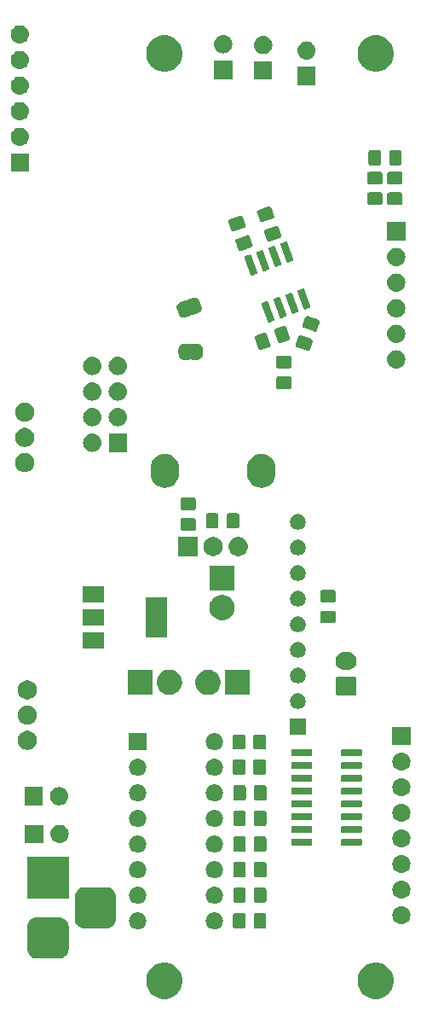
<source format=gbr>
G04 #@! TF.GenerationSoftware,KiCad,Pcbnew,(5.1.2-1)-1*
G04 #@! TF.CreationDate,2023-08-23T14:56:14-04:00*
G04 #@! TF.ProjectId,ESP32_AudioBoard_Rev2,45535033-325f-4417-9564-696f426f6172,rev?*
G04 #@! TF.SameCoordinates,Original*
G04 #@! TF.FileFunction,Soldermask,Bot*
G04 #@! TF.FilePolarity,Negative*
%FSLAX46Y46*%
G04 Gerber Fmt 4.6, Leading zero omitted, Abs format (unit mm)*
G04 Created by KiCad (PCBNEW (5.1.2-1)-1) date 2023-08-23 14:56:14*
%MOMM*%
%LPD*%
G04 APERTURE LIST*
%ADD10C,0.150000*%
G04 APERTURE END LIST*
D10*
G36*
X48525331Y-113268211D02*
G01*
X48853092Y-113403974D01*
X49148070Y-113601072D01*
X49398928Y-113851930D01*
X49596026Y-114146908D01*
X49731789Y-114474669D01*
X49801000Y-114822616D01*
X49801000Y-115177384D01*
X49731789Y-115525331D01*
X49596026Y-115853092D01*
X49398928Y-116148070D01*
X49148070Y-116398928D01*
X48853092Y-116596026D01*
X48525331Y-116731789D01*
X48177384Y-116801000D01*
X47822616Y-116801000D01*
X47474669Y-116731789D01*
X47146908Y-116596026D01*
X46851930Y-116398928D01*
X46601072Y-116148070D01*
X46403974Y-115853092D01*
X46268211Y-115525331D01*
X46199000Y-115177384D01*
X46199000Y-114822616D01*
X46268211Y-114474669D01*
X46403974Y-114146908D01*
X46601072Y-113851930D01*
X46851930Y-113601072D01*
X47146908Y-113403974D01*
X47474669Y-113268211D01*
X47822616Y-113199000D01*
X48177384Y-113199000D01*
X48525331Y-113268211D01*
X48525331Y-113268211D01*
G37*
G36*
X27525331Y-113268211D02*
G01*
X27853092Y-113403974D01*
X28148070Y-113601072D01*
X28398928Y-113851930D01*
X28596026Y-114146908D01*
X28731789Y-114474669D01*
X28801000Y-114822616D01*
X28801000Y-115177384D01*
X28731789Y-115525331D01*
X28596026Y-115853092D01*
X28398928Y-116148070D01*
X28148070Y-116398928D01*
X27853092Y-116596026D01*
X27525331Y-116731789D01*
X27177384Y-116801000D01*
X26822616Y-116801000D01*
X26474669Y-116731789D01*
X26146908Y-116596026D01*
X25851930Y-116398928D01*
X25601072Y-116148070D01*
X25403974Y-115853092D01*
X25268211Y-115525331D01*
X25199000Y-115177384D01*
X25199000Y-114822616D01*
X25268211Y-114474669D01*
X25403974Y-114146908D01*
X25601072Y-113851930D01*
X25851930Y-113601072D01*
X26146908Y-113403974D01*
X26474669Y-113268211D01*
X26822616Y-113199000D01*
X27177384Y-113199000D01*
X27525331Y-113268211D01*
X27525331Y-113268211D01*
G37*
G36*
X16715752Y-108728097D02*
G01*
X16896295Y-108782864D01*
X17062677Y-108871797D01*
X17208516Y-108991484D01*
X17328203Y-109137323D01*
X17417136Y-109303705D01*
X17471903Y-109484248D01*
X17491000Y-109678140D01*
X17491000Y-111841860D01*
X17471903Y-112035752D01*
X17417136Y-112216295D01*
X17328203Y-112382677D01*
X17208516Y-112528516D01*
X17062677Y-112648203D01*
X16896295Y-112737136D01*
X16715752Y-112791903D01*
X16521860Y-112811000D01*
X14358140Y-112811000D01*
X14164248Y-112791903D01*
X13983705Y-112737136D01*
X13817323Y-112648203D01*
X13671484Y-112528516D01*
X13551797Y-112382677D01*
X13462864Y-112216295D01*
X13408097Y-112035752D01*
X13389000Y-111841860D01*
X13389000Y-109678140D01*
X13408097Y-109484248D01*
X13462864Y-109303705D01*
X13551797Y-109137323D01*
X13671484Y-108991484D01*
X13817323Y-108871797D01*
X13983705Y-108782864D01*
X14164248Y-108728097D01*
X14358140Y-108709000D01*
X16521860Y-108709000D01*
X16715752Y-108728097D01*
X16715752Y-108728097D01*
G37*
G36*
X32136823Y-108221313D02*
G01*
X32297242Y-108269976D01*
X32409011Y-108329718D01*
X32445078Y-108348996D01*
X32574659Y-108455341D01*
X32681004Y-108584922D01*
X32681005Y-108584924D01*
X32760024Y-108732758D01*
X32808687Y-108893177D01*
X32825117Y-109060000D01*
X32808687Y-109226823D01*
X32760024Y-109387242D01*
X32752670Y-109401000D01*
X32681004Y-109535078D01*
X32574659Y-109664659D01*
X32445078Y-109771004D01*
X32445076Y-109771005D01*
X32297242Y-109850024D01*
X32136823Y-109898687D01*
X32011804Y-109911000D01*
X31928196Y-109911000D01*
X31803177Y-109898687D01*
X31642758Y-109850024D01*
X31494924Y-109771005D01*
X31494922Y-109771004D01*
X31365341Y-109664659D01*
X31258996Y-109535078D01*
X31187330Y-109401000D01*
X31179976Y-109387242D01*
X31131313Y-109226823D01*
X31114883Y-109060000D01*
X31131313Y-108893177D01*
X31179976Y-108732758D01*
X31258995Y-108584924D01*
X31258996Y-108584922D01*
X31365341Y-108455341D01*
X31494922Y-108348996D01*
X31530989Y-108329718D01*
X31642758Y-108269976D01*
X31803177Y-108221313D01*
X31928196Y-108209000D01*
X32011804Y-108209000D01*
X32136823Y-108221313D01*
X32136823Y-108221313D01*
G37*
G36*
X24516823Y-108221313D02*
G01*
X24677242Y-108269976D01*
X24789011Y-108329718D01*
X24825078Y-108348996D01*
X24954659Y-108455341D01*
X25061004Y-108584922D01*
X25061005Y-108584924D01*
X25140024Y-108732758D01*
X25188687Y-108893177D01*
X25205117Y-109060000D01*
X25188687Y-109226823D01*
X25140024Y-109387242D01*
X25132670Y-109401000D01*
X25061004Y-109535078D01*
X24954659Y-109664659D01*
X24825078Y-109771004D01*
X24825076Y-109771005D01*
X24677242Y-109850024D01*
X24516823Y-109898687D01*
X24391804Y-109911000D01*
X24308196Y-109911000D01*
X24183177Y-109898687D01*
X24022758Y-109850024D01*
X23874924Y-109771005D01*
X23874922Y-109771004D01*
X23745341Y-109664659D01*
X23638996Y-109535078D01*
X23567330Y-109401000D01*
X23559976Y-109387242D01*
X23511313Y-109226823D01*
X23494883Y-109060000D01*
X23511313Y-108893177D01*
X23559976Y-108732758D01*
X23638995Y-108584924D01*
X23638996Y-108584922D01*
X23745341Y-108455341D01*
X23874922Y-108348996D01*
X23910989Y-108329718D01*
X24022758Y-108269976D01*
X24183177Y-108221313D01*
X24308196Y-108209000D01*
X24391804Y-108209000D01*
X24516823Y-108221313D01*
X24516823Y-108221313D01*
G37*
G36*
X36958674Y-108313465D02*
G01*
X36996367Y-108324899D01*
X37031103Y-108343466D01*
X37061548Y-108368452D01*
X37086534Y-108398897D01*
X37105101Y-108433633D01*
X37116535Y-108471326D01*
X37121000Y-108516661D01*
X37121000Y-109603339D01*
X37116535Y-109648674D01*
X37105101Y-109686367D01*
X37086534Y-109721103D01*
X37061548Y-109751548D01*
X37031103Y-109776534D01*
X36996367Y-109795101D01*
X36958674Y-109806535D01*
X36913339Y-109811000D01*
X36076661Y-109811000D01*
X36031326Y-109806535D01*
X35993633Y-109795101D01*
X35958897Y-109776534D01*
X35928452Y-109751548D01*
X35903466Y-109721103D01*
X35884899Y-109686367D01*
X35873465Y-109648674D01*
X35869000Y-109603339D01*
X35869000Y-108516661D01*
X35873465Y-108471326D01*
X35884899Y-108433633D01*
X35903466Y-108398897D01*
X35928452Y-108368452D01*
X35958897Y-108343466D01*
X35993633Y-108324899D01*
X36031326Y-108313465D01*
X36076661Y-108309000D01*
X36913339Y-108309000D01*
X36958674Y-108313465D01*
X36958674Y-108313465D01*
G37*
G36*
X21415752Y-105728097D02*
G01*
X21596295Y-105782864D01*
X21762677Y-105871797D01*
X21908516Y-105991484D01*
X22028203Y-106137323D01*
X22117136Y-106303705D01*
X22171903Y-106484248D01*
X22191000Y-106678140D01*
X22191000Y-108841860D01*
X22171903Y-109035752D01*
X22117136Y-109216295D01*
X22028203Y-109382677D01*
X21908516Y-109528516D01*
X21762677Y-109648203D01*
X21596295Y-109737136D01*
X21415752Y-109791903D01*
X21221860Y-109811000D01*
X19058140Y-109811000D01*
X18864248Y-109791903D01*
X18683705Y-109737136D01*
X18517323Y-109648203D01*
X18371484Y-109528516D01*
X18251797Y-109382677D01*
X18162864Y-109216295D01*
X18108097Y-109035752D01*
X18089000Y-108841860D01*
X18089000Y-106678140D01*
X18108097Y-106484248D01*
X18162864Y-106303705D01*
X18251797Y-106137323D01*
X18371484Y-105991484D01*
X18517323Y-105871797D01*
X18683705Y-105782864D01*
X18864248Y-105728097D01*
X19058140Y-105709000D01*
X21221860Y-105709000D01*
X21415752Y-105728097D01*
X21415752Y-105728097D01*
G37*
G36*
X34908674Y-108313465D02*
G01*
X34946367Y-108324899D01*
X34981103Y-108343466D01*
X35011548Y-108368452D01*
X35036534Y-108398897D01*
X35055101Y-108433633D01*
X35066535Y-108471326D01*
X35071000Y-108516661D01*
X35071000Y-109603339D01*
X35066535Y-109648674D01*
X35055101Y-109686367D01*
X35036534Y-109721103D01*
X35011548Y-109751548D01*
X34981103Y-109776534D01*
X34946367Y-109795101D01*
X34908674Y-109806535D01*
X34863339Y-109811000D01*
X34026661Y-109811000D01*
X33981326Y-109806535D01*
X33943633Y-109795101D01*
X33908897Y-109776534D01*
X33878452Y-109751548D01*
X33853466Y-109721103D01*
X33834899Y-109686367D01*
X33823465Y-109648674D01*
X33819000Y-109603339D01*
X33819000Y-108516661D01*
X33823465Y-108471326D01*
X33834899Y-108433633D01*
X33853466Y-108398897D01*
X33878452Y-108368452D01*
X33908897Y-108343466D01*
X33943633Y-108324899D01*
X33981326Y-108313465D01*
X34026661Y-108309000D01*
X34863339Y-108309000D01*
X34908674Y-108313465D01*
X34908674Y-108313465D01*
G37*
G36*
X50660442Y-107605518D02*
G01*
X50726627Y-107612037D01*
X50896466Y-107663557D01*
X51052991Y-107747222D01*
X51088729Y-107776552D01*
X51190186Y-107859814D01*
X51273448Y-107961271D01*
X51302778Y-107997009D01*
X51386443Y-108153534D01*
X51437963Y-108323373D01*
X51455359Y-108500000D01*
X51437963Y-108676627D01*
X51404463Y-108787062D01*
X51386442Y-108846468D01*
X51361476Y-108893175D01*
X51302778Y-109002991D01*
X51273448Y-109038729D01*
X51190186Y-109140186D01*
X51088729Y-109223448D01*
X51052991Y-109252778D01*
X50896466Y-109336443D01*
X50726627Y-109387963D01*
X50660442Y-109394482D01*
X50594260Y-109401000D01*
X50505740Y-109401000D01*
X50439558Y-109394482D01*
X50373373Y-109387963D01*
X50203534Y-109336443D01*
X50047009Y-109252778D01*
X50011271Y-109223448D01*
X49909814Y-109140186D01*
X49826552Y-109038729D01*
X49797222Y-109002991D01*
X49738524Y-108893175D01*
X49713558Y-108846468D01*
X49695537Y-108787062D01*
X49662037Y-108676627D01*
X49644641Y-108500000D01*
X49662037Y-108323373D01*
X49713557Y-108153534D01*
X49797222Y-107997009D01*
X49826552Y-107961271D01*
X49909814Y-107859814D01*
X50011271Y-107776552D01*
X50047009Y-107747222D01*
X50203534Y-107663557D01*
X50373373Y-107612037D01*
X50439558Y-107605518D01*
X50505740Y-107599000D01*
X50594260Y-107599000D01*
X50660442Y-107605518D01*
X50660442Y-107605518D01*
G37*
G36*
X32136823Y-105681313D02*
G01*
X32297242Y-105729976D01*
X32397144Y-105783375D01*
X32445078Y-105808996D01*
X32574659Y-105915341D01*
X32681004Y-106044922D01*
X32681005Y-106044924D01*
X32760024Y-106192758D01*
X32808687Y-106353177D01*
X32825117Y-106520000D01*
X32808687Y-106686823D01*
X32760024Y-106847242D01*
X32752670Y-106861000D01*
X32681004Y-106995078D01*
X32574659Y-107124659D01*
X32445078Y-107231004D01*
X32445076Y-107231005D01*
X32297242Y-107310024D01*
X32136823Y-107358687D01*
X32011804Y-107371000D01*
X31928196Y-107371000D01*
X31803177Y-107358687D01*
X31642758Y-107310024D01*
X31494924Y-107231005D01*
X31494922Y-107231004D01*
X31365341Y-107124659D01*
X31258996Y-106995078D01*
X31187330Y-106861000D01*
X31179976Y-106847242D01*
X31131313Y-106686823D01*
X31114883Y-106520000D01*
X31131313Y-106353177D01*
X31179976Y-106192758D01*
X31258995Y-106044924D01*
X31258996Y-106044922D01*
X31365341Y-105915341D01*
X31494922Y-105808996D01*
X31542856Y-105783375D01*
X31642758Y-105729976D01*
X31803177Y-105681313D01*
X31928196Y-105669000D01*
X32011804Y-105669000D01*
X32136823Y-105681313D01*
X32136823Y-105681313D01*
G37*
G36*
X24516823Y-105681313D02*
G01*
X24677242Y-105729976D01*
X24777144Y-105783375D01*
X24825078Y-105808996D01*
X24954659Y-105915341D01*
X25061004Y-106044922D01*
X25061005Y-106044924D01*
X25140024Y-106192758D01*
X25188687Y-106353177D01*
X25205117Y-106520000D01*
X25188687Y-106686823D01*
X25140024Y-106847242D01*
X25132670Y-106861000D01*
X25061004Y-106995078D01*
X24954659Y-107124659D01*
X24825078Y-107231004D01*
X24825076Y-107231005D01*
X24677242Y-107310024D01*
X24516823Y-107358687D01*
X24391804Y-107371000D01*
X24308196Y-107371000D01*
X24183177Y-107358687D01*
X24022758Y-107310024D01*
X23874924Y-107231005D01*
X23874922Y-107231004D01*
X23745341Y-107124659D01*
X23638996Y-106995078D01*
X23567330Y-106861000D01*
X23559976Y-106847242D01*
X23511313Y-106686823D01*
X23494883Y-106520000D01*
X23511313Y-106353177D01*
X23559976Y-106192758D01*
X23638995Y-106044924D01*
X23638996Y-106044922D01*
X23745341Y-105915341D01*
X23874922Y-105808996D01*
X23922856Y-105783375D01*
X24022758Y-105729976D01*
X24183177Y-105681313D01*
X24308196Y-105669000D01*
X24391804Y-105669000D01*
X24516823Y-105681313D01*
X24516823Y-105681313D01*
G37*
G36*
X36968674Y-105763465D02*
G01*
X37006367Y-105774899D01*
X37041103Y-105793466D01*
X37071548Y-105818452D01*
X37096534Y-105848897D01*
X37115101Y-105883633D01*
X37126535Y-105921326D01*
X37131000Y-105966661D01*
X37131000Y-107053339D01*
X37126535Y-107098674D01*
X37115101Y-107136367D01*
X37096534Y-107171103D01*
X37071548Y-107201548D01*
X37041103Y-107226534D01*
X37006367Y-107245101D01*
X36968674Y-107256535D01*
X36923339Y-107261000D01*
X36086661Y-107261000D01*
X36041326Y-107256535D01*
X36003633Y-107245101D01*
X35968897Y-107226534D01*
X35938452Y-107201548D01*
X35913466Y-107171103D01*
X35894899Y-107136367D01*
X35883465Y-107098674D01*
X35879000Y-107053339D01*
X35879000Y-105966661D01*
X35883465Y-105921326D01*
X35894899Y-105883633D01*
X35913466Y-105848897D01*
X35938452Y-105818452D01*
X35968897Y-105793466D01*
X36003633Y-105774899D01*
X36041326Y-105763465D01*
X36086661Y-105759000D01*
X36923339Y-105759000D01*
X36968674Y-105763465D01*
X36968674Y-105763465D01*
G37*
G36*
X34918674Y-105763465D02*
G01*
X34956367Y-105774899D01*
X34991103Y-105793466D01*
X35021548Y-105818452D01*
X35046534Y-105848897D01*
X35065101Y-105883633D01*
X35076535Y-105921326D01*
X35081000Y-105966661D01*
X35081000Y-107053339D01*
X35076535Y-107098674D01*
X35065101Y-107136367D01*
X35046534Y-107171103D01*
X35021548Y-107201548D01*
X34991103Y-107226534D01*
X34956367Y-107245101D01*
X34918674Y-107256535D01*
X34873339Y-107261000D01*
X34036661Y-107261000D01*
X33991326Y-107256535D01*
X33953633Y-107245101D01*
X33918897Y-107226534D01*
X33888452Y-107201548D01*
X33863466Y-107171103D01*
X33844899Y-107136367D01*
X33833465Y-107098674D01*
X33829000Y-107053339D01*
X33829000Y-105966661D01*
X33833465Y-105921326D01*
X33844899Y-105883633D01*
X33863466Y-105848897D01*
X33888452Y-105818452D01*
X33918897Y-105793466D01*
X33953633Y-105774899D01*
X33991326Y-105763465D01*
X34036661Y-105759000D01*
X34873339Y-105759000D01*
X34918674Y-105763465D01*
X34918674Y-105763465D01*
G37*
G36*
X50660443Y-105065519D02*
G01*
X50726627Y-105072037D01*
X50896466Y-105123557D01*
X51052991Y-105207222D01*
X51088729Y-105236552D01*
X51190186Y-105319814D01*
X51273448Y-105421271D01*
X51302778Y-105457009D01*
X51386443Y-105613534D01*
X51437963Y-105783373D01*
X51455359Y-105960000D01*
X51437963Y-106136627D01*
X51386443Y-106306466D01*
X51302778Y-106462991D01*
X51273448Y-106498729D01*
X51190186Y-106600186D01*
X51095197Y-106678140D01*
X51052991Y-106712778D01*
X50896466Y-106796443D01*
X50726627Y-106847963D01*
X50660442Y-106854482D01*
X50594260Y-106861000D01*
X50505740Y-106861000D01*
X50439558Y-106854482D01*
X50373373Y-106847963D01*
X50203534Y-106796443D01*
X50047009Y-106712778D01*
X50004803Y-106678140D01*
X49909814Y-106600186D01*
X49826552Y-106498729D01*
X49797222Y-106462991D01*
X49713557Y-106306466D01*
X49662037Y-106136627D01*
X49644641Y-105960000D01*
X49662037Y-105783373D01*
X49713557Y-105613534D01*
X49797222Y-105457009D01*
X49826552Y-105421271D01*
X49909814Y-105319814D01*
X50011271Y-105236552D01*
X50047009Y-105207222D01*
X50203534Y-105123557D01*
X50373373Y-105072037D01*
X50439557Y-105065519D01*
X50505740Y-105059000D01*
X50594260Y-105059000D01*
X50660443Y-105065519D01*
X50660443Y-105065519D01*
G37*
G36*
X17491000Y-106811000D02*
G01*
X13389000Y-106811000D01*
X13389000Y-102709000D01*
X17491000Y-102709000D01*
X17491000Y-106811000D01*
X17491000Y-106811000D01*
G37*
G36*
X24516823Y-103141313D02*
G01*
X24677242Y-103189976D01*
X24789011Y-103249718D01*
X24825078Y-103268996D01*
X24954659Y-103375341D01*
X25061004Y-103504922D01*
X25061005Y-103504924D01*
X25140024Y-103652758D01*
X25188687Y-103813177D01*
X25205117Y-103980000D01*
X25188687Y-104146823D01*
X25140024Y-104307242D01*
X25132670Y-104321000D01*
X25061004Y-104455078D01*
X24954659Y-104584659D01*
X24825078Y-104691004D01*
X24825076Y-104691005D01*
X24677242Y-104770024D01*
X24516823Y-104818687D01*
X24391804Y-104831000D01*
X24308196Y-104831000D01*
X24183177Y-104818687D01*
X24022758Y-104770024D01*
X23874924Y-104691005D01*
X23874922Y-104691004D01*
X23745341Y-104584659D01*
X23638996Y-104455078D01*
X23567330Y-104321000D01*
X23559976Y-104307242D01*
X23511313Y-104146823D01*
X23494883Y-103980000D01*
X23511313Y-103813177D01*
X23559976Y-103652758D01*
X23638995Y-103504924D01*
X23638996Y-103504922D01*
X23745341Y-103375341D01*
X23874922Y-103268996D01*
X23910989Y-103249718D01*
X24022758Y-103189976D01*
X24183177Y-103141313D01*
X24308196Y-103129000D01*
X24391804Y-103129000D01*
X24516823Y-103141313D01*
X24516823Y-103141313D01*
G37*
G36*
X32136823Y-103141313D02*
G01*
X32297242Y-103189976D01*
X32409011Y-103249718D01*
X32445078Y-103268996D01*
X32574659Y-103375341D01*
X32681004Y-103504922D01*
X32681005Y-103504924D01*
X32760024Y-103652758D01*
X32808687Y-103813177D01*
X32825117Y-103980000D01*
X32808687Y-104146823D01*
X32760024Y-104307242D01*
X32752670Y-104321000D01*
X32681004Y-104455078D01*
X32574659Y-104584659D01*
X32445078Y-104691004D01*
X32445076Y-104691005D01*
X32297242Y-104770024D01*
X32136823Y-104818687D01*
X32011804Y-104831000D01*
X31928196Y-104831000D01*
X31803177Y-104818687D01*
X31642758Y-104770024D01*
X31494924Y-104691005D01*
X31494922Y-104691004D01*
X31365341Y-104584659D01*
X31258996Y-104455078D01*
X31187330Y-104321000D01*
X31179976Y-104307242D01*
X31131313Y-104146823D01*
X31114883Y-103980000D01*
X31131313Y-103813177D01*
X31179976Y-103652758D01*
X31258995Y-103504924D01*
X31258996Y-103504922D01*
X31365341Y-103375341D01*
X31494922Y-103268996D01*
X31530989Y-103249718D01*
X31642758Y-103189976D01*
X31803177Y-103141313D01*
X31928196Y-103129000D01*
X32011804Y-103129000D01*
X32136823Y-103141313D01*
X32136823Y-103141313D01*
G37*
G36*
X34928674Y-103233465D02*
G01*
X34966367Y-103244899D01*
X35001103Y-103263466D01*
X35031548Y-103288452D01*
X35056534Y-103318897D01*
X35075101Y-103353633D01*
X35086535Y-103391326D01*
X35091000Y-103436661D01*
X35091000Y-104523339D01*
X35086535Y-104568674D01*
X35075101Y-104606367D01*
X35056534Y-104641103D01*
X35031548Y-104671548D01*
X35001103Y-104696534D01*
X34966367Y-104715101D01*
X34928674Y-104726535D01*
X34883339Y-104731000D01*
X34046661Y-104731000D01*
X34001326Y-104726535D01*
X33963633Y-104715101D01*
X33928897Y-104696534D01*
X33898452Y-104671548D01*
X33873466Y-104641103D01*
X33854899Y-104606367D01*
X33843465Y-104568674D01*
X33839000Y-104523339D01*
X33839000Y-103436661D01*
X33843465Y-103391326D01*
X33854899Y-103353633D01*
X33873466Y-103318897D01*
X33898452Y-103288452D01*
X33928897Y-103263466D01*
X33963633Y-103244899D01*
X34001326Y-103233465D01*
X34046661Y-103229000D01*
X34883339Y-103229000D01*
X34928674Y-103233465D01*
X34928674Y-103233465D01*
G37*
G36*
X36978674Y-103233465D02*
G01*
X37016367Y-103244899D01*
X37051103Y-103263466D01*
X37081548Y-103288452D01*
X37106534Y-103318897D01*
X37125101Y-103353633D01*
X37136535Y-103391326D01*
X37141000Y-103436661D01*
X37141000Y-104523339D01*
X37136535Y-104568674D01*
X37125101Y-104606367D01*
X37106534Y-104641103D01*
X37081548Y-104671548D01*
X37051103Y-104696534D01*
X37016367Y-104715101D01*
X36978674Y-104726535D01*
X36933339Y-104731000D01*
X36096661Y-104731000D01*
X36051326Y-104726535D01*
X36013633Y-104715101D01*
X35978897Y-104696534D01*
X35948452Y-104671548D01*
X35923466Y-104641103D01*
X35904899Y-104606367D01*
X35893465Y-104568674D01*
X35889000Y-104523339D01*
X35889000Y-103436661D01*
X35893465Y-103391326D01*
X35904899Y-103353633D01*
X35923466Y-103318897D01*
X35948452Y-103288452D01*
X35978897Y-103263466D01*
X36013633Y-103244899D01*
X36051326Y-103233465D01*
X36096661Y-103229000D01*
X36933339Y-103229000D01*
X36978674Y-103233465D01*
X36978674Y-103233465D01*
G37*
G36*
X50660442Y-102525518D02*
G01*
X50726627Y-102532037D01*
X50896466Y-102583557D01*
X51052991Y-102667222D01*
X51088729Y-102696552D01*
X51190186Y-102779814D01*
X51273448Y-102881271D01*
X51302778Y-102917009D01*
X51386443Y-103073534D01*
X51437963Y-103243373D01*
X51455359Y-103420000D01*
X51437963Y-103596627D01*
X51386443Y-103766466D01*
X51302778Y-103922991D01*
X51273448Y-103958729D01*
X51190186Y-104060186D01*
X51088729Y-104143448D01*
X51052991Y-104172778D01*
X50896466Y-104256443D01*
X50726627Y-104307963D01*
X50660443Y-104314481D01*
X50594260Y-104321000D01*
X50505740Y-104321000D01*
X50439558Y-104314482D01*
X50373373Y-104307963D01*
X50203534Y-104256443D01*
X50047009Y-104172778D01*
X50011271Y-104143448D01*
X49909814Y-104060186D01*
X49826552Y-103958729D01*
X49797222Y-103922991D01*
X49713557Y-103766466D01*
X49662037Y-103596627D01*
X49644641Y-103420000D01*
X49662037Y-103243373D01*
X49713557Y-103073534D01*
X49797222Y-102917009D01*
X49826552Y-102881271D01*
X49909814Y-102779814D01*
X50011271Y-102696552D01*
X50047009Y-102667222D01*
X50203534Y-102583557D01*
X50373373Y-102532037D01*
X50439558Y-102525518D01*
X50505740Y-102519000D01*
X50594260Y-102519000D01*
X50660442Y-102525518D01*
X50660442Y-102525518D01*
G37*
G36*
X24516823Y-100601313D02*
G01*
X24677242Y-100649976D01*
X24789011Y-100709718D01*
X24825078Y-100728996D01*
X24954659Y-100835341D01*
X25061004Y-100964922D01*
X25061005Y-100964924D01*
X25140024Y-101112758D01*
X25188687Y-101273177D01*
X25205117Y-101440000D01*
X25188687Y-101606823D01*
X25140024Y-101767242D01*
X25132670Y-101781000D01*
X25061004Y-101915078D01*
X24954659Y-102044659D01*
X24825078Y-102151004D01*
X24825076Y-102151005D01*
X24677242Y-102230024D01*
X24516823Y-102278687D01*
X24391804Y-102291000D01*
X24308196Y-102291000D01*
X24183177Y-102278687D01*
X24022758Y-102230024D01*
X23874924Y-102151005D01*
X23874922Y-102151004D01*
X23745341Y-102044659D01*
X23638996Y-101915078D01*
X23567330Y-101781000D01*
X23559976Y-101767242D01*
X23511313Y-101606823D01*
X23494883Y-101440000D01*
X23511313Y-101273177D01*
X23559976Y-101112758D01*
X23638995Y-100964924D01*
X23638996Y-100964922D01*
X23745341Y-100835341D01*
X23874922Y-100728996D01*
X23910989Y-100709718D01*
X24022758Y-100649976D01*
X24183177Y-100601313D01*
X24308196Y-100589000D01*
X24391804Y-100589000D01*
X24516823Y-100601313D01*
X24516823Y-100601313D01*
G37*
G36*
X32136823Y-100601313D02*
G01*
X32297242Y-100649976D01*
X32409011Y-100709718D01*
X32445078Y-100728996D01*
X32574659Y-100835341D01*
X32681004Y-100964922D01*
X32681005Y-100964924D01*
X32760024Y-101112758D01*
X32808687Y-101273177D01*
X32825117Y-101440000D01*
X32808687Y-101606823D01*
X32760024Y-101767242D01*
X32752670Y-101781000D01*
X32681004Y-101915078D01*
X32574659Y-102044659D01*
X32445078Y-102151004D01*
X32445076Y-102151005D01*
X32297242Y-102230024D01*
X32136823Y-102278687D01*
X32011804Y-102291000D01*
X31928196Y-102291000D01*
X31803177Y-102278687D01*
X31642758Y-102230024D01*
X31494924Y-102151005D01*
X31494922Y-102151004D01*
X31365341Y-102044659D01*
X31258996Y-101915078D01*
X31187330Y-101781000D01*
X31179976Y-101767242D01*
X31131313Y-101606823D01*
X31114883Y-101440000D01*
X31131313Y-101273177D01*
X31179976Y-101112758D01*
X31258995Y-100964924D01*
X31258996Y-100964922D01*
X31365341Y-100835341D01*
X31494922Y-100728996D01*
X31530989Y-100709718D01*
X31642758Y-100649976D01*
X31803177Y-100601313D01*
X31928196Y-100589000D01*
X32011804Y-100589000D01*
X32136823Y-100601313D01*
X32136823Y-100601313D01*
G37*
G36*
X36968674Y-100693465D02*
G01*
X37006367Y-100704899D01*
X37041103Y-100723466D01*
X37071548Y-100748452D01*
X37096534Y-100778897D01*
X37115101Y-100813633D01*
X37126535Y-100851326D01*
X37131000Y-100896661D01*
X37131000Y-101983339D01*
X37126535Y-102028674D01*
X37115101Y-102066367D01*
X37096534Y-102101103D01*
X37071548Y-102131548D01*
X37041103Y-102156534D01*
X37006367Y-102175101D01*
X36968674Y-102186535D01*
X36923339Y-102191000D01*
X36086661Y-102191000D01*
X36041326Y-102186535D01*
X36003633Y-102175101D01*
X35968897Y-102156534D01*
X35938452Y-102131548D01*
X35913466Y-102101103D01*
X35894899Y-102066367D01*
X35883465Y-102028674D01*
X35879000Y-101983339D01*
X35879000Y-100896661D01*
X35883465Y-100851326D01*
X35894899Y-100813633D01*
X35913466Y-100778897D01*
X35938452Y-100748452D01*
X35968897Y-100723466D01*
X36003633Y-100704899D01*
X36041326Y-100693465D01*
X36086661Y-100689000D01*
X36923339Y-100689000D01*
X36968674Y-100693465D01*
X36968674Y-100693465D01*
G37*
G36*
X34918674Y-100693465D02*
G01*
X34956367Y-100704899D01*
X34991103Y-100723466D01*
X35021548Y-100748452D01*
X35046534Y-100778897D01*
X35065101Y-100813633D01*
X35076535Y-100851326D01*
X35081000Y-100896661D01*
X35081000Y-101983339D01*
X35076535Y-102028674D01*
X35065101Y-102066367D01*
X35046534Y-102101103D01*
X35021548Y-102131548D01*
X34991103Y-102156534D01*
X34956367Y-102175101D01*
X34918674Y-102186535D01*
X34873339Y-102191000D01*
X34036661Y-102191000D01*
X33991326Y-102186535D01*
X33953633Y-102175101D01*
X33918897Y-102156534D01*
X33888452Y-102131548D01*
X33863466Y-102101103D01*
X33844899Y-102066367D01*
X33833465Y-102028674D01*
X33829000Y-101983339D01*
X33829000Y-100896661D01*
X33833465Y-100851326D01*
X33844899Y-100813633D01*
X33863466Y-100778897D01*
X33888452Y-100748452D01*
X33918897Y-100723466D01*
X33953633Y-100704899D01*
X33991326Y-100693465D01*
X34036661Y-100689000D01*
X34873339Y-100689000D01*
X34918674Y-100693465D01*
X34918674Y-100693465D01*
G37*
G36*
X50660443Y-99985519D02*
G01*
X50726627Y-99992037D01*
X50896466Y-100043557D01*
X51052991Y-100127222D01*
X51088729Y-100156552D01*
X51190186Y-100239814D01*
X51273448Y-100341271D01*
X51302778Y-100377009D01*
X51386443Y-100533534D01*
X51437963Y-100703373D01*
X51455359Y-100880000D01*
X51437963Y-101056627D01*
X51386443Y-101226466D01*
X51302778Y-101382991D01*
X51273448Y-101418729D01*
X51190186Y-101520186D01*
X51088729Y-101603448D01*
X51052991Y-101632778D01*
X50896466Y-101716443D01*
X50726627Y-101767963D01*
X50660442Y-101774482D01*
X50594260Y-101781000D01*
X50505740Y-101781000D01*
X50439558Y-101774482D01*
X50373373Y-101767963D01*
X50203534Y-101716443D01*
X50047009Y-101632778D01*
X50011271Y-101603448D01*
X49909814Y-101520186D01*
X49826552Y-101418729D01*
X49797222Y-101382991D01*
X49713557Y-101226466D01*
X49662037Y-101056627D01*
X49644641Y-100880000D01*
X49662037Y-100703373D01*
X49713557Y-100533534D01*
X49797222Y-100377009D01*
X49826552Y-100341271D01*
X49909814Y-100239814D01*
X50011271Y-100156552D01*
X50047009Y-100127222D01*
X50203534Y-100043557D01*
X50373373Y-99992037D01*
X50439557Y-99985519D01*
X50505740Y-99979000D01*
X50594260Y-99979000D01*
X50660443Y-99985519D01*
X50660443Y-99985519D01*
G37*
G36*
X46529928Y-100926764D02*
G01*
X46551009Y-100933160D01*
X46570445Y-100943548D01*
X46587476Y-100957524D01*
X46601452Y-100974555D01*
X46611840Y-100993991D01*
X46618236Y-101015072D01*
X46621000Y-101043140D01*
X46621000Y-101506860D01*
X46618236Y-101534928D01*
X46611840Y-101556009D01*
X46601452Y-101575445D01*
X46587476Y-101592476D01*
X46570445Y-101606452D01*
X46551009Y-101616840D01*
X46529928Y-101623236D01*
X46501860Y-101626000D01*
X44688140Y-101626000D01*
X44660072Y-101623236D01*
X44638991Y-101616840D01*
X44619555Y-101606452D01*
X44602524Y-101592476D01*
X44588548Y-101575445D01*
X44578160Y-101556009D01*
X44571764Y-101534928D01*
X44569000Y-101506860D01*
X44569000Y-101043140D01*
X44571764Y-101015072D01*
X44578160Y-100993991D01*
X44588548Y-100974555D01*
X44602524Y-100957524D01*
X44619555Y-100943548D01*
X44638991Y-100933160D01*
X44660072Y-100926764D01*
X44688140Y-100924000D01*
X46501860Y-100924000D01*
X46529928Y-100926764D01*
X46529928Y-100926764D01*
G37*
G36*
X41579928Y-100926764D02*
G01*
X41601009Y-100933160D01*
X41620445Y-100943548D01*
X41637476Y-100957524D01*
X41651452Y-100974555D01*
X41661840Y-100993991D01*
X41668236Y-101015072D01*
X41671000Y-101043140D01*
X41671000Y-101506860D01*
X41668236Y-101534928D01*
X41661840Y-101556009D01*
X41651452Y-101575445D01*
X41637476Y-101592476D01*
X41620445Y-101606452D01*
X41601009Y-101616840D01*
X41579928Y-101623236D01*
X41551860Y-101626000D01*
X39738140Y-101626000D01*
X39710072Y-101623236D01*
X39688991Y-101616840D01*
X39669555Y-101606452D01*
X39652524Y-101592476D01*
X39638548Y-101575445D01*
X39628160Y-101556009D01*
X39621764Y-101534928D01*
X39619000Y-101506860D01*
X39619000Y-101043140D01*
X39621764Y-101015072D01*
X39628160Y-100993991D01*
X39638548Y-100974555D01*
X39652524Y-100957524D01*
X39669555Y-100943548D01*
X39688991Y-100933160D01*
X39710072Y-100926764D01*
X39738140Y-100924000D01*
X41551860Y-100924000D01*
X41579928Y-100926764D01*
X41579928Y-100926764D01*
G37*
G36*
X14951000Y-101341000D02*
G01*
X13149000Y-101341000D01*
X13149000Y-99539000D01*
X14951000Y-99539000D01*
X14951000Y-101341000D01*
X14951000Y-101341000D01*
G37*
G36*
X16700443Y-99545519D02*
G01*
X16766627Y-99552037D01*
X16936466Y-99603557D01*
X17092991Y-99687222D01*
X17096405Y-99690024D01*
X17230186Y-99799814D01*
X17313448Y-99901271D01*
X17342778Y-99937009D01*
X17426443Y-100093534D01*
X17477963Y-100263373D01*
X17495359Y-100440000D01*
X17477963Y-100616627D01*
X17426443Y-100786466D01*
X17342778Y-100942991D01*
X17324778Y-100964924D01*
X17230186Y-101080186D01*
X17128729Y-101163448D01*
X17092991Y-101192778D01*
X16936466Y-101276443D01*
X16766627Y-101327963D01*
X16700443Y-101334481D01*
X16634260Y-101341000D01*
X16545740Y-101341000D01*
X16479557Y-101334481D01*
X16413373Y-101327963D01*
X16243534Y-101276443D01*
X16087009Y-101192778D01*
X16051271Y-101163448D01*
X15949814Y-101080186D01*
X15855222Y-100964924D01*
X15837222Y-100942991D01*
X15753557Y-100786466D01*
X15702037Y-100616627D01*
X15684641Y-100440000D01*
X15702037Y-100263373D01*
X15753557Y-100093534D01*
X15837222Y-99937009D01*
X15866552Y-99901271D01*
X15949814Y-99799814D01*
X16083595Y-99690024D01*
X16087009Y-99687222D01*
X16243534Y-99603557D01*
X16413373Y-99552037D01*
X16479557Y-99545519D01*
X16545740Y-99539000D01*
X16634260Y-99539000D01*
X16700443Y-99545519D01*
X16700443Y-99545519D01*
G37*
G36*
X41579928Y-99656764D02*
G01*
X41601009Y-99663160D01*
X41620445Y-99673548D01*
X41637476Y-99687524D01*
X41651452Y-99704555D01*
X41661840Y-99723991D01*
X41668236Y-99745072D01*
X41671000Y-99773140D01*
X41671000Y-100236860D01*
X41668236Y-100264928D01*
X41661840Y-100286009D01*
X41651452Y-100305445D01*
X41637476Y-100322476D01*
X41620445Y-100336452D01*
X41601009Y-100346840D01*
X41579928Y-100353236D01*
X41551860Y-100356000D01*
X39738140Y-100356000D01*
X39710072Y-100353236D01*
X39688991Y-100346840D01*
X39669555Y-100336452D01*
X39652524Y-100322476D01*
X39638548Y-100305445D01*
X39628160Y-100286009D01*
X39621764Y-100264928D01*
X39619000Y-100236860D01*
X39619000Y-99773140D01*
X39621764Y-99745072D01*
X39628160Y-99723991D01*
X39638548Y-99704555D01*
X39652524Y-99687524D01*
X39669555Y-99673548D01*
X39688991Y-99663160D01*
X39710072Y-99656764D01*
X39738140Y-99654000D01*
X41551860Y-99654000D01*
X41579928Y-99656764D01*
X41579928Y-99656764D01*
G37*
G36*
X46529928Y-99656764D02*
G01*
X46551009Y-99663160D01*
X46570445Y-99673548D01*
X46587476Y-99687524D01*
X46601452Y-99704555D01*
X46611840Y-99723991D01*
X46618236Y-99745072D01*
X46621000Y-99773140D01*
X46621000Y-100236860D01*
X46618236Y-100264928D01*
X46611840Y-100286009D01*
X46601452Y-100305445D01*
X46587476Y-100322476D01*
X46570445Y-100336452D01*
X46551009Y-100346840D01*
X46529928Y-100353236D01*
X46501860Y-100356000D01*
X44688140Y-100356000D01*
X44660072Y-100353236D01*
X44638991Y-100346840D01*
X44619555Y-100336452D01*
X44602524Y-100322476D01*
X44588548Y-100305445D01*
X44578160Y-100286009D01*
X44571764Y-100264928D01*
X44569000Y-100236860D01*
X44569000Y-99773140D01*
X44571764Y-99745072D01*
X44578160Y-99723991D01*
X44588548Y-99704555D01*
X44602524Y-99687524D01*
X44619555Y-99673548D01*
X44638991Y-99663160D01*
X44660072Y-99656764D01*
X44688140Y-99654000D01*
X46501860Y-99654000D01*
X46529928Y-99656764D01*
X46529928Y-99656764D01*
G37*
G36*
X24516823Y-98061313D02*
G01*
X24677242Y-98109976D01*
X24777144Y-98163375D01*
X24825078Y-98188996D01*
X24954659Y-98295341D01*
X25061004Y-98424922D01*
X25061005Y-98424924D01*
X25140024Y-98572758D01*
X25188687Y-98733177D01*
X25205117Y-98900000D01*
X25188687Y-99066823D01*
X25140024Y-99227242D01*
X25132670Y-99241000D01*
X25061004Y-99375078D01*
X24954659Y-99504659D01*
X24825078Y-99611004D01*
X24825076Y-99611005D01*
X24677242Y-99690024D01*
X24516823Y-99738687D01*
X24391804Y-99751000D01*
X24308196Y-99751000D01*
X24183177Y-99738687D01*
X24022758Y-99690024D01*
X23874924Y-99611005D01*
X23874922Y-99611004D01*
X23745341Y-99504659D01*
X23638996Y-99375078D01*
X23567330Y-99241000D01*
X23559976Y-99227242D01*
X23511313Y-99066823D01*
X23494883Y-98900000D01*
X23511313Y-98733177D01*
X23559976Y-98572758D01*
X23638995Y-98424924D01*
X23638996Y-98424922D01*
X23745341Y-98295341D01*
X23874922Y-98188996D01*
X23922856Y-98163375D01*
X24022758Y-98109976D01*
X24183177Y-98061313D01*
X24308196Y-98049000D01*
X24391804Y-98049000D01*
X24516823Y-98061313D01*
X24516823Y-98061313D01*
G37*
G36*
X32136823Y-98061313D02*
G01*
X32297242Y-98109976D01*
X32397144Y-98163375D01*
X32445078Y-98188996D01*
X32574659Y-98295341D01*
X32681004Y-98424922D01*
X32681005Y-98424924D01*
X32760024Y-98572758D01*
X32808687Y-98733177D01*
X32825117Y-98900000D01*
X32808687Y-99066823D01*
X32760024Y-99227242D01*
X32752670Y-99241000D01*
X32681004Y-99375078D01*
X32574659Y-99504659D01*
X32445078Y-99611004D01*
X32445076Y-99611005D01*
X32297242Y-99690024D01*
X32136823Y-99738687D01*
X32011804Y-99751000D01*
X31928196Y-99751000D01*
X31803177Y-99738687D01*
X31642758Y-99690024D01*
X31494924Y-99611005D01*
X31494922Y-99611004D01*
X31365341Y-99504659D01*
X31258996Y-99375078D01*
X31187330Y-99241000D01*
X31179976Y-99227242D01*
X31131313Y-99066823D01*
X31114883Y-98900000D01*
X31131313Y-98733177D01*
X31179976Y-98572758D01*
X31258995Y-98424924D01*
X31258996Y-98424922D01*
X31365341Y-98295341D01*
X31494922Y-98188996D01*
X31542856Y-98163375D01*
X31642758Y-98109976D01*
X31803177Y-98061313D01*
X31928196Y-98049000D01*
X32011804Y-98049000D01*
X32136823Y-98061313D01*
X32136823Y-98061313D01*
G37*
G36*
X36978674Y-98143465D02*
G01*
X37016367Y-98154899D01*
X37051103Y-98173466D01*
X37081548Y-98198452D01*
X37106534Y-98228897D01*
X37125101Y-98263633D01*
X37136535Y-98301326D01*
X37141000Y-98346661D01*
X37141000Y-99433339D01*
X37136535Y-99478674D01*
X37125101Y-99516367D01*
X37106534Y-99551103D01*
X37081548Y-99581548D01*
X37051103Y-99606534D01*
X37016367Y-99625101D01*
X36978674Y-99636535D01*
X36933339Y-99641000D01*
X36096661Y-99641000D01*
X36051326Y-99636535D01*
X36013633Y-99625101D01*
X35978897Y-99606534D01*
X35948452Y-99581548D01*
X35923466Y-99551103D01*
X35904899Y-99516367D01*
X35893465Y-99478674D01*
X35889000Y-99433339D01*
X35889000Y-98346661D01*
X35893465Y-98301326D01*
X35904899Y-98263633D01*
X35923466Y-98228897D01*
X35948452Y-98198452D01*
X35978897Y-98173466D01*
X36013633Y-98154899D01*
X36051326Y-98143465D01*
X36096661Y-98139000D01*
X36933339Y-98139000D01*
X36978674Y-98143465D01*
X36978674Y-98143465D01*
G37*
G36*
X34928674Y-98143465D02*
G01*
X34966367Y-98154899D01*
X35001103Y-98173466D01*
X35031548Y-98198452D01*
X35056534Y-98228897D01*
X35075101Y-98263633D01*
X35086535Y-98301326D01*
X35091000Y-98346661D01*
X35091000Y-99433339D01*
X35086535Y-99478674D01*
X35075101Y-99516367D01*
X35056534Y-99551103D01*
X35031548Y-99581548D01*
X35001103Y-99606534D01*
X34966367Y-99625101D01*
X34928674Y-99636535D01*
X34883339Y-99641000D01*
X34046661Y-99641000D01*
X34001326Y-99636535D01*
X33963633Y-99625101D01*
X33928897Y-99606534D01*
X33898452Y-99581548D01*
X33873466Y-99551103D01*
X33854899Y-99516367D01*
X33843465Y-99478674D01*
X33839000Y-99433339D01*
X33839000Y-98346661D01*
X33843465Y-98301326D01*
X33854899Y-98263633D01*
X33873466Y-98228897D01*
X33898452Y-98198452D01*
X33928897Y-98173466D01*
X33963633Y-98154899D01*
X34001326Y-98143465D01*
X34046661Y-98139000D01*
X34883339Y-98139000D01*
X34928674Y-98143465D01*
X34928674Y-98143465D01*
G37*
G36*
X50660442Y-97445518D02*
G01*
X50726627Y-97452037D01*
X50896466Y-97503557D01*
X50896468Y-97503558D01*
X50939282Y-97526443D01*
X51052991Y-97587222D01*
X51057594Y-97591000D01*
X51190186Y-97699814D01*
X51273448Y-97801271D01*
X51302778Y-97837009D01*
X51386443Y-97993534D01*
X51437963Y-98163373D01*
X51455359Y-98340000D01*
X51437963Y-98516627D01*
X51386443Y-98686466D01*
X51302778Y-98842991D01*
X51273448Y-98878729D01*
X51190186Y-98980186D01*
X51088729Y-99063448D01*
X51052991Y-99092778D01*
X50896466Y-99176443D01*
X50726627Y-99227963D01*
X50660443Y-99234481D01*
X50594260Y-99241000D01*
X50505740Y-99241000D01*
X50439557Y-99234481D01*
X50373373Y-99227963D01*
X50203534Y-99176443D01*
X50047009Y-99092778D01*
X50011271Y-99063448D01*
X49909814Y-98980186D01*
X49826552Y-98878729D01*
X49797222Y-98842991D01*
X49713557Y-98686466D01*
X49662037Y-98516627D01*
X49644641Y-98340000D01*
X49662037Y-98163373D01*
X49713557Y-97993534D01*
X49797222Y-97837009D01*
X49826552Y-97801271D01*
X49909814Y-97699814D01*
X50042406Y-97591000D01*
X50047009Y-97587222D01*
X50160718Y-97526443D01*
X50203532Y-97503558D01*
X50203534Y-97503557D01*
X50373373Y-97452037D01*
X50439558Y-97445518D01*
X50505740Y-97439000D01*
X50594260Y-97439000D01*
X50660442Y-97445518D01*
X50660442Y-97445518D01*
G37*
G36*
X41579928Y-98386764D02*
G01*
X41601009Y-98393160D01*
X41620445Y-98403548D01*
X41637476Y-98417524D01*
X41651452Y-98434555D01*
X41661840Y-98453991D01*
X41668236Y-98475072D01*
X41671000Y-98503140D01*
X41671000Y-98966860D01*
X41668236Y-98994928D01*
X41661840Y-99016009D01*
X41651452Y-99035445D01*
X41637476Y-99052476D01*
X41620445Y-99066452D01*
X41601009Y-99076840D01*
X41579928Y-99083236D01*
X41551860Y-99086000D01*
X39738140Y-99086000D01*
X39710072Y-99083236D01*
X39688991Y-99076840D01*
X39669555Y-99066452D01*
X39652524Y-99052476D01*
X39638548Y-99035445D01*
X39628160Y-99016009D01*
X39621764Y-98994928D01*
X39619000Y-98966860D01*
X39619000Y-98503140D01*
X39621764Y-98475072D01*
X39628160Y-98453991D01*
X39638548Y-98434555D01*
X39652524Y-98417524D01*
X39669555Y-98403548D01*
X39688991Y-98393160D01*
X39710072Y-98386764D01*
X39738140Y-98384000D01*
X41551860Y-98384000D01*
X41579928Y-98386764D01*
X41579928Y-98386764D01*
G37*
G36*
X46529928Y-98386764D02*
G01*
X46551009Y-98393160D01*
X46570445Y-98403548D01*
X46587476Y-98417524D01*
X46601452Y-98434555D01*
X46611840Y-98453991D01*
X46618236Y-98475072D01*
X46621000Y-98503140D01*
X46621000Y-98966860D01*
X46618236Y-98994928D01*
X46611840Y-99016009D01*
X46601452Y-99035445D01*
X46587476Y-99052476D01*
X46570445Y-99066452D01*
X46551009Y-99076840D01*
X46529928Y-99083236D01*
X46501860Y-99086000D01*
X44688140Y-99086000D01*
X44660072Y-99083236D01*
X44638991Y-99076840D01*
X44619555Y-99066452D01*
X44602524Y-99052476D01*
X44588548Y-99035445D01*
X44578160Y-99016009D01*
X44571764Y-98994928D01*
X44569000Y-98966860D01*
X44569000Y-98503140D01*
X44571764Y-98475072D01*
X44578160Y-98453991D01*
X44588548Y-98434555D01*
X44602524Y-98417524D01*
X44619555Y-98403548D01*
X44638991Y-98393160D01*
X44660072Y-98386764D01*
X44688140Y-98384000D01*
X46501860Y-98384000D01*
X46529928Y-98386764D01*
X46529928Y-98386764D01*
G37*
G36*
X41579928Y-97116764D02*
G01*
X41601009Y-97123160D01*
X41620445Y-97133548D01*
X41637476Y-97147524D01*
X41651452Y-97164555D01*
X41661840Y-97183991D01*
X41668236Y-97205072D01*
X41671000Y-97233140D01*
X41671000Y-97696860D01*
X41668236Y-97724928D01*
X41661840Y-97746009D01*
X41651452Y-97765445D01*
X41637476Y-97782476D01*
X41620445Y-97796452D01*
X41601009Y-97806840D01*
X41579928Y-97813236D01*
X41551860Y-97816000D01*
X39738140Y-97816000D01*
X39710072Y-97813236D01*
X39688991Y-97806840D01*
X39669555Y-97796452D01*
X39652524Y-97782476D01*
X39638548Y-97765445D01*
X39628160Y-97746009D01*
X39621764Y-97724928D01*
X39619000Y-97696860D01*
X39619000Y-97233140D01*
X39621764Y-97205072D01*
X39628160Y-97183991D01*
X39638548Y-97164555D01*
X39652524Y-97147524D01*
X39669555Y-97133548D01*
X39688991Y-97123160D01*
X39710072Y-97116764D01*
X39738140Y-97114000D01*
X41551860Y-97114000D01*
X41579928Y-97116764D01*
X41579928Y-97116764D01*
G37*
G36*
X46529928Y-97116764D02*
G01*
X46551009Y-97123160D01*
X46570445Y-97133548D01*
X46587476Y-97147524D01*
X46601452Y-97164555D01*
X46611840Y-97183991D01*
X46618236Y-97205072D01*
X46621000Y-97233140D01*
X46621000Y-97696860D01*
X46618236Y-97724928D01*
X46611840Y-97746009D01*
X46601452Y-97765445D01*
X46587476Y-97782476D01*
X46570445Y-97796452D01*
X46551009Y-97806840D01*
X46529928Y-97813236D01*
X46501860Y-97816000D01*
X44688140Y-97816000D01*
X44660072Y-97813236D01*
X44638991Y-97806840D01*
X44619555Y-97796452D01*
X44602524Y-97782476D01*
X44588548Y-97765445D01*
X44578160Y-97746009D01*
X44571764Y-97724928D01*
X44569000Y-97696860D01*
X44569000Y-97233140D01*
X44571764Y-97205072D01*
X44578160Y-97183991D01*
X44588548Y-97164555D01*
X44602524Y-97147524D01*
X44619555Y-97133548D01*
X44638991Y-97123160D01*
X44660072Y-97116764D01*
X44688140Y-97114000D01*
X46501860Y-97114000D01*
X46529928Y-97116764D01*
X46529928Y-97116764D01*
G37*
G36*
X14901000Y-97591000D02*
G01*
X13099000Y-97591000D01*
X13099000Y-95789000D01*
X14901000Y-95789000D01*
X14901000Y-97591000D01*
X14901000Y-97591000D01*
G37*
G36*
X16650442Y-95795518D02*
G01*
X16716627Y-95802037D01*
X16886466Y-95853557D01*
X16886468Y-95853558D01*
X16931305Y-95877524D01*
X17042991Y-95937222D01*
X17061411Y-95952339D01*
X17180186Y-96049814D01*
X17259505Y-96146466D01*
X17292778Y-96187009D01*
X17376443Y-96343534D01*
X17427963Y-96513373D01*
X17445359Y-96690000D01*
X17427963Y-96866627D01*
X17376443Y-97036466D01*
X17292778Y-97192991D01*
X17263448Y-97228729D01*
X17180186Y-97330186D01*
X17078729Y-97413448D01*
X17042991Y-97442778D01*
X17042989Y-97442779D01*
X16929281Y-97503558D01*
X16886466Y-97526443D01*
X16716627Y-97577963D01*
X16650442Y-97584482D01*
X16584260Y-97591000D01*
X16495740Y-97591000D01*
X16429558Y-97584482D01*
X16363373Y-97577963D01*
X16193534Y-97526443D01*
X16150720Y-97503558D01*
X16037011Y-97442779D01*
X16037009Y-97442778D01*
X16001271Y-97413448D01*
X15899814Y-97330186D01*
X15816552Y-97228729D01*
X15787222Y-97192991D01*
X15703557Y-97036466D01*
X15652037Y-96866627D01*
X15634641Y-96690000D01*
X15652037Y-96513373D01*
X15703557Y-96343534D01*
X15787222Y-96187009D01*
X15820495Y-96146466D01*
X15899814Y-96049814D01*
X16018589Y-95952339D01*
X16037009Y-95937222D01*
X16148695Y-95877524D01*
X16193532Y-95853558D01*
X16193534Y-95853557D01*
X16363373Y-95802037D01*
X16429558Y-95795518D01*
X16495740Y-95789000D01*
X16584260Y-95789000D01*
X16650442Y-95795518D01*
X16650442Y-95795518D01*
G37*
G36*
X32136823Y-95521313D02*
G01*
X32297242Y-95569976D01*
X32409011Y-95629718D01*
X32445078Y-95648996D01*
X32574659Y-95755341D01*
X32681004Y-95884922D01*
X32681005Y-95884924D01*
X32760024Y-96032758D01*
X32808687Y-96193177D01*
X32825117Y-96360000D01*
X32808687Y-96526823D01*
X32760024Y-96687242D01*
X32752670Y-96701000D01*
X32681004Y-96835078D01*
X32574659Y-96964659D01*
X32445078Y-97071004D01*
X32445076Y-97071005D01*
X32297242Y-97150024D01*
X32136823Y-97198687D01*
X32011804Y-97211000D01*
X31928196Y-97211000D01*
X31803177Y-97198687D01*
X31642758Y-97150024D01*
X31494924Y-97071005D01*
X31494922Y-97071004D01*
X31365341Y-96964659D01*
X31258996Y-96835078D01*
X31187330Y-96701000D01*
X31179976Y-96687242D01*
X31131313Y-96526823D01*
X31114883Y-96360000D01*
X31131313Y-96193177D01*
X31179976Y-96032758D01*
X31258995Y-95884924D01*
X31258996Y-95884922D01*
X31365341Y-95755341D01*
X31494922Y-95648996D01*
X31530989Y-95629718D01*
X31642758Y-95569976D01*
X31803177Y-95521313D01*
X31928196Y-95509000D01*
X32011804Y-95509000D01*
X32136823Y-95521313D01*
X32136823Y-95521313D01*
G37*
G36*
X24516823Y-95521313D02*
G01*
X24677242Y-95569976D01*
X24789011Y-95629718D01*
X24825078Y-95648996D01*
X24954659Y-95755341D01*
X25061004Y-95884922D01*
X25061005Y-95884924D01*
X25140024Y-96032758D01*
X25188687Y-96193177D01*
X25205117Y-96360000D01*
X25188687Y-96526823D01*
X25140024Y-96687242D01*
X25132670Y-96701000D01*
X25061004Y-96835078D01*
X24954659Y-96964659D01*
X24825078Y-97071004D01*
X24825076Y-97071005D01*
X24677242Y-97150024D01*
X24516823Y-97198687D01*
X24391804Y-97211000D01*
X24308196Y-97211000D01*
X24183177Y-97198687D01*
X24022758Y-97150024D01*
X23874924Y-97071005D01*
X23874922Y-97071004D01*
X23745341Y-96964659D01*
X23638996Y-96835078D01*
X23567330Y-96701000D01*
X23559976Y-96687242D01*
X23511313Y-96526823D01*
X23494883Y-96360000D01*
X23511313Y-96193177D01*
X23559976Y-96032758D01*
X23638995Y-95884924D01*
X23638996Y-95884922D01*
X23745341Y-95755341D01*
X23874922Y-95648996D01*
X23910989Y-95629718D01*
X24022758Y-95569976D01*
X24183177Y-95521313D01*
X24308196Y-95509000D01*
X24391804Y-95509000D01*
X24516823Y-95521313D01*
X24516823Y-95521313D01*
G37*
G36*
X36988674Y-95613465D02*
G01*
X37026367Y-95624899D01*
X37061103Y-95643466D01*
X37091548Y-95668452D01*
X37116534Y-95698897D01*
X37135101Y-95733633D01*
X37146535Y-95771326D01*
X37151000Y-95816661D01*
X37151000Y-96903339D01*
X37146535Y-96948674D01*
X37135101Y-96986367D01*
X37116534Y-97021103D01*
X37091548Y-97051548D01*
X37061103Y-97076534D01*
X37026367Y-97095101D01*
X36988674Y-97106535D01*
X36943339Y-97111000D01*
X36106661Y-97111000D01*
X36061326Y-97106535D01*
X36023633Y-97095101D01*
X35988897Y-97076534D01*
X35958452Y-97051548D01*
X35933466Y-97021103D01*
X35914899Y-96986367D01*
X35903465Y-96948674D01*
X35899000Y-96903339D01*
X35899000Y-95816661D01*
X35903465Y-95771326D01*
X35914899Y-95733633D01*
X35933466Y-95698897D01*
X35958452Y-95668452D01*
X35988897Y-95643466D01*
X36023633Y-95624899D01*
X36061326Y-95613465D01*
X36106661Y-95609000D01*
X36943339Y-95609000D01*
X36988674Y-95613465D01*
X36988674Y-95613465D01*
G37*
G36*
X34938674Y-95613465D02*
G01*
X34976367Y-95624899D01*
X35011103Y-95643466D01*
X35041548Y-95668452D01*
X35066534Y-95698897D01*
X35085101Y-95733633D01*
X35096535Y-95771326D01*
X35101000Y-95816661D01*
X35101000Y-96903339D01*
X35096535Y-96948674D01*
X35085101Y-96986367D01*
X35066534Y-97021103D01*
X35041548Y-97051548D01*
X35011103Y-97076534D01*
X34976367Y-97095101D01*
X34938674Y-97106535D01*
X34893339Y-97111000D01*
X34056661Y-97111000D01*
X34011326Y-97106535D01*
X33973633Y-97095101D01*
X33938897Y-97076534D01*
X33908452Y-97051548D01*
X33883466Y-97021103D01*
X33864899Y-96986367D01*
X33853465Y-96948674D01*
X33849000Y-96903339D01*
X33849000Y-95816661D01*
X33853465Y-95771326D01*
X33864899Y-95733633D01*
X33883466Y-95698897D01*
X33908452Y-95668452D01*
X33938897Y-95643466D01*
X33973633Y-95624899D01*
X34011326Y-95613465D01*
X34056661Y-95609000D01*
X34893339Y-95609000D01*
X34938674Y-95613465D01*
X34938674Y-95613465D01*
G37*
G36*
X50660443Y-94905519D02*
G01*
X50726627Y-94912037D01*
X50896466Y-94963557D01*
X51052991Y-95047222D01*
X51088729Y-95076552D01*
X51190186Y-95159814D01*
X51273448Y-95261271D01*
X51302778Y-95297009D01*
X51386443Y-95453534D01*
X51437963Y-95623373D01*
X51455359Y-95800000D01*
X51437963Y-95976627D01*
X51386443Y-96146466D01*
X51302778Y-96302991D01*
X51273448Y-96338729D01*
X51190186Y-96440186D01*
X51088729Y-96523448D01*
X51052991Y-96552778D01*
X50896466Y-96636443D01*
X50726627Y-96687963D01*
X50660442Y-96694482D01*
X50594260Y-96701000D01*
X50505740Y-96701000D01*
X50439558Y-96694482D01*
X50373373Y-96687963D01*
X50203534Y-96636443D01*
X50047009Y-96552778D01*
X50011271Y-96523448D01*
X49909814Y-96440186D01*
X49826552Y-96338729D01*
X49797222Y-96302991D01*
X49713557Y-96146466D01*
X49662037Y-95976627D01*
X49644641Y-95800000D01*
X49662037Y-95623373D01*
X49713557Y-95453534D01*
X49797222Y-95297009D01*
X49826552Y-95261271D01*
X49909814Y-95159814D01*
X50011271Y-95076552D01*
X50047009Y-95047222D01*
X50203534Y-94963557D01*
X50373373Y-94912037D01*
X50439557Y-94905519D01*
X50505740Y-94899000D01*
X50594260Y-94899000D01*
X50660443Y-94905519D01*
X50660443Y-94905519D01*
G37*
G36*
X46529928Y-95846764D02*
G01*
X46551009Y-95853160D01*
X46570445Y-95863548D01*
X46587476Y-95877524D01*
X46601452Y-95894555D01*
X46611840Y-95913991D01*
X46618236Y-95935072D01*
X46621000Y-95963140D01*
X46621000Y-96426860D01*
X46618236Y-96454928D01*
X46611840Y-96476009D01*
X46601452Y-96495445D01*
X46587476Y-96512476D01*
X46570445Y-96526452D01*
X46551009Y-96536840D01*
X46529928Y-96543236D01*
X46501860Y-96546000D01*
X44688140Y-96546000D01*
X44660072Y-96543236D01*
X44638991Y-96536840D01*
X44619555Y-96526452D01*
X44602524Y-96512476D01*
X44588548Y-96495445D01*
X44578160Y-96476009D01*
X44571764Y-96454928D01*
X44569000Y-96426860D01*
X44569000Y-95963140D01*
X44571764Y-95935072D01*
X44578160Y-95913991D01*
X44588548Y-95894555D01*
X44602524Y-95877524D01*
X44619555Y-95863548D01*
X44638991Y-95853160D01*
X44660072Y-95846764D01*
X44688140Y-95844000D01*
X46501860Y-95844000D01*
X46529928Y-95846764D01*
X46529928Y-95846764D01*
G37*
G36*
X41579928Y-95846764D02*
G01*
X41601009Y-95853160D01*
X41620445Y-95863548D01*
X41637476Y-95877524D01*
X41651452Y-95894555D01*
X41661840Y-95913991D01*
X41668236Y-95935072D01*
X41671000Y-95963140D01*
X41671000Y-96426860D01*
X41668236Y-96454928D01*
X41661840Y-96476009D01*
X41651452Y-96495445D01*
X41637476Y-96512476D01*
X41620445Y-96526452D01*
X41601009Y-96536840D01*
X41579928Y-96543236D01*
X41551860Y-96546000D01*
X39738140Y-96546000D01*
X39710072Y-96543236D01*
X39688991Y-96536840D01*
X39669555Y-96526452D01*
X39652524Y-96512476D01*
X39638548Y-96495445D01*
X39628160Y-96476009D01*
X39621764Y-96454928D01*
X39619000Y-96426860D01*
X39619000Y-95963140D01*
X39621764Y-95935072D01*
X39628160Y-95913991D01*
X39638548Y-95894555D01*
X39652524Y-95877524D01*
X39669555Y-95863548D01*
X39688991Y-95853160D01*
X39710072Y-95846764D01*
X39738140Y-95844000D01*
X41551860Y-95844000D01*
X41579928Y-95846764D01*
X41579928Y-95846764D01*
G37*
G36*
X46529928Y-94576764D02*
G01*
X46551009Y-94583160D01*
X46570445Y-94593548D01*
X46587476Y-94607524D01*
X46601452Y-94624555D01*
X46611840Y-94643991D01*
X46618236Y-94665072D01*
X46621000Y-94693140D01*
X46621000Y-95156860D01*
X46618236Y-95184928D01*
X46611840Y-95206009D01*
X46601452Y-95225445D01*
X46587476Y-95242476D01*
X46570445Y-95256452D01*
X46551009Y-95266840D01*
X46529928Y-95273236D01*
X46501860Y-95276000D01*
X44688140Y-95276000D01*
X44660072Y-95273236D01*
X44638991Y-95266840D01*
X44619555Y-95256452D01*
X44602524Y-95242476D01*
X44588548Y-95225445D01*
X44578160Y-95206009D01*
X44571764Y-95184928D01*
X44569000Y-95156860D01*
X44569000Y-94693140D01*
X44571764Y-94665072D01*
X44578160Y-94643991D01*
X44588548Y-94624555D01*
X44602524Y-94607524D01*
X44619555Y-94593548D01*
X44638991Y-94583160D01*
X44660072Y-94576764D01*
X44688140Y-94574000D01*
X46501860Y-94574000D01*
X46529928Y-94576764D01*
X46529928Y-94576764D01*
G37*
G36*
X41579928Y-94576764D02*
G01*
X41601009Y-94583160D01*
X41620445Y-94593548D01*
X41637476Y-94607524D01*
X41651452Y-94624555D01*
X41661840Y-94643991D01*
X41668236Y-94665072D01*
X41671000Y-94693140D01*
X41671000Y-95156860D01*
X41668236Y-95184928D01*
X41661840Y-95206009D01*
X41651452Y-95225445D01*
X41637476Y-95242476D01*
X41620445Y-95256452D01*
X41601009Y-95266840D01*
X41579928Y-95273236D01*
X41551860Y-95276000D01*
X39738140Y-95276000D01*
X39710072Y-95273236D01*
X39688991Y-95266840D01*
X39669555Y-95256452D01*
X39652524Y-95242476D01*
X39638548Y-95225445D01*
X39628160Y-95206009D01*
X39621764Y-95184928D01*
X39619000Y-95156860D01*
X39619000Y-94693140D01*
X39621764Y-94665072D01*
X39628160Y-94643991D01*
X39638548Y-94624555D01*
X39652524Y-94607524D01*
X39669555Y-94593548D01*
X39688991Y-94583160D01*
X39710072Y-94576764D01*
X39738140Y-94574000D01*
X41551860Y-94574000D01*
X41579928Y-94576764D01*
X41579928Y-94576764D01*
G37*
G36*
X24516823Y-92981313D02*
G01*
X24677242Y-93029976D01*
X24798648Y-93094869D01*
X24825078Y-93108996D01*
X24954659Y-93215341D01*
X25061004Y-93344922D01*
X25061005Y-93344924D01*
X25140024Y-93492758D01*
X25188687Y-93653177D01*
X25205117Y-93820000D01*
X25188687Y-93986823D01*
X25140024Y-94147242D01*
X25132670Y-94161000D01*
X25061004Y-94295078D01*
X24954659Y-94424659D01*
X24825078Y-94531004D01*
X24825076Y-94531005D01*
X24677242Y-94610024D01*
X24516823Y-94658687D01*
X24391804Y-94671000D01*
X24308196Y-94671000D01*
X24183177Y-94658687D01*
X24022758Y-94610024D01*
X23874924Y-94531005D01*
X23874922Y-94531004D01*
X23745341Y-94424659D01*
X23638996Y-94295078D01*
X23567330Y-94161000D01*
X23559976Y-94147242D01*
X23511313Y-93986823D01*
X23494883Y-93820000D01*
X23511313Y-93653177D01*
X23559976Y-93492758D01*
X23638995Y-93344924D01*
X23638996Y-93344922D01*
X23745341Y-93215341D01*
X23874922Y-93108996D01*
X23901352Y-93094869D01*
X24022758Y-93029976D01*
X24183177Y-92981313D01*
X24308196Y-92969000D01*
X24391804Y-92969000D01*
X24516823Y-92981313D01*
X24516823Y-92981313D01*
G37*
G36*
X32136823Y-92981313D02*
G01*
X32297242Y-93029976D01*
X32418648Y-93094869D01*
X32445078Y-93108996D01*
X32574659Y-93215341D01*
X32681004Y-93344922D01*
X32681005Y-93344924D01*
X32760024Y-93492758D01*
X32808687Y-93653177D01*
X32825117Y-93820000D01*
X32808687Y-93986823D01*
X32760024Y-94147242D01*
X32752670Y-94161000D01*
X32681004Y-94295078D01*
X32574659Y-94424659D01*
X32445078Y-94531004D01*
X32445076Y-94531005D01*
X32297242Y-94610024D01*
X32136823Y-94658687D01*
X32011804Y-94671000D01*
X31928196Y-94671000D01*
X31803177Y-94658687D01*
X31642758Y-94610024D01*
X31494924Y-94531005D01*
X31494922Y-94531004D01*
X31365341Y-94424659D01*
X31258996Y-94295078D01*
X31187330Y-94161000D01*
X31179976Y-94147242D01*
X31131313Y-93986823D01*
X31114883Y-93820000D01*
X31131313Y-93653177D01*
X31179976Y-93492758D01*
X31258995Y-93344924D01*
X31258996Y-93344922D01*
X31365341Y-93215341D01*
X31494922Y-93108996D01*
X31521352Y-93094869D01*
X31642758Y-93029976D01*
X31803177Y-92981313D01*
X31928196Y-92969000D01*
X32011804Y-92969000D01*
X32136823Y-92981313D01*
X32136823Y-92981313D01*
G37*
G36*
X36928674Y-93053465D02*
G01*
X36966367Y-93064899D01*
X37001103Y-93083466D01*
X37031548Y-93108452D01*
X37056534Y-93138897D01*
X37075101Y-93173633D01*
X37086535Y-93211326D01*
X37091000Y-93256661D01*
X37091000Y-94343339D01*
X37086535Y-94388674D01*
X37075101Y-94426367D01*
X37056534Y-94461103D01*
X37031548Y-94491548D01*
X37001103Y-94516534D01*
X36966367Y-94535101D01*
X36928674Y-94546535D01*
X36883339Y-94551000D01*
X36046661Y-94551000D01*
X36001326Y-94546535D01*
X35963633Y-94535101D01*
X35928897Y-94516534D01*
X35898452Y-94491548D01*
X35873466Y-94461103D01*
X35854899Y-94426367D01*
X35843465Y-94388674D01*
X35839000Y-94343339D01*
X35839000Y-93256661D01*
X35843465Y-93211326D01*
X35854899Y-93173633D01*
X35873466Y-93138897D01*
X35898452Y-93108452D01*
X35928897Y-93083466D01*
X35963633Y-93064899D01*
X36001326Y-93053465D01*
X36046661Y-93049000D01*
X36883339Y-93049000D01*
X36928674Y-93053465D01*
X36928674Y-93053465D01*
G37*
G36*
X34878674Y-93053465D02*
G01*
X34916367Y-93064899D01*
X34951103Y-93083466D01*
X34981548Y-93108452D01*
X35006534Y-93138897D01*
X35025101Y-93173633D01*
X35036535Y-93211326D01*
X35041000Y-93256661D01*
X35041000Y-94343339D01*
X35036535Y-94388674D01*
X35025101Y-94426367D01*
X35006534Y-94461103D01*
X34981548Y-94491548D01*
X34951103Y-94516534D01*
X34916367Y-94535101D01*
X34878674Y-94546535D01*
X34833339Y-94551000D01*
X33996661Y-94551000D01*
X33951326Y-94546535D01*
X33913633Y-94535101D01*
X33878897Y-94516534D01*
X33848452Y-94491548D01*
X33823466Y-94461103D01*
X33804899Y-94426367D01*
X33793465Y-94388674D01*
X33789000Y-94343339D01*
X33789000Y-93256661D01*
X33793465Y-93211326D01*
X33804899Y-93173633D01*
X33823466Y-93138897D01*
X33848452Y-93108452D01*
X33878897Y-93083466D01*
X33913633Y-93064899D01*
X33951326Y-93053465D01*
X33996661Y-93049000D01*
X34833339Y-93049000D01*
X34878674Y-93053465D01*
X34878674Y-93053465D01*
G37*
G36*
X50660442Y-92365518D02*
G01*
X50726627Y-92372037D01*
X50896466Y-92423557D01*
X51052991Y-92507222D01*
X51088729Y-92536552D01*
X51190186Y-92619814D01*
X51273448Y-92721271D01*
X51302778Y-92757009D01*
X51386443Y-92913534D01*
X51437963Y-93083373D01*
X51455359Y-93260000D01*
X51437963Y-93436627D01*
X51386443Y-93606466D01*
X51302778Y-93762991D01*
X51273448Y-93798729D01*
X51190186Y-93900186D01*
X51088729Y-93983448D01*
X51052991Y-94012778D01*
X50896466Y-94096443D01*
X50726627Y-94147963D01*
X50660442Y-94154482D01*
X50594260Y-94161000D01*
X50505740Y-94161000D01*
X50439558Y-94154482D01*
X50373373Y-94147963D01*
X50203534Y-94096443D01*
X50047009Y-94012778D01*
X50011271Y-93983448D01*
X49909814Y-93900186D01*
X49826552Y-93798729D01*
X49797222Y-93762991D01*
X49713557Y-93606466D01*
X49662037Y-93436627D01*
X49644641Y-93260000D01*
X49662037Y-93083373D01*
X49713557Y-92913534D01*
X49797222Y-92757009D01*
X49826552Y-92721271D01*
X49909814Y-92619814D01*
X50011271Y-92536552D01*
X50047009Y-92507222D01*
X50203534Y-92423557D01*
X50373373Y-92372037D01*
X50439558Y-92365518D01*
X50505740Y-92359000D01*
X50594260Y-92359000D01*
X50660442Y-92365518D01*
X50660442Y-92365518D01*
G37*
G36*
X41579928Y-93306764D02*
G01*
X41601009Y-93313160D01*
X41620445Y-93323548D01*
X41637476Y-93337524D01*
X41651452Y-93354555D01*
X41661840Y-93373991D01*
X41668236Y-93395072D01*
X41671000Y-93423140D01*
X41671000Y-93886860D01*
X41668236Y-93914928D01*
X41661840Y-93936009D01*
X41651452Y-93955445D01*
X41637476Y-93972476D01*
X41620445Y-93986452D01*
X41601009Y-93996840D01*
X41579928Y-94003236D01*
X41551860Y-94006000D01*
X39738140Y-94006000D01*
X39710072Y-94003236D01*
X39688991Y-93996840D01*
X39669555Y-93986452D01*
X39652524Y-93972476D01*
X39638548Y-93955445D01*
X39628160Y-93936009D01*
X39621764Y-93914928D01*
X39619000Y-93886860D01*
X39619000Y-93423140D01*
X39621764Y-93395072D01*
X39628160Y-93373991D01*
X39638548Y-93354555D01*
X39652524Y-93337524D01*
X39669555Y-93323548D01*
X39688991Y-93313160D01*
X39710072Y-93306764D01*
X39738140Y-93304000D01*
X41551860Y-93304000D01*
X41579928Y-93306764D01*
X41579928Y-93306764D01*
G37*
G36*
X46529928Y-93306764D02*
G01*
X46551009Y-93313160D01*
X46570445Y-93323548D01*
X46587476Y-93337524D01*
X46601452Y-93354555D01*
X46611840Y-93373991D01*
X46618236Y-93395072D01*
X46621000Y-93423140D01*
X46621000Y-93886860D01*
X46618236Y-93914928D01*
X46611840Y-93936009D01*
X46601452Y-93955445D01*
X46587476Y-93972476D01*
X46570445Y-93986452D01*
X46551009Y-93996840D01*
X46529928Y-94003236D01*
X46501860Y-94006000D01*
X44688140Y-94006000D01*
X44660072Y-94003236D01*
X44638991Y-93996840D01*
X44619555Y-93986452D01*
X44602524Y-93972476D01*
X44588548Y-93955445D01*
X44578160Y-93936009D01*
X44571764Y-93914928D01*
X44569000Y-93886860D01*
X44569000Y-93423140D01*
X44571764Y-93395072D01*
X44578160Y-93373991D01*
X44588548Y-93354555D01*
X44602524Y-93337524D01*
X44619555Y-93323548D01*
X44638991Y-93313160D01*
X44660072Y-93306764D01*
X44688140Y-93304000D01*
X46501860Y-93304000D01*
X46529928Y-93306764D01*
X46529928Y-93306764D01*
G37*
G36*
X41579928Y-92036764D02*
G01*
X41601009Y-92043160D01*
X41620445Y-92053548D01*
X41637476Y-92067524D01*
X41651452Y-92084555D01*
X41661840Y-92103991D01*
X41668236Y-92125072D01*
X41671000Y-92153140D01*
X41671000Y-92616860D01*
X41668236Y-92644928D01*
X41661840Y-92666009D01*
X41651452Y-92685445D01*
X41637476Y-92702476D01*
X41620445Y-92716452D01*
X41601009Y-92726840D01*
X41579928Y-92733236D01*
X41551860Y-92736000D01*
X39738140Y-92736000D01*
X39710072Y-92733236D01*
X39688991Y-92726840D01*
X39669555Y-92716452D01*
X39652524Y-92702476D01*
X39638548Y-92685445D01*
X39628160Y-92666009D01*
X39621764Y-92644928D01*
X39619000Y-92616860D01*
X39619000Y-92153140D01*
X39621764Y-92125072D01*
X39628160Y-92103991D01*
X39638548Y-92084555D01*
X39652524Y-92067524D01*
X39669555Y-92053548D01*
X39688991Y-92043160D01*
X39710072Y-92036764D01*
X39738140Y-92034000D01*
X41551860Y-92034000D01*
X41579928Y-92036764D01*
X41579928Y-92036764D01*
G37*
G36*
X46529928Y-92036764D02*
G01*
X46551009Y-92043160D01*
X46570445Y-92053548D01*
X46587476Y-92067524D01*
X46601452Y-92084555D01*
X46611840Y-92103991D01*
X46618236Y-92125072D01*
X46621000Y-92153140D01*
X46621000Y-92616860D01*
X46618236Y-92644928D01*
X46611840Y-92666009D01*
X46601452Y-92685445D01*
X46587476Y-92702476D01*
X46570445Y-92716452D01*
X46551009Y-92726840D01*
X46529928Y-92733236D01*
X46501860Y-92736000D01*
X44688140Y-92736000D01*
X44660072Y-92733236D01*
X44638991Y-92726840D01*
X44619555Y-92716452D01*
X44602524Y-92702476D01*
X44588548Y-92685445D01*
X44578160Y-92666009D01*
X44571764Y-92644928D01*
X44569000Y-92616860D01*
X44569000Y-92153140D01*
X44571764Y-92125072D01*
X44578160Y-92103991D01*
X44588548Y-92084555D01*
X44602524Y-92067524D01*
X44619555Y-92053548D01*
X44638991Y-92043160D01*
X44660072Y-92036764D01*
X44688140Y-92034000D01*
X46501860Y-92034000D01*
X46529928Y-92036764D01*
X46529928Y-92036764D01*
G37*
G36*
X25201000Y-92131000D02*
G01*
X23499000Y-92131000D01*
X23499000Y-90429000D01*
X25201000Y-90429000D01*
X25201000Y-92131000D01*
X25201000Y-92131000D01*
G37*
G36*
X32136823Y-90441313D02*
G01*
X32297242Y-90489976D01*
X32401447Y-90545675D01*
X32445078Y-90568996D01*
X32574659Y-90675341D01*
X32681004Y-90804922D01*
X32681005Y-90804924D01*
X32760024Y-90952758D01*
X32808687Y-91113177D01*
X32825117Y-91280000D01*
X32808687Y-91446823D01*
X32760024Y-91607242D01*
X32752670Y-91621000D01*
X32681004Y-91755078D01*
X32574659Y-91884659D01*
X32445078Y-91991004D01*
X32445076Y-91991005D01*
X32297242Y-92070024D01*
X32136823Y-92118687D01*
X32011804Y-92131000D01*
X31928196Y-92131000D01*
X31803177Y-92118687D01*
X31642758Y-92070024D01*
X31494924Y-91991005D01*
X31494922Y-91991004D01*
X31365341Y-91884659D01*
X31258996Y-91755078D01*
X31187330Y-91621000D01*
X31179976Y-91607242D01*
X31131313Y-91446823D01*
X31114883Y-91280000D01*
X31131313Y-91113177D01*
X31179976Y-90952758D01*
X31258995Y-90804924D01*
X31258996Y-90804922D01*
X31365341Y-90675341D01*
X31494922Y-90568996D01*
X31538553Y-90545675D01*
X31642758Y-90489976D01*
X31803177Y-90441313D01*
X31928196Y-90429000D01*
X32011804Y-90429000D01*
X32136823Y-90441313D01*
X32136823Y-90441313D01*
G37*
G36*
X13645495Y-90237446D02*
G01*
X13818566Y-90309134D01*
X13818567Y-90309135D01*
X13974327Y-90413210D01*
X14106790Y-90545673D01*
X14118678Y-90563465D01*
X14210866Y-90701434D01*
X14282554Y-90874505D01*
X14319100Y-91058233D01*
X14319100Y-91245567D01*
X14282554Y-91429295D01*
X14210866Y-91602366D01*
X14210865Y-91602367D01*
X14106790Y-91758127D01*
X13974327Y-91890590D01*
X13900322Y-91940038D01*
X13818566Y-91994666D01*
X13645495Y-92066354D01*
X13461767Y-92102900D01*
X13274433Y-92102900D01*
X13090705Y-92066354D01*
X12917634Y-91994666D01*
X12835878Y-91940038D01*
X12761873Y-91890590D01*
X12629410Y-91758127D01*
X12525335Y-91602367D01*
X12525334Y-91602366D01*
X12453646Y-91429295D01*
X12417100Y-91245567D01*
X12417100Y-91058233D01*
X12453646Y-90874505D01*
X12525334Y-90701434D01*
X12617522Y-90563465D01*
X12629410Y-90545673D01*
X12761873Y-90413210D01*
X12917633Y-90309135D01*
X12917634Y-90309134D01*
X13090705Y-90237446D01*
X13274433Y-90200900D01*
X13461767Y-90200900D01*
X13645495Y-90237446D01*
X13645495Y-90237446D01*
G37*
G36*
X34878674Y-90563465D02*
G01*
X34916367Y-90574899D01*
X34951103Y-90593466D01*
X34981548Y-90618452D01*
X35006534Y-90648897D01*
X35025101Y-90683633D01*
X35036535Y-90721326D01*
X35041000Y-90766661D01*
X35041000Y-91853339D01*
X35036535Y-91898674D01*
X35025101Y-91936367D01*
X35006534Y-91971103D01*
X34981548Y-92001548D01*
X34951103Y-92026534D01*
X34916367Y-92045101D01*
X34878674Y-92056535D01*
X34833339Y-92061000D01*
X33996661Y-92061000D01*
X33951326Y-92056535D01*
X33913633Y-92045101D01*
X33878897Y-92026534D01*
X33848452Y-92001548D01*
X33823466Y-91971103D01*
X33804899Y-91936367D01*
X33793465Y-91898674D01*
X33789000Y-91853339D01*
X33789000Y-90766661D01*
X33793465Y-90721326D01*
X33804899Y-90683633D01*
X33823466Y-90648897D01*
X33848452Y-90618452D01*
X33878897Y-90593466D01*
X33913633Y-90574899D01*
X33951326Y-90563465D01*
X33996661Y-90559000D01*
X34833339Y-90559000D01*
X34878674Y-90563465D01*
X34878674Y-90563465D01*
G37*
G36*
X36928674Y-90563465D02*
G01*
X36966367Y-90574899D01*
X37001103Y-90593466D01*
X37031548Y-90618452D01*
X37056534Y-90648897D01*
X37075101Y-90683633D01*
X37086535Y-90721326D01*
X37091000Y-90766661D01*
X37091000Y-91853339D01*
X37086535Y-91898674D01*
X37075101Y-91936367D01*
X37056534Y-91971103D01*
X37031548Y-92001548D01*
X37001103Y-92026534D01*
X36966367Y-92045101D01*
X36928674Y-92056535D01*
X36883339Y-92061000D01*
X36046661Y-92061000D01*
X36001326Y-92056535D01*
X35963633Y-92045101D01*
X35928897Y-92026534D01*
X35898452Y-92001548D01*
X35873466Y-91971103D01*
X35854899Y-91936367D01*
X35843465Y-91898674D01*
X35839000Y-91853339D01*
X35839000Y-90766661D01*
X35843465Y-90721326D01*
X35854899Y-90683633D01*
X35873466Y-90648897D01*
X35898452Y-90618452D01*
X35928897Y-90593466D01*
X35963633Y-90574899D01*
X36001326Y-90563465D01*
X36046661Y-90559000D01*
X36883339Y-90559000D01*
X36928674Y-90563465D01*
X36928674Y-90563465D01*
G37*
G36*
X51451000Y-91621000D02*
G01*
X49649000Y-91621000D01*
X49649000Y-89819000D01*
X51451000Y-89819000D01*
X51451000Y-91621000D01*
X51451000Y-91621000D01*
G37*
G36*
X41036000Y-90566000D02*
G01*
X39484000Y-90566000D01*
X39484000Y-89014000D01*
X41036000Y-89014000D01*
X41036000Y-90566000D01*
X41036000Y-90566000D01*
G37*
G36*
X13645495Y-87737446D02*
G01*
X13818566Y-87809134D01*
X13818567Y-87809135D01*
X13974327Y-87913210D01*
X14106790Y-88045673D01*
X14106791Y-88045675D01*
X14210866Y-88201434D01*
X14282554Y-88374505D01*
X14319100Y-88558233D01*
X14319100Y-88745567D01*
X14282554Y-88929295D01*
X14210866Y-89102366D01*
X14210865Y-89102367D01*
X14106790Y-89258127D01*
X13974327Y-89390590D01*
X13895918Y-89442981D01*
X13818566Y-89494666D01*
X13645495Y-89566354D01*
X13461767Y-89602900D01*
X13274433Y-89602900D01*
X13090705Y-89566354D01*
X12917634Y-89494666D01*
X12840282Y-89442981D01*
X12761873Y-89390590D01*
X12629410Y-89258127D01*
X12525335Y-89102367D01*
X12525334Y-89102366D01*
X12453646Y-88929295D01*
X12417100Y-88745567D01*
X12417100Y-88558233D01*
X12453646Y-88374505D01*
X12525334Y-88201434D01*
X12629409Y-88045675D01*
X12629410Y-88045673D01*
X12761873Y-87913210D01*
X12917633Y-87809135D01*
X12917634Y-87809134D01*
X13090705Y-87737446D01*
X13274433Y-87700900D01*
X13461767Y-87700900D01*
X13645495Y-87737446D01*
X13645495Y-87737446D01*
G37*
G36*
X40486348Y-86503820D02*
G01*
X40486350Y-86503821D01*
X40486351Y-86503821D01*
X40627574Y-86562317D01*
X40627577Y-86562319D01*
X40754669Y-86647239D01*
X40862761Y-86755331D01*
X40864629Y-86758127D01*
X40947683Y-86882426D01*
X40994174Y-86994666D01*
X41006180Y-87023652D01*
X41021943Y-87102900D01*
X41036000Y-87173571D01*
X41036000Y-87326429D01*
X41006179Y-87476351D01*
X40947683Y-87617574D01*
X40947681Y-87617577D01*
X40862761Y-87744669D01*
X40754669Y-87852761D01*
X40627577Y-87937681D01*
X40627574Y-87937683D01*
X40486351Y-87996179D01*
X40486350Y-87996179D01*
X40486348Y-87996180D01*
X40336431Y-88026000D01*
X40183569Y-88026000D01*
X40033652Y-87996180D01*
X40033650Y-87996179D01*
X40033649Y-87996179D01*
X39892426Y-87937683D01*
X39892423Y-87937681D01*
X39765331Y-87852761D01*
X39657239Y-87744669D01*
X39572319Y-87617577D01*
X39572317Y-87617574D01*
X39513821Y-87476351D01*
X39484000Y-87326429D01*
X39484000Y-87173571D01*
X39498057Y-87102900D01*
X39513820Y-87023652D01*
X39525826Y-86994666D01*
X39572317Y-86882426D01*
X39655371Y-86758127D01*
X39657239Y-86755331D01*
X39765331Y-86647239D01*
X39892423Y-86562319D01*
X39892426Y-86562317D01*
X40033649Y-86503821D01*
X40033650Y-86503821D01*
X40033652Y-86503820D01*
X40183569Y-86474000D01*
X40336431Y-86474000D01*
X40486348Y-86503820D01*
X40486348Y-86503820D01*
G37*
G36*
X13645495Y-85237446D02*
G01*
X13818566Y-85309134D01*
X13818567Y-85309135D01*
X13974327Y-85413210D01*
X14106790Y-85545673D01*
X14106791Y-85545675D01*
X14210866Y-85701434D01*
X14282554Y-85874505D01*
X14319100Y-86058233D01*
X14319100Y-86245567D01*
X14282554Y-86429295D01*
X14210866Y-86602366D01*
X14165006Y-86671000D01*
X14106790Y-86758127D01*
X13974327Y-86890590D01*
X13895918Y-86942981D01*
X13818566Y-86994666D01*
X13645495Y-87066354D01*
X13461767Y-87102900D01*
X13274433Y-87102900D01*
X13090705Y-87066354D01*
X12917634Y-86994666D01*
X12840282Y-86942981D01*
X12761873Y-86890590D01*
X12629410Y-86758127D01*
X12571194Y-86671000D01*
X12525334Y-86602366D01*
X12453646Y-86429295D01*
X12417100Y-86245567D01*
X12417100Y-86058233D01*
X12453646Y-85874505D01*
X12525334Y-85701434D01*
X12629409Y-85545675D01*
X12629410Y-85545673D01*
X12761873Y-85413210D01*
X12917633Y-85309135D01*
X12917634Y-85309134D01*
X13090705Y-85237446D01*
X13274433Y-85200900D01*
X13461767Y-85200900D01*
X13645495Y-85237446D01*
X13645495Y-85237446D01*
G37*
G36*
X45958600Y-84872989D02*
G01*
X45991652Y-84883015D01*
X46022103Y-84899292D01*
X46048799Y-84921201D01*
X46070708Y-84947897D01*
X46086985Y-84978348D01*
X46097011Y-85011400D01*
X46101000Y-85051903D01*
X46101000Y-86488097D01*
X46097011Y-86528600D01*
X46086985Y-86561652D01*
X46070708Y-86592103D01*
X46048799Y-86618799D01*
X46022103Y-86640708D01*
X45991652Y-86656985D01*
X45958600Y-86667011D01*
X45918097Y-86671000D01*
X44181903Y-86671000D01*
X44141400Y-86667011D01*
X44108348Y-86656985D01*
X44077897Y-86640708D01*
X44051201Y-86618799D01*
X44029292Y-86592103D01*
X44013015Y-86561652D01*
X44002989Y-86528600D01*
X43999000Y-86488097D01*
X43999000Y-85051903D01*
X44002989Y-85011400D01*
X44013015Y-84978348D01*
X44029292Y-84947897D01*
X44051201Y-84921201D01*
X44077897Y-84899292D01*
X44108348Y-84883015D01*
X44141400Y-84872989D01*
X44181903Y-84869000D01*
X45918097Y-84869000D01*
X45958600Y-84872989D01*
X45958600Y-84872989D01*
G37*
G36*
X35519000Y-86653800D02*
G01*
X33017000Y-86653800D01*
X33017000Y-84151800D01*
X35519000Y-84151800D01*
X35519000Y-86653800D01*
X35519000Y-86653800D01*
G37*
G36*
X31583203Y-84174275D02*
G01*
X31711903Y-84199875D01*
X31939571Y-84294178D01*
X32144466Y-84431085D01*
X32318715Y-84605334D01*
X32455622Y-84810229D01*
X32455623Y-84810231D01*
X32549925Y-85037897D01*
X32598000Y-85279586D01*
X32598000Y-85526014D01*
X32594089Y-85545675D01*
X32549925Y-85767703D01*
X32455622Y-85995371D01*
X32318715Y-86200266D01*
X32144466Y-86374515D01*
X31939571Y-86511422D01*
X31939570Y-86511423D01*
X31939569Y-86511423D01*
X31711903Y-86605725D01*
X31470214Y-86653800D01*
X31223786Y-86653800D01*
X30982097Y-86605725D01*
X30754431Y-86511423D01*
X30754430Y-86511423D01*
X30754429Y-86511422D01*
X30549534Y-86374515D01*
X30375285Y-86200266D01*
X30238378Y-85995371D01*
X30144075Y-85767703D01*
X30099911Y-85545675D01*
X30096000Y-85526014D01*
X30096000Y-85279586D01*
X30144075Y-85037897D01*
X30238377Y-84810231D01*
X30238378Y-84810229D01*
X30375285Y-84605334D01*
X30549534Y-84431085D01*
X30754429Y-84294178D01*
X30982097Y-84199875D01*
X31110797Y-84174275D01*
X31223786Y-84151800D01*
X31470214Y-84151800D01*
X31583203Y-84174275D01*
X31583203Y-84174275D01*
G37*
G36*
X25833000Y-86628200D02*
G01*
X23331000Y-86628200D01*
X23331000Y-84126200D01*
X25833000Y-84126200D01*
X25833000Y-86628200D01*
X25833000Y-86628200D01*
G37*
G36*
X27785897Y-84157963D02*
G01*
X27867903Y-84174275D01*
X28095571Y-84268578D01*
X28300466Y-84405485D01*
X28474715Y-84579734D01*
X28510688Y-84633571D01*
X28611623Y-84784631D01*
X28705925Y-85012297D01*
X28744191Y-85204671D01*
X28754000Y-85253987D01*
X28754000Y-85500413D01*
X28705925Y-85742103D01*
X28611622Y-85969771D01*
X28474715Y-86174666D01*
X28300466Y-86348915D01*
X28095571Y-86485822D01*
X28095570Y-86485823D01*
X28095569Y-86485823D01*
X27867903Y-86580125D01*
X27626214Y-86628200D01*
X27379786Y-86628200D01*
X27138097Y-86580125D01*
X26910431Y-86485823D01*
X26910430Y-86485823D01*
X26910429Y-86485822D01*
X26705534Y-86348915D01*
X26531285Y-86174666D01*
X26394378Y-85969771D01*
X26300075Y-85742103D01*
X26252000Y-85500413D01*
X26252000Y-85253987D01*
X26261810Y-85204671D01*
X26300075Y-85012297D01*
X26394377Y-84784631D01*
X26495312Y-84633571D01*
X26531285Y-84579734D01*
X26705534Y-84405485D01*
X26910429Y-84268578D01*
X27138097Y-84174275D01*
X27220103Y-84157963D01*
X27379786Y-84126200D01*
X27626214Y-84126200D01*
X27785897Y-84157963D01*
X27785897Y-84157963D01*
G37*
G36*
X40486348Y-83963820D02*
G01*
X40486350Y-83963821D01*
X40486351Y-83963821D01*
X40627574Y-84022317D01*
X40627577Y-84022319D01*
X40754669Y-84107239D01*
X40862761Y-84215331D01*
X40898339Y-84268578D01*
X40947683Y-84342426D01*
X40984406Y-84431084D01*
X41006180Y-84483652D01*
X41036000Y-84633569D01*
X41036000Y-84786431D01*
X41009193Y-84921201D01*
X41006179Y-84936351D01*
X40947683Y-85077574D01*
X40947681Y-85077577D01*
X40862761Y-85204669D01*
X40754669Y-85312761D01*
X40627577Y-85397681D01*
X40627574Y-85397683D01*
X40486351Y-85456179D01*
X40486350Y-85456179D01*
X40486348Y-85456180D01*
X40336431Y-85486000D01*
X40183569Y-85486000D01*
X40033652Y-85456180D01*
X40033650Y-85456179D01*
X40033649Y-85456179D01*
X39892426Y-85397683D01*
X39892423Y-85397681D01*
X39765331Y-85312761D01*
X39657239Y-85204669D01*
X39572319Y-85077577D01*
X39572317Y-85077574D01*
X39513821Y-84936351D01*
X39510808Y-84921201D01*
X39484000Y-84786431D01*
X39484000Y-84633569D01*
X39513820Y-84483652D01*
X39535594Y-84431084D01*
X39572317Y-84342426D01*
X39621661Y-84268578D01*
X39657239Y-84215331D01*
X39765331Y-84107239D01*
X39892423Y-84022319D01*
X39892426Y-84022317D01*
X40033649Y-83963821D01*
X40033650Y-83963821D01*
X40033652Y-83963820D01*
X40183569Y-83934000D01*
X40336431Y-83934000D01*
X40486348Y-83963820D01*
X40486348Y-83963820D01*
G37*
G36*
X45310443Y-82375519D02*
G01*
X45376627Y-82382037D01*
X45546466Y-82433557D01*
X45702991Y-82517222D01*
X45727790Y-82537574D01*
X45840186Y-82629814D01*
X45923448Y-82731271D01*
X45952778Y-82767009D01*
X46036443Y-82923534D01*
X46087963Y-83093373D01*
X46105359Y-83270000D01*
X46087963Y-83446627D01*
X46036443Y-83616466D01*
X45952778Y-83772991D01*
X45923448Y-83808729D01*
X45840186Y-83910186D01*
X45738729Y-83993448D01*
X45702991Y-84022778D01*
X45546466Y-84106443D01*
X45376627Y-84157963D01*
X45310442Y-84164482D01*
X45244260Y-84171000D01*
X44855740Y-84171000D01*
X44789558Y-84164482D01*
X44723373Y-84157963D01*
X44553534Y-84106443D01*
X44397009Y-84022778D01*
X44361271Y-83993448D01*
X44259814Y-83910186D01*
X44176552Y-83808729D01*
X44147222Y-83772991D01*
X44063557Y-83616466D01*
X44012037Y-83446627D01*
X43994641Y-83270000D01*
X44012037Y-83093373D01*
X44063557Y-82923534D01*
X44147222Y-82767009D01*
X44176552Y-82731271D01*
X44259814Y-82629814D01*
X44372210Y-82537574D01*
X44397009Y-82517222D01*
X44553534Y-82433557D01*
X44723373Y-82382037D01*
X44789557Y-82375519D01*
X44855740Y-82369000D01*
X45244260Y-82369000D01*
X45310443Y-82375519D01*
X45310443Y-82375519D01*
G37*
G36*
X40486348Y-81423820D02*
G01*
X40486350Y-81423821D01*
X40486351Y-81423821D01*
X40627574Y-81482317D01*
X40627577Y-81482319D01*
X40754669Y-81567239D01*
X40862761Y-81675331D01*
X40947681Y-81802423D01*
X40947683Y-81802426D01*
X41006179Y-81943649D01*
X41006180Y-81943652D01*
X41036000Y-82093569D01*
X41036000Y-82246431D01*
X41009027Y-82382037D01*
X41006179Y-82396351D01*
X40947683Y-82537574D01*
X40947681Y-82537577D01*
X40862761Y-82664669D01*
X40754669Y-82772761D01*
X40627577Y-82857681D01*
X40627574Y-82857683D01*
X40486351Y-82916179D01*
X40486350Y-82916179D01*
X40486348Y-82916180D01*
X40336431Y-82946000D01*
X40183569Y-82946000D01*
X40033652Y-82916180D01*
X40033650Y-82916179D01*
X40033649Y-82916179D01*
X39892426Y-82857683D01*
X39892423Y-82857681D01*
X39765331Y-82772761D01*
X39657239Y-82664669D01*
X39572319Y-82537577D01*
X39572317Y-82537574D01*
X39513821Y-82396351D01*
X39510974Y-82382037D01*
X39484000Y-82246431D01*
X39484000Y-82093569D01*
X39513820Y-81943652D01*
X39513821Y-81943649D01*
X39572317Y-81802426D01*
X39572319Y-81802423D01*
X39657239Y-81675331D01*
X39765331Y-81567239D01*
X39892423Y-81482319D01*
X39892426Y-81482317D01*
X40033649Y-81423821D01*
X40033650Y-81423821D01*
X40033652Y-81423820D01*
X40183569Y-81394000D01*
X40336431Y-81394000D01*
X40486348Y-81423820D01*
X40486348Y-81423820D01*
G37*
G36*
X20961000Y-82051000D02*
G01*
X18859000Y-82051000D01*
X18859000Y-80449000D01*
X20961000Y-80449000D01*
X20961000Y-82051000D01*
X20961000Y-82051000D01*
G37*
G36*
X27261000Y-80901000D02*
G01*
X25159000Y-80901000D01*
X25159000Y-76999000D01*
X27261000Y-76999000D01*
X27261000Y-80901000D01*
X27261000Y-80901000D01*
G37*
G36*
X40486348Y-78883820D02*
G01*
X40486350Y-78883821D01*
X40486351Y-78883821D01*
X40627574Y-78942317D01*
X40627577Y-78942319D01*
X40754669Y-79027239D01*
X40862761Y-79135331D01*
X40945278Y-79258827D01*
X40947683Y-79262426D01*
X40991692Y-79368674D01*
X41006180Y-79403652D01*
X41036000Y-79553569D01*
X41036000Y-79706431D01*
X41027135Y-79751000D01*
X41006179Y-79856351D01*
X40947683Y-79997574D01*
X40947681Y-79997577D01*
X40862761Y-80124669D01*
X40754669Y-80232761D01*
X40627577Y-80317681D01*
X40627574Y-80317683D01*
X40486351Y-80376179D01*
X40486350Y-80376179D01*
X40486348Y-80376180D01*
X40336431Y-80406000D01*
X40183569Y-80406000D01*
X40033652Y-80376180D01*
X40033650Y-80376179D01*
X40033649Y-80376179D01*
X39892426Y-80317683D01*
X39892423Y-80317681D01*
X39765331Y-80232761D01*
X39657239Y-80124669D01*
X39572319Y-79997577D01*
X39572317Y-79997574D01*
X39513821Y-79856351D01*
X39492866Y-79751000D01*
X39484000Y-79706431D01*
X39484000Y-79553569D01*
X39513820Y-79403652D01*
X39528308Y-79368674D01*
X39572317Y-79262426D01*
X39574722Y-79258827D01*
X39657239Y-79135331D01*
X39765331Y-79027239D01*
X39892423Y-78942319D01*
X39892426Y-78942317D01*
X40033649Y-78883821D01*
X40033650Y-78883821D01*
X40033652Y-78883820D01*
X40183569Y-78854000D01*
X40336431Y-78854000D01*
X40486348Y-78883820D01*
X40486348Y-78883820D01*
G37*
G36*
X20961000Y-79751000D02*
G01*
X18859000Y-79751000D01*
X18859000Y-78149000D01*
X20961000Y-78149000D01*
X20961000Y-79751000D01*
X20961000Y-79751000D01*
G37*
G36*
X43848674Y-78283465D02*
G01*
X43886367Y-78294899D01*
X43921103Y-78313466D01*
X43951548Y-78338452D01*
X43976534Y-78368897D01*
X43995101Y-78403633D01*
X44006535Y-78441326D01*
X44011000Y-78486661D01*
X44011000Y-79323339D01*
X44006535Y-79368674D01*
X43995101Y-79406367D01*
X43976534Y-79441103D01*
X43951548Y-79471548D01*
X43921103Y-79496534D01*
X43886367Y-79515101D01*
X43848674Y-79526535D01*
X43803339Y-79531000D01*
X42716661Y-79531000D01*
X42671326Y-79526535D01*
X42633633Y-79515101D01*
X42598897Y-79496534D01*
X42568452Y-79471548D01*
X42543466Y-79441103D01*
X42524899Y-79406367D01*
X42513465Y-79368674D01*
X42509000Y-79323339D01*
X42509000Y-78486661D01*
X42513465Y-78441326D01*
X42524899Y-78403633D01*
X42543466Y-78368897D01*
X42568452Y-78338452D01*
X42598897Y-78313466D01*
X42633633Y-78294899D01*
X42671326Y-78283465D01*
X42716661Y-78279000D01*
X43803339Y-78279000D01*
X43848674Y-78283465D01*
X43848674Y-78283465D01*
G37*
G36*
X33097703Y-76770075D02*
G01*
X33323619Y-76863652D01*
X33325371Y-76864378D01*
X33530266Y-77001285D01*
X33704515Y-77175534D01*
X33762240Y-77261925D01*
X33841423Y-77380431D01*
X33935725Y-77608097D01*
X33981094Y-77836180D01*
X33983800Y-77849787D01*
X33983800Y-78096213D01*
X33935725Y-78337903D01*
X33841422Y-78565571D01*
X33704515Y-78770466D01*
X33530266Y-78944715D01*
X33325371Y-79081622D01*
X33325370Y-79081623D01*
X33325369Y-79081623D01*
X33097703Y-79175925D01*
X32856014Y-79224000D01*
X32609586Y-79224000D01*
X32367897Y-79175925D01*
X32140231Y-79081623D01*
X32140230Y-79081623D01*
X32140229Y-79081622D01*
X31935334Y-78944715D01*
X31761085Y-78770466D01*
X31624178Y-78565571D01*
X31529875Y-78337903D01*
X31481800Y-78096213D01*
X31481800Y-77849787D01*
X31484507Y-77836180D01*
X31529875Y-77608097D01*
X31624177Y-77380431D01*
X31703360Y-77261925D01*
X31761085Y-77175534D01*
X31935334Y-77001285D01*
X32140229Y-76864378D01*
X32141982Y-76863652D01*
X32367897Y-76770075D01*
X32609586Y-76722000D01*
X32856014Y-76722000D01*
X33097703Y-76770075D01*
X33097703Y-76770075D01*
G37*
G36*
X40486348Y-76343820D02*
G01*
X40486350Y-76343821D01*
X40486351Y-76343821D01*
X40627574Y-76402317D01*
X40627577Y-76402319D01*
X40754669Y-76487239D01*
X40862761Y-76595331D01*
X40947398Y-76722000D01*
X40947683Y-76722426D01*
X41006179Y-76863649D01*
X41006180Y-76863652D01*
X41036000Y-77013569D01*
X41036000Y-77166429D01*
X41006179Y-77316351D01*
X40947683Y-77457574D01*
X40947681Y-77457577D01*
X40862761Y-77584669D01*
X40754669Y-77692761D01*
X40627577Y-77777681D01*
X40627574Y-77777683D01*
X40486351Y-77836179D01*
X40486350Y-77836179D01*
X40486348Y-77836180D01*
X40336431Y-77866000D01*
X40183569Y-77866000D01*
X40033652Y-77836180D01*
X40033650Y-77836179D01*
X40033649Y-77836179D01*
X39892426Y-77777683D01*
X39892423Y-77777681D01*
X39765331Y-77692761D01*
X39657239Y-77584669D01*
X39572319Y-77457577D01*
X39572317Y-77457574D01*
X39513821Y-77316351D01*
X39484000Y-77166429D01*
X39484000Y-77013569D01*
X39513820Y-76863652D01*
X39513821Y-76863649D01*
X39572317Y-76722426D01*
X39572602Y-76722000D01*
X39657239Y-76595331D01*
X39765331Y-76487239D01*
X39892423Y-76402319D01*
X39892426Y-76402317D01*
X40033649Y-76343821D01*
X40033650Y-76343821D01*
X40033652Y-76343820D01*
X40183569Y-76314000D01*
X40336431Y-76314000D01*
X40486348Y-76343820D01*
X40486348Y-76343820D01*
G37*
G36*
X43848674Y-76233465D02*
G01*
X43886367Y-76244899D01*
X43921103Y-76263466D01*
X43951548Y-76288452D01*
X43976534Y-76318897D01*
X43995101Y-76353633D01*
X44006535Y-76391326D01*
X44011000Y-76436661D01*
X44011000Y-77273339D01*
X44006535Y-77318674D01*
X43995101Y-77356367D01*
X43976534Y-77391103D01*
X43951548Y-77421548D01*
X43921103Y-77446534D01*
X43886367Y-77465101D01*
X43848674Y-77476535D01*
X43803339Y-77481000D01*
X42716661Y-77481000D01*
X42671326Y-77476535D01*
X42633633Y-77465101D01*
X42598897Y-77446534D01*
X42568452Y-77421548D01*
X42543466Y-77391103D01*
X42524899Y-77356367D01*
X42513465Y-77318674D01*
X42509000Y-77273339D01*
X42509000Y-76436661D01*
X42513465Y-76391326D01*
X42524899Y-76353633D01*
X42543466Y-76318897D01*
X42568452Y-76288452D01*
X42598897Y-76263466D01*
X42633633Y-76244899D01*
X42671326Y-76233465D01*
X42716661Y-76229000D01*
X43803339Y-76229000D01*
X43848674Y-76233465D01*
X43848674Y-76233465D01*
G37*
G36*
X20961000Y-77451000D02*
G01*
X18859000Y-77451000D01*
X18859000Y-75849000D01*
X20961000Y-75849000D01*
X20961000Y-77451000D01*
X20961000Y-77451000D01*
G37*
G36*
X33983800Y-76303000D02*
G01*
X31481800Y-76303000D01*
X31481800Y-73801000D01*
X33983800Y-73801000D01*
X33983800Y-76303000D01*
X33983800Y-76303000D01*
G37*
G36*
X40486348Y-73803820D02*
G01*
X40486350Y-73803821D01*
X40486351Y-73803821D01*
X40627574Y-73862317D01*
X40627577Y-73862319D01*
X40754669Y-73947239D01*
X40862761Y-74055331D01*
X40947681Y-74182423D01*
X40947683Y-74182426D01*
X41006179Y-74323649D01*
X41036000Y-74473571D01*
X41036000Y-74626429D01*
X41006179Y-74776351D01*
X40947683Y-74917574D01*
X40947681Y-74917577D01*
X40862761Y-75044669D01*
X40754669Y-75152761D01*
X40627577Y-75237681D01*
X40627574Y-75237683D01*
X40486351Y-75296179D01*
X40486350Y-75296179D01*
X40486348Y-75296180D01*
X40336431Y-75326000D01*
X40183569Y-75326000D01*
X40033652Y-75296180D01*
X40033650Y-75296179D01*
X40033649Y-75296179D01*
X39892426Y-75237683D01*
X39892423Y-75237681D01*
X39765331Y-75152761D01*
X39657239Y-75044669D01*
X39572319Y-74917577D01*
X39572317Y-74917574D01*
X39513821Y-74776351D01*
X39484000Y-74626429D01*
X39484000Y-74473571D01*
X39513821Y-74323649D01*
X39572317Y-74182426D01*
X39572319Y-74182423D01*
X39657239Y-74055331D01*
X39765331Y-73947239D01*
X39892423Y-73862319D01*
X39892426Y-73862317D01*
X40033649Y-73803821D01*
X40033650Y-73803821D01*
X40033652Y-73803820D01*
X40183569Y-73774000D01*
X40336431Y-73774000D01*
X40486348Y-73803820D01*
X40486348Y-73803820D01*
G37*
G36*
X30291000Y-72871000D02*
G01*
X28389000Y-72871000D01*
X28389000Y-70969000D01*
X30291000Y-70969000D01*
X30291000Y-72871000D01*
X30291000Y-72871000D01*
G37*
G36*
X34617395Y-71005546D02*
G01*
X34790466Y-71077234D01*
X34790467Y-71077235D01*
X34946227Y-71181310D01*
X35078690Y-71313773D01*
X35078691Y-71313775D01*
X35182766Y-71469534D01*
X35254454Y-71642605D01*
X35291000Y-71826333D01*
X35291000Y-72013667D01*
X35254454Y-72197395D01*
X35182766Y-72370466D01*
X35131081Y-72447818D01*
X35078690Y-72526227D01*
X34946227Y-72658690D01*
X34867818Y-72711081D01*
X34790466Y-72762766D01*
X34617395Y-72834454D01*
X34433667Y-72871000D01*
X34246333Y-72871000D01*
X34062605Y-72834454D01*
X33889534Y-72762766D01*
X33812182Y-72711081D01*
X33733773Y-72658690D01*
X33601310Y-72526227D01*
X33548919Y-72447818D01*
X33497234Y-72370466D01*
X33425546Y-72197395D01*
X33389000Y-72013667D01*
X33389000Y-71826333D01*
X33425546Y-71642605D01*
X33497234Y-71469534D01*
X33601309Y-71313775D01*
X33601310Y-71313773D01*
X33733773Y-71181310D01*
X33889533Y-71077235D01*
X33889534Y-71077234D01*
X34062605Y-71005546D01*
X34246333Y-70969000D01*
X34433667Y-70969000D01*
X34617395Y-71005546D01*
X34617395Y-71005546D01*
G37*
G36*
X32117395Y-71005546D02*
G01*
X32290466Y-71077234D01*
X32290467Y-71077235D01*
X32446227Y-71181310D01*
X32578690Y-71313773D01*
X32578691Y-71313775D01*
X32682766Y-71469534D01*
X32754454Y-71642605D01*
X32791000Y-71826333D01*
X32791000Y-72013667D01*
X32754454Y-72197395D01*
X32682766Y-72370466D01*
X32631081Y-72447818D01*
X32578690Y-72526227D01*
X32446227Y-72658690D01*
X32367818Y-72711081D01*
X32290466Y-72762766D01*
X32117395Y-72834454D01*
X31933667Y-72871000D01*
X31746333Y-72871000D01*
X31562605Y-72834454D01*
X31389534Y-72762766D01*
X31312182Y-72711081D01*
X31233773Y-72658690D01*
X31101310Y-72526227D01*
X31048919Y-72447818D01*
X30997234Y-72370466D01*
X30925546Y-72197395D01*
X30889000Y-72013667D01*
X30889000Y-71826333D01*
X30925546Y-71642605D01*
X30997234Y-71469534D01*
X31101309Y-71313775D01*
X31101310Y-71313773D01*
X31233773Y-71181310D01*
X31389533Y-71077235D01*
X31389534Y-71077234D01*
X31562605Y-71005546D01*
X31746333Y-70969000D01*
X31933667Y-70969000D01*
X32117395Y-71005546D01*
X32117395Y-71005546D01*
G37*
G36*
X40486348Y-71263820D02*
G01*
X40486350Y-71263821D01*
X40486351Y-71263821D01*
X40627574Y-71322317D01*
X40627577Y-71322319D01*
X40754669Y-71407239D01*
X40862761Y-71515331D01*
X40947681Y-71642423D01*
X40947683Y-71642426D01*
X41006179Y-71783649D01*
X41006180Y-71783652D01*
X41014670Y-71826335D01*
X41036000Y-71933571D01*
X41036000Y-72086429D01*
X41006179Y-72236351D01*
X40947683Y-72377574D01*
X40947681Y-72377577D01*
X40862761Y-72504669D01*
X40754669Y-72612761D01*
X40627577Y-72697681D01*
X40627574Y-72697683D01*
X40486351Y-72756179D01*
X40486350Y-72756179D01*
X40486348Y-72756180D01*
X40336431Y-72786000D01*
X40183569Y-72786000D01*
X40033652Y-72756180D01*
X40033650Y-72756179D01*
X40033649Y-72756179D01*
X39892426Y-72697683D01*
X39892423Y-72697681D01*
X39765331Y-72612761D01*
X39657239Y-72504669D01*
X39572319Y-72377577D01*
X39572317Y-72377574D01*
X39513821Y-72236351D01*
X39484000Y-72086429D01*
X39484000Y-71933571D01*
X39505330Y-71826335D01*
X39513820Y-71783652D01*
X39513821Y-71783649D01*
X39572317Y-71642426D01*
X39572319Y-71642423D01*
X39657239Y-71515331D01*
X39765331Y-71407239D01*
X39892423Y-71322319D01*
X39892426Y-71322317D01*
X40033649Y-71263821D01*
X40033650Y-71263821D01*
X40033652Y-71263820D01*
X40183569Y-71234000D01*
X40336431Y-71234000D01*
X40486348Y-71263820D01*
X40486348Y-71263820D01*
G37*
G36*
X29948672Y-69108466D02*
G01*
X29986365Y-69119900D01*
X30021101Y-69138467D01*
X30051546Y-69163453D01*
X30076532Y-69193898D01*
X30095099Y-69228634D01*
X30106533Y-69266327D01*
X30110998Y-69311662D01*
X30110998Y-70148340D01*
X30106533Y-70193675D01*
X30095099Y-70231368D01*
X30076532Y-70266104D01*
X30051546Y-70296549D01*
X30021101Y-70321535D01*
X29986365Y-70340102D01*
X29948672Y-70351536D01*
X29903337Y-70356001D01*
X28816659Y-70356001D01*
X28771324Y-70351536D01*
X28733631Y-70340102D01*
X28698895Y-70321535D01*
X28668450Y-70296549D01*
X28643464Y-70266104D01*
X28624897Y-70231368D01*
X28613463Y-70193675D01*
X28608998Y-70148340D01*
X28608998Y-69311662D01*
X28613463Y-69266327D01*
X28624897Y-69228634D01*
X28643464Y-69193898D01*
X28668450Y-69163453D01*
X28698895Y-69138467D01*
X28733631Y-69119900D01*
X28771324Y-69108466D01*
X28816659Y-69104001D01*
X29903337Y-69104001D01*
X29948672Y-69108466D01*
X29948672Y-69108466D01*
G37*
G36*
X40486348Y-68723820D02*
G01*
X40486350Y-68723821D01*
X40486351Y-68723821D01*
X40627574Y-68782317D01*
X40627577Y-68782319D01*
X40754669Y-68867239D01*
X40862761Y-68975331D01*
X40947681Y-69102423D01*
X40947683Y-69102426D01*
X41006179Y-69243649D01*
X41006180Y-69243652D01*
X41021978Y-69323076D01*
X41036000Y-69393571D01*
X41036000Y-69546429D01*
X41006179Y-69696351D01*
X40947683Y-69837574D01*
X40947681Y-69837577D01*
X40862761Y-69964669D01*
X40754669Y-70072761D01*
X40690301Y-70115770D01*
X40627574Y-70157683D01*
X40486351Y-70216179D01*
X40486350Y-70216179D01*
X40486348Y-70216180D01*
X40336431Y-70246000D01*
X40183569Y-70246000D01*
X40033652Y-70216180D01*
X40033650Y-70216179D01*
X40033649Y-70216179D01*
X39892426Y-70157683D01*
X39829699Y-70115770D01*
X39765331Y-70072761D01*
X39657239Y-69964669D01*
X39572319Y-69837577D01*
X39572317Y-69837574D01*
X39513821Y-69696351D01*
X39484000Y-69546429D01*
X39484000Y-69393571D01*
X39498022Y-69323076D01*
X39513820Y-69243652D01*
X39513821Y-69243649D01*
X39572317Y-69102426D01*
X39572319Y-69102423D01*
X39657239Y-68975331D01*
X39765331Y-68867239D01*
X39892423Y-68782319D01*
X39892426Y-68782317D01*
X40033649Y-68723821D01*
X40033650Y-68723821D01*
X40033652Y-68723820D01*
X40183569Y-68694000D01*
X40336431Y-68694000D01*
X40486348Y-68723820D01*
X40486348Y-68723820D01*
G37*
G36*
X32218674Y-68623465D02*
G01*
X32256367Y-68634899D01*
X32291103Y-68653466D01*
X32321548Y-68678452D01*
X32346534Y-68708897D01*
X32365101Y-68743633D01*
X32376535Y-68781326D01*
X32381000Y-68826661D01*
X32381000Y-69913339D01*
X32376535Y-69958674D01*
X32365101Y-69996367D01*
X32346534Y-70031103D01*
X32321548Y-70061548D01*
X32291103Y-70086534D01*
X32256367Y-70105101D01*
X32218674Y-70116535D01*
X32173339Y-70121000D01*
X31336661Y-70121000D01*
X31291326Y-70116535D01*
X31253633Y-70105101D01*
X31218897Y-70086534D01*
X31188452Y-70061548D01*
X31163466Y-70031103D01*
X31144899Y-69996367D01*
X31133465Y-69958674D01*
X31129000Y-69913339D01*
X31129000Y-68826661D01*
X31133465Y-68781326D01*
X31144899Y-68743633D01*
X31163466Y-68708897D01*
X31188452Y-68678452D01*
X31218897Y-68653466D01*
X31253633Y-68634899D01*
X31291326Y-68623465D01*
X31336661Y-68619000D01*
X32173339Y-68619000D01*
X32218674Y-68623465D01*
X32218674Y-68623465D01*
G37*
G36*
X34268674Y-68623465D02*
G01*
X34306367Y-68634899D01*
X34341103Y-68653466D01*
X34371548Y-68678452D01*
X34396534Y-68708897D01*
X34415101Y-68743633D01*
X34426535Y-68781326D01*
X34431000Y-68826661D01*
X34431000Y-69913339D01*
X34426535Y-69958674D01*
X34415101Y-69996367D01*
X34396534Y-70031103D01*
X34371548Y-70061548D01*
X34341103Y-70086534D01*
X34306367Y-70105101D01*
X34268674Y-70116535D01*
X34223339Y-70121000D01*
X33386661Y-70121000D01*
X33341326Y-70116535D01*
X33303633Y-70105101D01*
X33268897Y-70086534D01*
X33238452Y-70061548D01*
X33213466Y-70031103D01*
X33194899Y-69996367D01*
X33183465Y-69958674D01*
X33179000Y-69913339D01*
X33179000Y-68826661D01*
X33183465Y-68781326D01*
X33194899Y-68743633D01*
X33213466Y-68708897D01*
X33238452Y-68678452D01*
X33268897Y-68653466D01*
X33303633Y-68634899D01*
X33341326Y-68623465D01*
X33386661Y-68619000D01*
X34223339Y-68619000D01*
X34268674Y-68623465D01*
X34268674Y-68623465D01*
G37*
G36*
X29948672Y-67058466D02*
G01*
X29986365Y-67069900D01*
X30021101Y-67088467D01*
X30051546Y-67113453D01*
X30076532Y-67143898D01*
X30095099Y-67178634D01*
X30106533Y-67216327D01*
X30110998Y-67261662D01*
X30110998Y-68098340D01*
X30106533Y-68143675D01*
X30095099Y-68181368D01*
X30076532Y-68216104D01*
X30051546Y-68246549D01*
X30021101Y-68271535D01*
X29986365Y-68290102D01*
X29948672Y-68301536D01*
X29903337Y-68306001D01*
X28816659Y-68306001D01*
X28771324Y-68301536D01*
X28733631Y-68290102D01*
X28698895Y-68271535D01*
X28668450Y-68246549D01*
X28643464Y-68216104D01*
X28624897Y-68181368D01*
X28613463Y-68143675D01*
X28608998Y-68098340D01*
X28608998Y-67261662D01*
X28613463Y-67216327D01*
X28624897Y-67178634D01*
X28643464Y-67143898D01*
X28668450Y-67113453D01*
X28698895Y-67088467D01*
X28733631Y-67069900D01*
X28771324Y-67058466D01*
X28816659Y-67054001D01*
X29903337Y-67054001D01*
X29948672Y-67058466D01*
X29948672Y-67058466D01*
G37*
G36*
X27316604Y-62769416D02*
G01*
X27582579Y-62850099D01*
X27582581Y-62850100D01*
X27827701Y-62981119D01*
X28042556Y-63157444D01*
X28218881Y-63372299D01*
X28349900Y-63617418D01*
X28349900Y-63617419D01*
X28349901Y-63617421D01*
X28430584Y-63883397D01*
X28451000Y-64090685D01*
X28451000Y-64749316D01*
X28430584Y-64956604D01*
X28349901Y-65222578D01*
X28349900Y-65222581D01*
X28218881Y-65467701D01*
X28042556Y-65682556D01*
X27827700Y-65858881D01*
X27582580Y-65989900D01*
X27582578Y-65989901D01*
X27316603Y-66070584D01*
X27040000Y-66097827D01*
X26763396Y-66070584D01*
X26497421Y-65989901D01*
X26497419Y-65989900D01*
X26252299Y-65858881D01*
X26037444Y-65682556D01*
X25861119Y-65467700D01*
X25730100Y-65222580D01*
X25730099Y-65222578D01*
X25649416Y-64956603D01*
X25629000Y-64749315D01*
X25629000Y-64090684D01*
X25649416Y-63883396D01*
X25730099Y-63617421D01*
X25861120Y-63372298D01*
X26037444Y-63157444D01*
X26252300Y-62981119D01*
X26497420Y-62850100D01*
X26497422Y-62850099D01*
X26763397Y-62769416D01*
X27040000Y-62742173D01*
X27316604Y-62769416D01*
X27316604Y-62769416D01*
G37*
G36*
X36916604Y-62769416D02*
G01*
X37182579Y-62850099D01*
X37182581Y-62850100D01*
X37427701Y-62981119D01*
X37642556Y-63157444D01*
X37818881Y-63372299D01*
X37949900Y-63617418D01*
X37949900Y-63617419D01*
X37949901Y-63617421D01*
X38030584Y-63883397D01*
X38051000Y-64090685D01*
X38051000Y-64749316D01*
X38030584Y-64956604D01*
X37949901Y-65222578D01*
X37949900Y-65222581D01*
X37818881Y-65467701D01*
X37642556Y-65682556D01*
X37427700Y-65858881D01*
X37182580Y-65989900D01*
X37182578Y-65989901D01*
X36916603Y-66070584D01*
X36640000Y-66097827D01*
X36363396Y-66070584D01*
X36097421Y-65989901D01*
X36097419Y-65989900D01*
X35852299Y-65858881D01*
X35637444Y-65682556D01*
X35461119Y-65467700D01*
X35330100Y-65222580D01*
X35330099Y-65222578D01*
X35249416Y-64956603D01*
X35229000Y-64749315D01*
X35229000Y-64090684D01*
X35249416Y-63883396D01*
X35330099Y-63617421D01*
X35461120Y-63372298D01*
X35637444Y-63157444D01*
X35852300Y-62981119D01*
X36097420Y-62850100D01*
X36097422Y-62850099D01*
X36363397Y-62769416D01*
X36640000Y-62742173D01*
X36916604Y-62769416D01*
X36916604Y-62769416D01*
G37*
G36*
X13405495Y-62687446D02*
G01*
X13578566Y-62759134D01*
X13578567Y-62759135D01*
X13734327Y-62863210D01*
X13866790Y-62995673D01*
X13866791Y-62995675D01*
X13970866Y-63151434D01*
X14042554Y-63324505D01*
X14079100Y-63508233D01*
X14079100Y-63695567D01*
X14042554Y-63879295D01*
X13970866Y-64052366D01*
X13970865Y-64052367D01*
X13866790Y-64208127D01*
X13734327Y-64340590D01*
X13655918Y-64392981D01*
X13578566Y-64444666D01*
X13405495Y-64516354D01*
X13221767Y-64552900D01*
X13034433Y-64552900D01*
X12850705Y-64516354D01*
X12677634Y-64444666D01*
X12600282Y-64392981D01*
X12521873Y-64340590D01*
X12389410Y-64208127D01*
X12285335Y-64052367D01*
X12285334Y-64052366D01*
X12213646Y-63879295D01*
X12177100Y-63695567D01*
X12177100Y-63508233D01*
X12213646Y-63324505D01*
X12285334Y-63151434D01*
X12389409Y-62995675D01*
X12389410Y-62995673D01*
X12521873Y-62863210D01*
X12677633Y-62759135D01*
X12677634Y-62759134D01*
X12850705Y-62687446D01*
X13034433Y-62650900D01*
X13221767Y-62650900D01*
X13405495Y-62687446D01*
X13405495Y-62687446D01*
G37*
G36*
X23271000Y-62531000D02*
G01*
X21469000Y-62531000D01*
X21469000Y-60729000D01*
X23271000Y-60729000D01*
X23271000Y-62531000D01*
X23271000Y-62531000D01*
G37*
G36*
X19940442Y-60735518D02*
G01*
X20006627Y-60742037D01*
X20176466Y-60793557D01*
X20332991Y-60877222D01*
X20368729Y-60906552D01*
X20470186Y-60989814D01*
X20553448Y-61091271D01*
X20582778Y-61127009D01*
X20666443Y-61283534D01*
X20717963Y-61453373D01*
X20735359Y-61630000D01*
X20717963Y-61806627D01*
X20666443Y-61976466D01*
X20582778Y-62132991D01*
X20553448Y-62168729D01*
X20470186Y-62270186D01*
X20368729Y-62353448D01*
X20332991Y-62382778D01*
X20176466Y-62466443D01*
X20006627Y-62517963D01*
X19940443Y-62524481D01*
X19874260Y-62531000D01*
X19785740Y-62531000D01*
X19719557Y-62524481D01*
X19653373Y-62517963D01*
X19483534Y-62466443D01*
X19327009Y-62382778D01*
X19291271Y-62353448D01*
X19189814Y-62270186D01*
X19106552Y-62168729D01*
X19077222Y-62132991D01*
X18993557Y-61976466D01*
X18942037Y-61806627D01*
X18924641Y-61630000D01*
X18942037Y-61453373D01*
X18993557Y-61283534D01*
X19077222Y-61127009D01*
X19106552Y-61091271D01*
X19189814Y-60989814D01*
X19291271Y-60906552D01*
X19327009Y-60877222D01*
X19483534Y-60793557D01*
X19653373Y-60742037D01*
X19719558Y-60735518D01*
X19785740Y-60729000D01*
X19874260Y-60729000D01*
X19940442Y-60735518D01*
X19940442Y-60735518D01*
G37*
G36*
X13405495Y-60187446D02*
G01*
X13578566Y-60259134D01*
X13578567Y-60259135D01*
X13734327Y-60363210D01*
X13866790Y-60495673D01*
X13866791Y-60495675D01*
X13970866Y-60651434D01*
X14042554Y-60824505D01*
X14079100Y-61008233D01*
X14079100Y-61195567D01*
X14042554Y-61379295D01*
X13970866Y-61552366D01*
X13970865Y-61552367D01*
X13866790Y-61708127D01*
X13734327Y-61840590D01*
X13655918Y-61892981D01*
X13578566Y-61944666D01*
X13405495Y-62016354D01*
X13221767Y-62052900D01*
X13034433Y-62052900D01*
X12850705Y-62016354D01*
X12677634Y-61944666D01*
X12600282Y-61892981D01*
X12521873Y-61840590D01*
X12389410Y-61708127D01*
X12285335Y-61552367D01*
X12285334Y-61552366D01*
X12213646Y-61379295D01*
X12177100Y-61195567D01*
X12177100Y-61008233D01*
X12213646Y-60824505D01*
X12285334Y-60651434D01*
X12389409Y-60495675D01*
X12389410Y-60495673D01*
X12521873Y-60363210D01*
X12677633Y-60259135D01*
X12677634Y-60259134D01*
X12850705Y-60187446D01*
X13034433Y-60150900D01*
X13221767Y-60150900D01*
X13405495Y-60187446D01*
X13405495Y-60187446D01*
G37*
G36*
X19940442Y-58195518D02*
G01*
X20006627Y-58202037D01*
X20176466Y-58253557D01*
X20332991Y-58337222D01*
X20368729Y-58366552D01*
X20470186Y-58449814D01*
X20553448Y-58551271D01*
X20582778Y-58587009D01*
X20666443Y-58743534D01*
X20717963Y-58913373D01*
X20735359Y-59090000D01*
X20717963Y-59266627D01*
X20666443Y-59436466D01*
X20582778Y-59592991D01*
X20553448Y-59628729D01*
X20470186Y-59730186D01*
X20368729Y-59813448D01*
X20332991Y-59842778D01*
X20176466Y-59926443D01*
X20006627Y-59977963D01*
X19940442Y-59984482D01*
X19874260Y-59991000D01*
X19785740Y-59991000D01*
X19719558Y-59984482D01*
X19653373Y-59977963D01*
X19483534Y-59926443D01*
X19327009Y-59842778D01*
X19291271Y-59813448D01*
X19189814Y-59730186D01*
X19106552Y-59628729D01*
X19077222Y-59592991D01*
X18993557Y-59436466D01*
X18942037Y-59266627D01*
X18924641Y-59090000D01*
X18942037Y-58913373D01*
X18993557Y-58743534D01*
X19077222Y-58587009D01*
X19106552Y-58551271D01*
X19189814Y-58449814D01*
X19291271Y-58366552D01*
X19327009Y-58337222D01*
X19483534Y-58253557D01*
X19653373Y-58202037D01*
X19719558Y-58195518D01*
X19785740Y-58189000D01*
X19874260Y-58189000D01*
X19940442Y-58195518D01*
X19940442Y-58195518D01*
G37*
G36*
X22480442Y-58195518D02*
G01*
X22546627Y-58202037D01*
X22716466Y-58253557D01*
X22872991Y-58337222D01*
X22908729Y-58366552D01*
X23010186Y-58449814D01*
X23093448Y-58551271D01*
X23122778Y-58587009D01*
X23206443Y-58743534D01*
X23257963Y-58913373D01*
X23275359Y-59090000D01*
X23257963Y-59266627D01*
X23206443Y-59436466D01*
X23122778Y-59592991D01*
X23093448Y-59628729D01*
X23010186Y-59730186D01*
X22908729Y-59813448D01*
X22872991Y-59842778D01*
X22716466Y-59926443D01*
X22546627Y-59977963D01*
X22480442Y-59984482D01*
X22414260Y-59991000D01*
X22325740Y-59991000D01*
X22259558Y-59984482D01*
X22193373Y-59977963D01*
X22023534Y-59926443D01*
X21867009Y-59842778D01*
X21831271Y-59813448D01*
X21729814Y-59730186D01*
X21646552Y-59628729D01*
X21617222Y-59592991D01*
X21533557Y-59436466D01*
X21482037Y-59266627D01*
X21464641Y-59090000D01*
X21482037Y-58913373D01*
X21533557Y-58743534D01*
X21617222Y-58587009D01*
X21646552Y-58551271D01*
X21729814Y-58449814D01*
X21831271Y-58366552D01*
X21867009Y-58337222D01*
X22023534Y-58253557D01*
X22193373Y-58202037D01*
X22259558Y-58195518D01*
X22325740Y-58189000D01*
X22414260Y-58189000D01*
X22480442Y-58195518D01*
X22480442Y-58195518D01*
G37*
G36*
X13405495Y-57687446D02*
G01*
X13578566Y-57759134D01*
X13578567Y-57759135D01*
X13734327Y-57863210D01*
X13866790Y-57995673D01*
X13866791Y-57995675D01*
X13970866Y-58151434D01*
X14042554Y-58324505D01*
X14079100Y-58508233D01*
X14079100Y-58695567D01*
X14042554Y-58879295D01*
X13970866Y-59052366D01*
X13970865Y-59052367D01*
X13866790Y-59208127D01*
X13734327Y-59340590D01*
X13655918Y-59392981D01*
X13578566Y-59444666D01*
X13405495Y-59516354D01*
X13221767Y-59552900D01*
X13034433Y-59552900D01*
X12850705Y-59516354D01*
X12677634Y-59444666D01*
X12600282Y-59392981D01*
X12521873Y-59340590D01*
X12389410Y-59208127D01*
X12285335Y-59052367D01*
X12285334Y-59052366D01*
X12213646Y-58879295D01*
X12177100Y-58695567D01*
X12177100Y-58508233D01*
X12213646Y-58324505D01*
X12285334Y-58151434D01*
X12389409Y-57995675D01*
X12389410Y-57995673D01*
X12521873Y-57863210D01*
X12677633Y-57759135D01*
X12677634Y-57759134D01*
X12850705Y-57687446D01*
X13034433Y-57650900D01*
X13221767Y-57650900D01*
X13405495Y-57687446D01*
X13405495Y-57687446D01*
G37*
G36*
X19940443Y-55655519D02*
G01*
X20006627Y-55662037D01*
X20176466Y-55713557D01*
X20332991Y-55797222D01*
X20368729Y-55826552D01*
X20470186Y-55909814D01*
X20553448Y-56011271D01*
X20582778Y-56047009D01*
X20666443Y-56203534D01*
X20717963Y-56373373D01*
X20735359Y-56550000D01*
X20717963Y-56726627D01*
X20666443Y-56896466D01*
X20582778Y-57052991D01*
X20553448Y-57088729D01*
X20470186Y-57190186D01*
X20368729Y-57273448D01*
X20332991Y-57302778D01*
X20176466Y-57386443D01*
X20006627Y-57437963D01*
X19940443Y-57444481D01*
X19874260Y-57451000D01*
X19785740Y-57451000D01*
X19719557Y-57444481D01*
X19653373Y-57437963D01*
X19483534Y-57386443D01*
X19327009Y-57302778D01*
X19291271Y-57273448D01*
X19189814Y-57190186D01*
X19106552Y-57088729D01*
X19077222Y-57052991D01*
X18993557Y-56896466D01*
X18942037Y-56726627D01*
X18924641Y-56550000D01*
X18942037Y-56373373D01*
X18993557Y-56203534D01*
X19077222Y-56047009D01*
X19106552Y-56011271D01*
X19189814Y-55909814D01*
X19291271Y-55826552D01*
X19327009Y-55797222D01*
X19483534Y-55713557D01*
X19653373Y-55662037D01*
X19719557Y-55655519D01*
X19785740Y-55649000D01*
X19874260Y-55649000D01*
X19940443Y-55655519D01*
X19940443Y-55655519D01*
G37*
G36*
X22480443Y-55655519D02*
G01*
X22546627Y-55662037D01*
X22716466Y-55713557D01*
X22872991Y-55797222D01*
X22908729Y-55826552D01*
X23010186Y-55909814D01*
X23093448Y-56011271D01*
X23122778Y-56047009D01*
X23206443Y-56203534D01*
X23257963Y-56373373D01*
X23275359Y-56550000D01*
X23257963Y-56726627D01*
X23206443Y-56896466D01*
X23122778Y-57052991D01*
X23093448Y-57088729D01*
X23010186Y-57190186D01*
X22908729Y-57273448D01*
X22872991Y-57302778D01*
X22716466Y-57386443D01*
X22546627Y-57437963D01*
X22480443Y-57444481D01*
X22414260Y-57451000D01*
X22325740Y-57451000D01*
X22259557Y-57444481D01*
X22193373Y-57437963D01*
X22023534Y-57386443D01*
X21867009Y-57302778D01*
X21831271Y-57273448D01*
X21729814Y-57190186D01*
X21646552Y-57088729D01*
X21617222Y-57052991D01*
X21533557Y-56896466D01*
X21482037Y-56726627D01*
X21464641Y-56550000D01*
X21482037Y-56373373D01*
X21533557Y-56203534D01*
X21617222Y-56047009D01*
X21646552Y-56011271D01*
X21729814Y-55909814D01*
X21831271Y-55826552D01*
X21867009Y-55797222D01*
X22023534Y-55713557D01*
X22193373Y-55662037D01*
X22259557Y-55655519D01*
X22325740Y-55649000D01*
X22414260Y-55649000D01*
X22480443Y-55655519D01*
X22480443Y-55655519D01*
G37*
G36*
X39458674Y-55043465D02*
G01*
X39496367Y-55054899D01*
X39531103Y-55073466D01*
X39561548Y-55098452D01*
X39586534Y-55128897D01*
X39605101Y-55163633D01*
X39616535Y-55201326D01*
X39621000Y-55246661D01*
X39621000Y-56083339D01*
X39616535Y-56128674D01*
X39605101Y-56166367D01*
X39586534Y-56201103D01*
X39561548Y-56231548D01*
X39531103Y-56256534D01*
X39496367Y-56275101D01*
X39458674Y-56286535D01*
X39413339Y-56291000D01*
X38326661Y-56291000D01*
X38281326Y-56286535D01*
X38243633Y-56275101D01*
X38208897Y-56256534D01*
X38178452Y-56231548D01*
X38153466Y-56201103D01*
X38134899Y-56166367D01*
X38123465Y-56128674D01*
X38119000Y-56083339D01*
X38119000Y-55246661D01*
X38123465Y-55201326D01*
X38134899Y-55163633D01*
X38153466Y-55128897D01*
X38178452Y-55098452D01*
X38208897Y-55073466D01*
X38243633Y-55054899D01*
X38281326Y-55043465D01*
X38326661Y-55039000D01*
X39413339Y-55039000D01*
X39458674Y-55043465D01*
X39458674Y-55043465D01*
G37*
G36*
X22480443Y-53115519D02*
G01*
X22546627Y-53122037D01*
X22716466Y-53173557D01*
X22872991Y-53257222D01*
X22908729Y-53286552D01*
X23010186Y-53369814D01*
X23093448Y-53471271D01*
X23122778Y-53507009D01*
X23206443Y-53663534D01*
X23257963Y-53833373D01*
X23275359Y-54010000D01*
X23257963Y-54186627D01*
X23206443Y-54356466D01*
X23122778Y-54512991D01*
X23093448Y-54548729D01*
X23010186Y-54650186D01*
X22908729Y-54733448D01*
X22872991Y-54762778D01*
X22716466Y-54846443D01*
X22546627Y-54897963D01*
X22480442Y-54904482D01*
X22414260Y-54911000D01*
X22325740Y-54911000D01*
X22259558Y-54904482D01*
X22193373Y-54897963D01*
X22023534Y-54846443D01*
X21867009Y-54762778D01*
X21831271Y-54733448D01*
X21729814Y-54650186D01*
X21646552Y-54548729D01*
X21617222Y-54512991D01*
X21533557Y-54356466D01*
X21482037Y-54186627D01*
X21464641Y-54010000D01*
X21482037Y-53833373D01*
X21533557Y-53663534D01*
X21617222Y-53507009D01*
X21646552Y-53471271D01*
X21729814Y-53369814D01*
X21831271Y-53286552D01*
X21867009Y-53257222D01*
X22023534Y-53173557D01*
X22193373Y-53122037D01*
X22259557Y-53115519D01*
X22325740Y-53109000D01*
X22414260Y-53109000D01*
X22480443Y-53115519D01*
X22480443Y-53115519D01*
G37*
G36*
X19940443Y-53115519D02*
G01*
X20006627Y-53122037D01*
X20176466Y-53173557D01*
X20332991Y-53257222D01*
X20368729Y-53286552D01*
X20470186Y-53369814D01*
X20553448Y-53471271D01*
X20582778Y-53507009D01*
X20666443Y-53663534D01*
X20717963Y-53833373D01*
X20735359Y-54010000D01*
X20717963Y-54186627D01*
X20666443Y-54356466D01*
X20582778Y-54512991D01*
X20553448Y-54548729D01*
X20470186Y-54650186D01*
X20368729Y-54733448D01*
X20332991Y-54762778D01*
X20176466Y-54846443D01*
X20006627Y-54897963D01*
X19940442Y-54904482D01*
X19874260Y-54911000D01*
X19785740Y-54911000D01*
X19719558Y-54904482D01*
X19653373Y-54897963D01*
X19483534Y-54846443D01*
X19327009Y-54762778D01*
X19291271Y-54733448D01*
X19189814Y-54650186D01*
X19106552Y-54548729D01*
X19077222Y-54512991D01*
X18993557Y-54356466D01*
X18942037Y-54186627D01*
X18924641Y-54010000D01*
X18942037Y-53833373D01*
X18993557Y-53663534D01*
X19077222Y-53507009D01*
X19106552Y-53471271D01*
X19189814Y-53369814D01*
X19291271Y-53286552D01*
X19327009Y-53257222D01*
X19483534Y-53173557D01*
X19653373Y-53122037D01*
X19719557Y-53115519D01*
X19785740Y-53109000D01*
X19874260Y-53109000D01*
X19940443Y-53115519D01*
X19940443Y-53115519D01*
G37*
G36*
X50150442Y-52455518D02*
G01*
X50216627Y-52462037D01*
X50386466Y-52513557D01*
X50542991Y-52597222D01*
X50578729Y-52626552D01*
X50680186Y-52709814D01*
X50763448Y-52811271D01*
X50792778Y-52847009D01*
X50876443Y-53003534D01*
X50927963Y-53173373D01*
X50945359Y-53350000D01*
X50927963Y-53526627D01*
X50876443Y-53696466D01*
X50792778Y-53852991D01*
X50763448Y-53888729D01*
X50680186Y-53990186D01*
X50579296Y-54072983D01*
X50542991Y-54102778D01*
X50386466Y-54186443D01*
X50216627Y-54237963D01*
X50150443Y-54244481D01*
X50084260Y-54251000D01*
X49995740Y-54251000D01*
X49929557Y-54244481D01*
X49863373Y-54237963D01*
X49693534Y-54186443D01*
X49537009Y-54102778D01*
X49500704Y-54072983D01*
X49399814Y-53990186D01*
X49316552Y-53888729D01*
X49287222Y-53852991D01*
X49203557Y-53696466D01*
X49152037Y-53526627D01*
X49134641Y-53350000D01*
X49152037Y-53173373D01*
X49203557Y-53003534D01*
X49287222Y-52847009D01*
X49316552Y-52811271D01*
X49399814Y-52709814D01*
X49501271Y-52626552D01*
X49537009Y-52597222D01*
X49693534Y-52513557D01*
X49863373Y-52462037D01*
X49929558Y-52455518D01*
X49995740Y-52449000D01*
X50084260Y-52449000D01*
X50150442Y-52455518D01*
X50150442Y-52455518D01*
G37*
G36*
X39458674Y-52993465D02*
G01*
X39496367Y-53004899D01*
X39531103Y-53023466D01*
X39561548Y-53048452D01*
X39586534Y-53078897D01*
X39605101Y-53113633D01*
X39616535Y-53151326D01*
X39621000Y-53196661D01*
X39621000Y-54033339D01*
X39616535Y-54078674D01*
X39605101Y-54116367D01*
X39586534Y-54151103D01*
X39561548Y-54181548D01*
X39531103Y-54206534D01*
X39496367Y-54225101D01*
X39458674Y-54236535D01*
X39413339Y-54241000D01*
X38326661Y-54241000D01*
X38281326Y-54236535D01*
X38243633Y-54225101D01*
X38208897Y-54206534D01*
X38178452Y-54181548D01*
X38153466Y-54151103D01*
X38134899Y-54116367D01*
X38123465Y-54078674D01*
X38119000Y-54033339D01*
X38119000Y-53196661D01*
X38123465Y-53151326D01*
X38134899Y-53113633D01*
X38153466Y-53078897D01*
X38178452Y-53048452D01*
X38208897Y-53023466D01*
X38243633Y-53004899D01*
X38281326Y-52993465D01*
X38326661Y-52989000D01*
X39413339Y-52989000D01*
X39458674Y-52993465D01*
X39458674Y-52993465D01*
G37*
G36*
X29469999Y-51789737D02*
G01*
X29479608Y-51792652D01*
X29488472Y-51797390D01*
X29496237Y-51803763D01*
X29506448Y-51816206D01*
X29513378Y-51826575D01*
X29530705Y-51843902D01*
X29551080Y-51857515D01*
X29573720Y-51866891D01*
X29597753Y-51871671D01*
X29622257Y-51871670D01*
X29646290Y-51866888D01*
X29668929Y-51857510D01*
X29689302Y-51843895D01*
X29706629Y-51826568D01*
X29713558Y-51816198D01*
X29723763Y-51803763D01*
X29731528Y-51797390D01*
X29740392Y-51792652D01*
X29750001Y-51789737D01*
X29766140Y-51788148D01*
X30253861Y-51788148D01*
X30272199Y-51789954D01*
X30284450Y-51790556D01*
X30302869Y-51790556D01*
X30325149Y-51792750D01*
X30409233Y-51809476D01*
X30430660Y-51815976D01*
X30509858Y-51848780D01*
X30515303Y-51851691D01*
X30515309Y-51851693D01*
X30524169Y-51856429D01*
X30524173Y-51856432D01*
X30529614Y-51859340D01*
X30600899Y-51906971D01*
X30618204Y-51921172D01*
X30678828Y-51981796D01*
X30693029Y-51999101D01*
X30740660Y-52070386D01*
X30743568Y-52075827D01*
X30743571Y-52075831D01*
X30748307Y-52084691D01*
X30748309Y-52084697D01*
X30751220Y-52090142D01*
X30784024Y-52169340D01*
X30790524Y-52190767D01*
X30807250Y-52274851D01*
X30809444Y-52297131D01*
X30809444Y-52315550D01*
X30810046Y-52327801D01*
X30811852Y-52346139D01*
X30811852Y-52833862D01*
X30810046Y-52852199D01*
X30809444Y-52864450D01*
X30809444Y-52882869D01*
X30807250Y-52905149D01*
X30790524Y-52989233D01*
X30784024Y-53010660D01*
X30751220Y-53089858D01*
X30748309Y-53095303D01*
X30748307Y-53095309D01*
X30743571Y-53104169D01*
X30743568Y-53104173D01*
X30740660Y-53109614D01*
X30693029Y-53180899D01*
X30678828Y-53198204D01*
X30618204Y-53258828D01*
X30600899Y-53273029D01*
X30529614Y-53320660D01*
X30524173Y-53323568D01*
X30524169Y-53323571D01*
X30515309Y-53328307D01*
X30515303Y-53328309D01*
X30509858Y-53331220D01*
X30430660Y-53364024D01*
X30409233Y-53370524D01*
X30325149Y-53387250D01*
X30302869Y-53389444D01*
X30284450Y-53389444D01*
X30272199Y-53390046D01*
X30253862Y-53391852D01*
X29766140Y-53391852D01*
X29750001Y-53390263D01*
X29740392Y-53387348D01*
X29731528Y-53382610D01*
X29723763Y-53376237D01*
X29713552Y-53363794D01*
X29706622Y-53353425D01*
X29689295Y-53336098D01*
X29668920Y-53322485D01*
X29646280Y-53313109D01*
X29622247Y-53308329D01*
X29597743Y-53308330D01*
X29573710Y-53313112D01*
X29551071Y-53322490D01*
X29530698Y-53336105D01*
X29513371Y-53353432D01*
X29506442Y-53363802D01*
X29496237Y-53376237D01*
X29488472Y-53382610D01*
X29479608Y-53387348D01*
X29469999Y-53390263D01*
X29453860Y-53391852D01*
X28966138Y-53391852D01*
X28947801Y-53390046D01*
X28935550Y-53389444D01*
X28917131Y-53389444D01*
X28894851Y-53387250D01*
X28810767Y-53370524D01*
X28789340Y-53364024D01*
X28710142Y-53331220D01*
X28704697Y-53328309D01*
X28704691Y-53328307D01*
X28695831Y-53323571D01*
X28695827Y-53323568D01*
X28690386Y-53320660D01*
X28619101Y-53273029D01*
X28601796Y-53258828D01*
X28541172Y-53198204D01*
X28526971Y-53180899D01*
X28479340Y-53109614D01*
X28476432Y-53104173D01*
X28476429Y-53104169D01*
X28471693Y-53095309D01*
X28471691Y-53095303D01*
X28468780Y-53089858D01*
X28435976Y-53010660D01*
X28429476Y-52989233D01*
X28412750Y-52905149D01*
X28410556Y-52882869D01*
X28410556Y-52864450D01*
X28409954Y-52852199D01*
X28408148Y-52833862D01*
X28408148Y-52346139D01*
X28409954Y-52327801D01*
X28410556Y-52315550D01*
X28410556Y-52297131D01*
X28412750Y-52274851D01*
X28429476Y-52190767D01*
X28435976Y-52169340D01*
X28468780Y-52090142D01*
X28471691Y-52084697D01*
X28471693Y-52084691D01*
X28476429Y-52075831D01*
X28476432Y-52075827D01*
X28479340Y-52070386D01*
X28526971Y-51999101D01*
X28541172Y-51981796D01*
X28601796Y-51921172D01*
X28619101Y-51906971D01*
X28690386Y-51859340D01*
X28695827Y-51856432D01*
X28695831Y-51856429D01*
X28704691Y-51851693D01*
X28704697Y-51851691D01*
X28710142Y-51848780D01*
X28789340Y-51815976D01*
X28810767Y-51809476D01*
X28894851Y-51792750D01*
X28917131Y-51790556D01*
X28935550Y-51790556D01*
X28947801Y-51789954D01*
X28966139Y-51788148D01*
X29453860Y-51788148D01*
X29469999Y-51789737D01*
X29469999Y-51789737D01*
G37*
G36*
X40538264Y-50960978D02*
G01*
X40582388Y-50972287D01*
X40643009Y-50994351D01*
X40643016Y-50994353D01*
X41542916Y-51321890D01*
X41542924Y-51321894D01*
X41603542Y-51343957D01*
X41644612Y-51363655D01*
X41676118Y-51387290D01*
X41702413Y-51416622D01*
X41722475Y-51450511D01*
X41735542Y-51487669D01*
X41741108Y-51526656D01*
X41738961Y-51565986D01*
X41727652Y-51610110D01*
X41705588Y-51670730D01*
X41705586Y-51670738D01*
X41463554Y-52335715D01*
X41463550Y-52335723D01*
X41441487Y-52396341D01*
X41421789Y-52437411D01*
X41398154Y-52468917D01*
X41368822Y-52495212D01*
X41334933Y-52515274D01*
X41297775Y-52528341D01*
X41258788Y-52533907D01*
X41219458Y-52531760D01*
X41175334Y-52520451D01*
X41114713Y-52498387D01*
X41114706Y-52498385D01*
X40214806Y-52170848D01*
X40214798Y-52170844D01*
X40154180Y-52148781D01*
X40113110Y-52129083D01*
X40081604Y-52105448D01*
X40055309Y-52076116D01*
X40035247Y-52042227D01*
X40022180Y-52005069D01*
X40016614Y-51966082D01*
X40018761Y-51926752D01*
X40030070Y-51882628D01*
X40052134Y-51822008D01*
X40052136Y-51822000D01*
X40294168Y-51157023D01*
X40294172Y-51157015D01*
X40316235Y-51096397D01*
X40335933Y-51055327D01*
X40359568Y-51023821D01*
X40388900Y-50997526D01*
X40422789Y-50977464D01*
X40459947Y-50964397D01*
X40498934Y-50958831D01*
X40538264Y-50960978D01*
X40538264Y-50960978D01*
G37*
G36*
X37035515Y-50713890D02*
G01*
X37072673Y-50726957D01*
X37106562Y-50747019D01*
X37135894Y-50773314D01*
X37159529Y-50804820D01*
X37179227Y-50845890D01*
X37201290Y-50906508D01*
X37201294Y-50906516D01*
X37528831Y-51806416D01*
X37528833Y-51806423D01*
X37550897Y-51867044D01*
X37562206Y-51911168D01*
X37564353Y-51950498D01*
X37558787Y-51989485D01*
X37545720Y-52026643D01*
X37525658Y-52060532D01*
X37499363Y-52089864D01*
X37467857Y-52113499D01*
X37426787Y-52133197D01*
X37366169Y-52155260D01*
X37366161Y-52155264D01*
X36701184Y-52397296D01*
X36701176Y-52397298D01*
X36640556Y-52419362D01*
X36596432Y-52430671D01*
X36557102Y-52432818D01*
X36518115Y-52427252D01*
X36480957Y-52414185D01*
X36447068Y-52394123D01*
X36417736Y-52367828D01*
X36394101Y-52336322D01*
X36374403Y-52295252D01*
X36352340Y-52234634D01*
X36352336Y-52234626D01*
X36024799Y-51334726D01*
X36024797Y-51334719D01*
X36002733Y-51274098D01*
X35991424Y-51229974D01*
X35989277Y-51190644D01*
X35994843Y-51151657D01*
X36007910Y-51114499D01*
X36027972Y-51080610D01*
X36054267Y-51051278D01*
X36085773Y-51027643D01*
X36126843Y-51007945D01*
X36187461Y-50985882D01*
X36187469Y-50985878D01*
X36852446Y-50743846D01*
X36852454Y-50743844D01*
X36913074Y-50721780D01*
X36957198Y-50710471D01*
X36996528Y-50708324D01*
X37035515Y-50713890D01*
X37035515Y-50713890D01*
G37*
G36*
X38961885Y-50012748D02*
G01*
X38999043Y-50025815D01*
X39032932Y-50045877D01*
X39062264Y-50072172D01*
X39085899Y-50103678D01*
X39105597Y-50144748D01*
X39127660Y-50205366D01*
X39127664Y-50205374D01*
X39455201Y-51105274D01*
X39455203Y-51105281D01*
X39477267Y-51165902D01*
X39488576Y-51210026D01*
X39490723Y-51249356D01*
X39485157Y-51288343D01*
X39472090Y-51325501D01*
X39452028Y-51359390D01*
X39425733Y-51388722D01*
X39394227Y-51412357D01*
X39353157Y-51432055D01*
X39292539Y-51454118D01*
X39292531Y-51454122D01*
X38627554Y-51696154D01*
X38627546Y-51696156D01*
X38566926Y-51718220D01*
X38522802Y-51729529D01*
X38483472Y-51731676D01*
X38444485Y-51726110D01*
X38407327Y-51713043D01*
X38373438Y-51692981D01*
X38344106Y-51666686D01*
X38320471Y-51635180D01*
X38300773Y-51594110D01*
X38278710Y-51533492D01*
X38278706Y-51533484D01*
X37951169Y-50633584D01*
X37951167Y-50633577D01*
X37929103Y-50572956D01*
X37917794Y-50528832D01*
X37915647Y-50489502D01*
X37921213Y-50450515D01*
X37934280Y-50413357D01*
X37954342Y-50379468D01*
X37980637Y-50350136D01*
X38012143Y-50326501D01*
X38053213Y-50306803D01*
X38113831Y-50284740D01*
X38113839Y-50284736D01*
X38778816Y-50042704D01*
X38778824Y-50042702D01*
X38839444Y-50020638D01*
X38883568Y-50009329D01*
X38922898Y-50007182D01*
X38961885Y-50012748D01*
X38961885Y-50012748D01*
G37*
G36*
X50150443Y-49915519D02*
G01*
X50216627Y-49922037D01*
X50386466Y-49973557D01*
X50542991Y-50057222D01*
X50569492Y-50078971D01*
X50680186Y-50169814D01*
X50741460Y-50244478D01*
X50792778Y-50307009D01*
X50876443Y-50463534D01*
X50927963Y-50633373D01*
X50945359Y-50810000D01*
X50927963Y-50986627D01*
X50876443Y-51156466D01*
X50876442Y-51156468D01*
X50876145Y-51157023D01*
X50792778Y-51312991D01*
X50782511Y-51325501D01*
X50680186Y-51450186D01*
X50578729Y-51533448D01*
X50542991Y-51562778D01*
X50542989Y-51562779D01*
X50407538Y-51635180D01*
X50386466Y-51646443D01*
X50216627Y-51697963D01*
X50150442Y-51704482D01*
X50084260Y-51711000D01*
X49995740Y-51711000D01*
X49929558Y-51704482D01*
X49863373Y-51697963D01*
X49693534Y-51646443D01*
X49672463Y-51635180D01*
X49537011Y-51562779D01*
X49537009Y-51562778D01*
X49501271Y-51533448D01*
X49399814Y-51450186D01*
X49297489Y-51325501D01*
X49287222Y-51312991D01*
X49203855Y-51157023D01*
X49203558Y-51156468D01*
X49203557Y-51156466D01*
X49152037Y-50986627D01*
X49134641Y-50810000D01*
X49152037Y-50633373D01*
X49203557Y-50463534D01*
X49287222Y-50307009D01*
X49338540Y-50244478D01*
X49399814Y-50169814D01*
X49510508Y-50078971D01*
X49537009Y-50057222D01*
X49693534Y-49973557D01*
X49863373Y-49922037D01*
X49929557Y-49915519D01*
X49995740Y-49909000D01*
X50084260Y-49909000D01*
X50150443Y-49915519D01*
X50150443Y-49915519D01*
G37*
G36*
X41239406Y-49034608D02*
G01*
X41283530Y-49045917D01*
X41344151Y-49067981D01*
X41344158Y-49067983D01*
X42244058Y-49395520D01*
X42244066Y-49395524D01*
X42304684Y-49417587D01*
X42345754Y-49437285D01*
X42377260Y-49460920D01*
X42403555Y-49490252D01*
X42423617Y-49524141D01*
X42436684Y-49561299D01*
X42442250Y-49600286D01*
X42440103Y-49639616D01*
X42428794Y-49683740D01*
X42406730Y-49744360D01*
X42406728Y-49744368D01*
X42164696Y-50409345D01*
X42164692Y-50409353D01*
X42142629Y-50469971D01*
X42122931Y-50511041D01*
X42099296Y-50542547D01*
X42069964Y-50568842D01*
X42036075Y-50588904D01*
X41998917Y-50601971D01*
X41959930Y-50607537D01*
X41920600Y-50605390D01*
X41876476Y-50594081D01*
X41815855Y-50572017D01*
X41815848Y-50572015D01*
X40915948Y-50244478D01*
X40915940Y-50244474D01*
X40855322Y-50222411D01*
X40814252Y-50202713D01*
X40782746Y-50179078D01*
X40756451Y-50149746D01*
X40736389Y-50115857D01*
X40723322Y-50078699D01*
X40717756Y-50039712D01*
X40719903Y-50000382D01*
X40731212Y-49956258D01*
X40753276Y-49895638D01*
X40753278Y-49895630D01*
X40995310Y-49230653D01*
X40995314Y-49230645D01*
X41017377Y-49170027D01*
X41037075Y-49128957D01*
X41060710Y-49097451D01*
X41090042Y-49071156D01*
X41123931Y-49051094D01*
X41161089Y-49038027D01*
X41200076Y-49032461D01*
X41239406Y-49034608D01*
X41239406Y-49034608D01*
G37*
G36*
X37221847Y-47600404D02*
G01*
X37242634Y-47607714D01*
X37261589Y-47618935D01*
X37277998Y-47633645D01*
X37291221Y-47651273D01*
X37303415Y-47676696D01*
X37322687Y-47729646D01*
X37322694Y-47729660D01*
X37904470Y-49328077D01*
X37904472Y-49328085D01*
X37923745Y-49381037D01*
X37930748Y-49408362D01*
X37931949Y-49430360D01*
X37928835Y-49452171D01*
X37921525Y-49472959D01*
X37910304Y-49491914D01*
X37895592Y-49508325D01*
X37877970Y-49521544D01*
X37852540Y-49533742D01*
X37799579Y-49553018D01*
X37469747Y-49673067D01*
X37469743Y-49673068D01*
X37416788Y-49692342D01*
X37389463Y-49699345D01*
X37367465Y-49700546D01*
X37345653Y-49697432D01*
X37324866Y-49690122D01*
X37305911Y-49678901D01*
X37289502Y-49664191D01*
X37276279Y-49646563D01*
X37264085Y-49621140D01*
X37244813Y-49568190D01*
X37244806Y-49568176D01*
X36663030Y-47969759D01*
X36663028Y-47969751D01*
X36643755Y-47916799D01*
X36636752Y-47889474D01*
X36635551Y-47867476D01*
X36638665Y-47845665D01*
X36645975Y-47824877D01*
X36657196Y-47805922D01*
X36671908Y-47789511D01*
X36689530Y-47776292D01*
X36714960Y-47764094D01*
X36894794Y-47698640D01*
X37097753Y-47624769D01*
X37097757Y-47624768D01*
X37150712Y-47605494D01*
X37178037Y-47598491D01*
X37200035Y-47597290D01*
X37221847Y-47600404D01*
X37221847Y-47600404D01*
G37*
G36*
X38415257Y-47166038D02*
G01*
X38436044Y-47173348D01*
X38454999Y-47184569D01*
X38471408Y-47199279D01*
X38484631Y-47216907D01*
X38496825Y-47242330D01*
X38516097Y-47295280D01*
X38516104Y-47295294D01*
X39097880Y-48893711D01*
X39097882Y-48893719D01*
X39117155Y-48946671D01*
X39124158Y-48973996D01*
X39125359Y-48995994D01*
X39122245Y-49017805D01*
X39114935Y-49038593D01*
X39103714Y-49057548D01*
X39089002Y-49073959D01*
X39071380Y-49087178D01*
X39045950Y-49099376D01*
X38992989Y-49118652D01*
X38663157Y-49238701D01*
X38663153Y-49238702D01*
X38610198Y-49257976D01*
X38582873Y-49264979D01*
X38560875Y-49266180D01*
X38539063Y-49263066D01*
X38518276Y-49255756D01*
X38499321Y-49244535D01*
X38482912Y-49229825D01*
X38469689Y-49212197D01*
X38457495Y-49186774D01*
X38438223Y-49133824D01*
X38438216Y-49133810D01*
X37856440Y-47535393D01*
X37856438Y-47535385D01*
X37837165Y-47482433D01*
X37830162Y-47455108D01*
X37828961Y-47433110D01*
X37832075Y-47411299D01*
X37839385Y-47390511D01*
X37850606Y-47371556D01*
X37865318Y-47355145D01*
X37882940Y-47341926D01*
X37908370Y-47329728D01*
X38088204Y-47264274D01*
X38291163Y-47190403D01*
X38291167Y-47190402D01*
X38344122Y-47171128D01*
X38371447Y-47164125D01*
X38393445Y-47162924D01*
X38415257Y-47166038D01*
X38415257Y-47166038D01*
G37*
G36*
X30052088Y-47215712D02*
G01*
X30074247Y-47218876D01*
X30157528Y-47239254D01*
X30178656Y-47246684D01*
X30256346Y-47282912D01*
X30266173Y-47288730D01*
X30270306Y-47291176D01*
X30270309Y-47291178D01*
X30275616Y-47294320D01*
X30344761Y-47345019D01*
X30361426Y-47359959D01*
X30419346Y-47423168D01*
X30423050Y-47428106D01*
X30423051Y-47428107D01*
X30429080Y-47436143D01*
X30429086Y-47436152D01*
X30432785Y-47441084D01*
X30477257Y-47514372D01*
X30479922Y-47519929D01*
X30479928Y-47519938D01*
X30483837Y-47528089D01*
X30486940Y-47534559D01*
X30493227Y-47551832D01*
X30497977Y-47563127D01*
X30505964Y-47579784D01*
X30672776Y-48038097D01*
X30677350Y-48055943D01*
X30680976Y-48067666D01*
X30687276Y-48084973D01*
X30692835Y-48106664D01*
X30705876Y-48191394D01*
X30707096Y-48213749D01*
X30703357Y-48299403D01*
X30700193Y-48321562D01*
X30679815Y-48404843D01*
X30672385Y-48425971D01*
X30636157Y-48503661D01*
X30624749Y-48522931D01*
X30574050Y-48592076D01*
X30559110Y-48608741D01*
X30495899Y-48666663D01*
X30477992Y-48680096D01*
X30404694Y-48724575D01*
X30384510Y-48734256D01*
X30367208Y-48740554D01*
X30355915Y-48745304D01*
X30339288Y-48753277D01*
X29880972Y-48920092D01*
X29872889Y-48922163D01*
X29865265Y-48924118D01*
X29863852Y-48924195D01*
X29855234Y-48924666D01*
X29845288Y-48923246D01*
X29835812Y-48919914D01*
X29821966Y-48911717D01*
X29811908Y-48904342D01*
X29789700Y-48893986D01*
X29765898Y-48888161D01*
X29741417Y-48887092D01*
X29717198Y-48890819D01*
X29694172Y-48899200D01*
X29673223Y-48911911D01*
X29655156Y-48928466D01*
X29640667Y-48948227D01*
X29630311Y-48970435D01*
X29627346Y-48982547D01*
X29625339Y-48988253D01*
X29622007Y-48997730D01*
X29622006Y-48997731D01*
X29616888Y-49006377D01*
X29610185Y-49013854D01*
X29602147Y-49019884D01*
X29587526Y-49026897D01*
X29129216Y-49193708D01*
X29114951Y-49197364D01*
X29113511Y-49197733D01*
X29113510Y-49197733D01*
X29111380Y-49198279D01*
X29099656Y-49201905D01*
X29082344Y-49208206D01*
X29076370Y-49209737D01*
X29076365Y-49209739D01*
X29066634Y-49212233D01*
X29066631Y-49212233D01*
X29060652Y-49213766D01*
X28975921Y-49226807D01*
X28953567Y-49228027D01*
X28867912Y-49224288D01*
X28845753Y-49221124D01*
X28762472Y-49200746D01*
X28741344Y-49193316D01*
X28663654Y-49157088D01*
X28653827Y-49151270D01*
X28649694Y-49148824D01*
X28649691Y-49148822D01*
X28644384Y-49145680D01*
X28575239Y-49094981D01*
X28558574Y-49080041D01*
X28500654Y-49016832D01*
X28496949Y-49011893D01*
X28490920Y-49003857D01*
X28490914Y-49003848D01*
X28487215Y-48998916D01*
X28442743Y-48925628D01*
X28440078Y-48920071D01*
X28440072Y-48920062D01*
X28435728Y-48911004D01*
X28435727Y-48911001D01*
X28433060Y-48905441D01*
X28426773Y-48888168D01*
X28422023Y-48876873D01*
X28414036Y-48860216D01*
X28247224Y-48401903D01*
X28242650Y-48384057D01*
X28239024Y-48372334D01*
X28232724Y-48355027D01*
X28227165Y-48333336D01*
X28214124Y-48248606D01*
X28212904Y-48226251D01*
X28216643Y-48140597D01*
X28219807Y-48118438D01*
X28240185Y-48035157D01*
X28247615Y-48014029D01*
X28283843Y-47936339D01*
X28289661Y-47926512D01*
X28292107Y-47922379D01*
X28292109Y-47922376D01*
X28295251Y-47917069D01*
X28345950Y-47847924D01*
X28360890Y-47831259D01*
X28424101Y-47773337D01*
X28442008Y-47759904D01*
X28515306Y-47715425D01*
X28535490Y-47705744D01*
X28552792Y-47699446D01*
X28564085Y-47694696D01*
X28580712Y-47686723D01*
X29039028Y-47519908D01*
X29047111Y-47517837D01*
X29054735Y-47515882D01*
X29056148Y-47515805D01*
X29064766Y-47515334D01*
X29074712Y-47516754D01*
X29084188Y-47520086D01*
X29098034Y-47528283D01*
X29108092Y-47535658D01*
X29130300Y-47546014D01*
X29154102Y-47551839D01*
X29178583Y-47552908D01*
X29202802Y-47549181D01*
X29225828Y-47540800D01*
X29246777Y-47528089D01*
X29264844Y-47511534D01*
X29279333Y-47491773D01*
X29289689Y-47469565D01*
X29292654Y-47457453D01*
X29295665Y-47448890D01*
X29297993Y-47442270D01*
X29303111Y-47433625D01*
X29303112Y-47433623D01*
X29309815Y-47426146D01*
X29317853Y-47420116D01*
X29332474Y-47413103D01*
X29790784Y-47246292D01*
X29805049Y-47242636D01*
X29806489Y-47242267D01*
X29806490Y-47242267D01*
X29808620Y-47241721D01*
X29820344Y-47238095D01*
X29837656Y-47231794D01*
X29843630Y-47230263D01*
X29843635Y-47230261D01*
X29853366Y-47227767D01*
X29853369Y-47227767D01*
X29859348Y-47226234D01*
X29944079Y-47213193D01*
X29966433Y-47211973D01*
X30052088Y-47215712D01*
X30052088Y-47215712D01*
G37*
G36*
X50150442Y-47375518D02*
G01*
X50216627Y-47382037D01*
X50386466Y-47433557D01*
X50386468Y-47433558D01*
X50391304Y-47436143D01*
X50542991Y-47517222D01*
X50560889Y-47531911D01*
X50680186Y-47629814D01*
X50750444Y-47715425D01*
X50792778Y-47767009D01*
X50876443Y-47923534D01*
X50927963Y-48093373D01*
X50945359Y-48270000D01*
X50927963Y-48446627D01*
X50878786Y-48608741D01*
X50876442Y-48616468D01*
X50849612Y-48666663D01*
X50792778Y-48772991D01*
X50786246Y-48780950D01*
X50680186Y-48910186D01*
X50585060Y-48988253D01*
X50542991Y-49022778D01*
X50520859Y-49034608D01*
X50441421Y-49077069D01*
X50386466Y-49106443D01*
X50216627Y-49157963D01*
X50150443Y-49164481D01*
X50084260Y-49171000D01*
X49995740Y-49171000D01*
X49929557Y-49164481D01*
X49863373Y-49157963D01*
X49693534Y-49106443D01*
X49638580Y-49077069D01*
X49559141Y-49034608D01*
X49537009Y-49022778D01*
X49494940Y-48988253D01*
X49399814Y-48910186D01*
X49293754Y-48780950D01*
X49287222Y-48772991D01*
X49230388Y-48666663D01*
X49203558Y-48616468D01*
X49201214Y-48608741D01*
X49152037Y-48446627D01*
X49134641Y-48270000D01*
X49152037Y-48093373D01*
X49203557Y-47923534D01*
X49287222Y-47767009D01*
X49329556Y-47715425D01*
X49399814Y-47629814D01*
X49519111Y-47531911D01*
X49537009Y-47517222D01*
X49688696Y-47436143D01*
X49693532Y-47433558D01*
X49693534Y-47433557D01*
X49863373Y-47382037D01*
X49929558Y-47375518D01*
X49995740Y-47369000D01*
X50084260Y-47369000D01*
X50150442Y-47375518D01*
X50150442Y-47375518D01*
G37*
G36*
X39608667Y-46731672D02*
G01*
X39629454Y-46738982D01*
X39648409Y-46750203D01*
X39664818Y-46764913D01*
X39678041Y-46782541D01*
X39690235Y-46807964D01*
X39709507Y-46860914D01*
X39709514Y-46860928D01*
X40291290Y-48459345D01*
X40291292Y-48459353D01*
X40310565Y-48512305D01*
X40317568Y-48539630D01*
X40318769Y-48561628D01*
X40315655Y-48583439D01*
X40308345Y-48604227D01*
X40297124Y-48623182D01*
X40282412Y-48639593D01*
X40264790Y-48652812D01*
X40239360Y-48665010D01*
X40186399Y-48684286D01*
X39856567Y-48804335D01*
X39856563Y-48804336D01*
X39803608Y-48823610D01*
X39776283Y-48830613D01*
X39754285Y-48831814D01*
X39732473Y-48828700D01*
X39711686Y-48821390D01*
X39692731Y-48810169D01*
X39676322Y-48795459D01*
X39663099Y-48777831D01*
X39650905Y-48752408D01*
X39631633Y-48699458D01*
X39631626Y-48699444D01*
X39049850Y-47101027D01*
X39049848Y-47101019D01*
X39030575Y-47048067D01*
X39023572Y-47020742D01*
X39022371Y-46998744D01*
X39025485Y-46976933D01*
X39032795Y-46956145D01*
X39044016Y-46937190D01*
X39058728Y-46920779D01*
X39076350Y-46907560D01*
X39101780Y-46895362D01*
X39341905Y-46807964D01*
X39484573Y-46756037D01*
X39484577Y-46756036D01*
X39537532Y-46736762D01*
X39564857Y-46729759D01*
X39586855Y-46728558D01*
X39608667Y-46731672D01*
X39608667Y-46731672D01*
G37*
G36*
X40802076Y-46297307D02*
G01*
X40822863Y-46304617D01*
X40841818Y-46315838D01*
X40858227Y-46330548D01*
X40871450Y-46348176D01*
X40883644Y-46373599D01*
X40902916Y-46426549D01*
X40902923Y-46426563D01*
X41484699Y-48024980D01*
X41484701Y-48024988D01*
X41503974Y-48077940D01*
X41510977Y-48105265D01*
X41512178Y-48127263D01*
X41509064Y-48149074D01*
X41501754Y-48169862D01*
X41490533Y-48188817D01*
X41475821Y-48205228D01*
X41458199Y-48218447D01*
X41432769Y-48230645D01*
X41297509Y-48279875D01*
X41049976Y-48369970D01*
X41049972Y-48369971D01*
X40997017Y-48389245D01*
X40969692Y-48396248D01*
X40947694Y-48397449D01*
X40925882Y-48394335D01*
X40905095Y-48387025D01*
X40886140Y-48375804D01*
X40869731Y-48361094D01*
X40856508Y-48343466D01*
X40844314Y-48318043D01*
X40825042Y-48265093D01*
X40825035Y-48265079D01*
X40243259Y-46666662D01*
X40243257Y-46666654D01*
X40223984Y-46613702D01*
X40216981Y-46586377D01*
X40215780Y-46564379D01*
X40218894Y-46542568D01*
X40226204Y-46521780D01*
X40237425Y-46502825D01*
X40252137Y-46486414D01*
X40269759Y-46473195D01*
X40295189Y-46460997D01*
X40544694Y-46370185D01*
X40677982Y-46321672D01*
X40677986Y-46321671D01*
X40730941Y-46302397D01*
X40758266Y-46295394D01*
X40780264Y-46294193D01*
X40802076Y-46297307D01*
X40802076Y-46297307D01*
G37*
G36*
X50150443Y-44835519D02*
G01*
X50216627Y-44842037D01*
X50386466Y-44893557D01*
X50542991Y-44977222D01*
X50568556Y-44998203D01*
X50680186Y-45089814D01*
X50763448Y-45191271D01*
X50792778Y-45227009D01*
X50876443Y-45383534D01*
X50927963Y-45553373D01*
X50945359Y-45730000D01*
X50927963Y-45906627D01*
X50876443Y-46076466D01*
X50792778Y-46232991D01*
X50763448Y-46268729D01*
X50680186Y-46370186D01*
X50611489Y-46426563D01*
X50542991Y-46482778D01*
X50505486Y-46502825D01*
X50390328Y-46564379D01*
X50386466Y-46566443D01*
X50216627Y-46617963D01*
X50150442Y-46624482D01*
X50084260Y-46631000D01*
X49995740Y-46631000D01*
X49929558Y-46624482D01*
X49863373Y-46617963D01*
X49693534Y-46566443D01*
X49689673Y-46564379D01*
X49574514Y-46502825D01*
X49537009Y-46482778D01*
X49468511Y-46426563D01*
X49399814Y-46370186D01*
X49316552Y-46268729D01*
X49287222Y-46232991D01*
X49203557Y-46076466D01*
X49152037Y-45906627D01*
X49134641Y-45730000D01*
X49152037Y-45553373D01*
X49203557Y-45383534D01*
X49287222Y-45227009D01*
X49316552Y-45191271D01*
X49399814Y-45089814D01*
X49511444Y-44998203D01*
X49537009Y-44977222D01*
X49693534Y-44893557D01*
X49863373Y-44842037D01*
X49929557Y-44835519D01*
X49995740Y-44829000D01*
X50084260Y-44829000D01*
X50150443Y-44835519D01*
X50150443Y-44835519D01*
G37*
G36*
X35528848Y-42948925D02*
G01*
X35549635Y-42956235D01*
X35568590Y-42967456D01*
X35584999Y-42982166D01*
X35598222Y-42999794D01*
X35610416Y-43025217D01*
X35629688Y-43078167D01*
X35629695Y-43078181D01*
X36211471Y-44676598D01*
X36211473Y-44676606D01*
X36230746Y-44729558D01*
X36237749Y-44756883D01*
X36238950Y-44778881D01*
X36235836Y-44800692D01*
X36228526Y-44821480D01*
X36217305Y-44840435D01*
X36202593Y-44856846D01*
X36184971Y-44870065D01*
X36159541Y-44882263D01*
X36106580Y-44901539D01*
X35776748Y-45021588D01*
X35776744Y-45021589D01*
X35723789Y-45040863D01*
X35696464Y-45047866D01*
X35674466Y-45049067D01*
X35652654Y-45045953D01*
X35631867Y-45038643D01*
X35612912Y-45027422D01*
X35596503Y-45012712D01*
X35583280Y-44995084D01*
X35571086Y-44969661D01*
X35551814Y-44916711D01*
X35551807Y-44916697D01*
X34970031Y-43318280D01*
X34970029Y-43318272D01*
X34950756Y-43265320D01*
X34943753Y-43237995D01*
X34942552Y-43215997D01*
X34945666Y-43194186D01*
X34952976Y-43173398D01*
X34964197Y-43154443D01*
X34978909Y-43138032D01*
X34996531Y-43124813D01*
X35021961Y-43112615D01*
X35262086Y-43025217D01*
X35404754Y-42973290D01*
X35404758Y-42973289D01*
X35457713Y-42954015D01*
X35485038Y-42947012D01*
X35507036Y-42945811D01*
X35528848Y-42948925D01*
X35528848Y-42948925D01*
G37*
G36*
X36722257Y-42514560D02*
G01*
X36743044Y-42521870D01*
X36761999Y-42533091D01*
X36778408Y-42547801D01*
X36791631Y-42565429D01*
X36803825Y-42590852D01*
X36823097Y-42643802D01*
X36823104Y-42643816D01*
X37404880Y-44242233D01*
X37404882Y-44242241D01*
X37424155Y-44295193D01*
X37431158Y-44322518D01*
X37432359Y-44344516D01*
X37429245Y-44366327D01*
X37421935Y-44387115D01*
X37410714Y-44406070D01*
X37396002Y-44422481D01*
X37378380Y-44435700D01*
X37352950Y-44447898D01*
X37299989Y-44467174D01*
X36970157Y-44587223D01*
X36970153Y-44587224D01*
X36917198Y-44606498D01*
X36889873Y-44613501D01*
X36867875Y-44614702D01*
X36846063Y-44611588D01*
X36825276Y-44604278D01*
X36806321Y-44593057D01*
X36789912Y-44578347D01*
X36776689Y-44560719D01*
X36764495Y-44535296D01*
X36745223Y-44482346D01*
X36745216Y-44482332D01*
X36163440Y-42883915D01*
X36163438Y-42883907D01*
X36144165Y-42830955D01*
X36137162Y-42803630D01*
X36135961Y-42781632D01*
X36139075Y-42759821D01*
X36146385Y-42739033D01*
X36157606Y-42720078D01*
X36172318Y-42703667D01*
X36189940Y-42690448D01*
X36215370Y-42678250D01*
X36455495Y-42590852D01*
X36598163Y-42538925D01*
X36598167Y-42538924D01*
X36651122Y-42519650D01*
X36678447Y-42512647D01*
X36700445Y-42511446D01*
X36722257Y-42514560D01*
X36722257Y-42514560D01*
G37*
G36*
X37915667Y-42080194D02*
G01*
X37936454Y-42087504D01*
X37955409Y-42098725D01*
X37971818Y-42113435D01*
X37985041Y-42131063D01*
X37997235Y-42156486D01*
X38016507Y-42209436D01*
X38016514Y-42209450D01*
X38598290Y-43807867D01*
X38598292Y-43807875D01*
X38617565Y-43860827D01*
X38624568Y-43888152D01*
X38625769Y-43910150D01*
X38622655Y-43931961D01*
X38615345Y-43952749D01*
X38604124Y-43971704D01*
X38589412Y-43988115D01*
X38571790Y-44001334D01*
X38546360Y-44013532D01*
X38493399Y-44032808D01*
X38163567Y-44152857D01*
X38163563Y-44152858D01*
X38110608Y-44172132D01*
X38083283Y-44179135D01*
X38061285Y-44180336D01*
X38039473Y-44177222D01*
X38018686Y-44169912D01*
X37999731Y-44158691D01*
X37983322Y-44143981D01*
X37970099Y-44126353D01*
X37957905Y-44100930D01*
X37938633Y-44047980D01*
X37938626Y-44047966D01*
X37356850Y-42449549D01*
X37356848Y-42449541D01*
X37337575Y-42396589D01*
X37330572Y-42369264D01*
X37329371Y-42347266D01*
X37332485Y-42325455D01*
X37339795Y-42304667D01*
X37351016Y-42285712D01*
X37365728Y-42269301D01*
X37383350Y-42256082D01*
X37408780Y-42243884D01*
X37648905Y-42156486D01*
X37791573Y-42104559D01*
X37791577Y-42104558D01*
X37844532Y-42085284D01*
X37871857Y-42078281D01*
X37893855Y-42077080D01*
X37915667Y-42080194D01*
X37915667Y-42080194D01*
G37*
G36*
X50150442Y-42295518D02*
G01*
X50216627Y-42302037D01*
X50386466Y-42353557D01*
X50542991Y-42437222D01*
X50578729Y-42466552D01*
X50680186Y-42549814D01*
X50731873Y-42612796D01*
X50792778Y-42687009D01*
X50876443Y-42843534D01*
X50927963Y-43013373D01*
X50945359Y-43190000D01*
X50927963Y-43366627D01*
X50876443Y-43536466D01*
X50792778Y-43692991D01*
X50767292Y-43724046D01*
X50680186Y-43830186D01*
X50609553Y-43888152D01*
X50542991Y-43942778D01*
X50542989Y-43942779D01*
X50402395Y-44017929D01*
X50386466Y-44026443D01*
X50216627Y-44077963D01*
X50150443Y-44084481D01*
X50084260Y-44091000D01*
X49995740Y-44091000D01*
X49929557Y-44084481D01*
X49863373Y-44077963D01*
X49693534Y-44026443D01*
X49677606Y-44017929D01*
X49537011Y-43942779D01*
X49537009Y-43942778D01*
X49470447Y-43888152D01*
X49399814Y-43830186D01*
X49312708Y-43724046D01*
X49287222Y-43692991D01*
X49203557Y-43536466D01*
X49152037Y-43366627D01*
X49134641Y-43190000D01*
X49152037Y-43013373D01*
X49203557Y-42843534D01*
X49287222Y-42687009D01*
X49348127Y-42612796D01*
X49399814Y-42549814D01*
X49501271Y-42466552D01*
X49537009Y-42437222D01*
X49693534Y-42353557D01*
X49863373Y-42302037D01*
X49929558Y-42295518D01*
X49995740Y-42289000D01*
X50084260Y-42289000D01*
X50150442Y-42295518D01*
X50150442Y-42295518D01*
G37*
G36*
X39109077Y-41645828D02*
G01*
X39129864Y-41653138D01*
X39148819Y-41664359D01*
X39165228Y-41679069D01*
X39178451Y-41696697D01*
X39190645Y-41722120D01*
X39209917Y-41775070D01*
X39209924Y-41775084D01*
X39791700Y-43373501D01*
X39791702Y-43373509D01*
X39810975Y-43426461D01*
X39817978Y-43453786D01*
X39819179Y-43475784D01*
X39816065Y-43497595D01*
X39808755Y-43518383D01*
X39797534Y-43537338D01*
X39782822Y-43553749D01*
X39765200Y-43566968D01*
X39739770Y-43579166D01*
X39686809Y-43598442D01*
X39356977Y-43718491D01*
X39356973Y-43718492D01*
X39304018Y-43737766D01*
X39276693Y-43744769D01*
X39254695Y-43745970D01*
X39232883Y-43742856D01*
X39212096Y-43735546D01*
X39193141Y-43724325D01*
X39176732Y-43709615D01*
X39163509Y-43691987D01*
X39151315Y-43666564D01*
X39132043Y-43613614D01*
X39132036Y-43613600D01*
X38550260Y-42015183D01*
X38550258Y-42015175D01*
X38530985Y-41962223D01*
X38523982Y-41934898D01*
X38522781Y-41912900D01*
X38525895Y-41891089D01*
X38533205Y-41870301D01*
X38544426Y-41851346D01*
X38559138Y-41834935D01*
X38576760Y-41821716D01*
X38602190Y-41809518D01*
X38842315Y-41722120D01*
X38984983Y-41670193D01*
X38984987Y-41670192D01*
X39037942Y-41650918D01*
X39065267Y-41643915D01*
X39087265Y-41642714D01*
X39109077Y-41645828D01*
X39109077Y-41645828D01*
G37*
G36*
X35339485Y-41021213D02*
G01*
X35376643Y-41034280D01*
X35410532Y-41054342D01*
X35439864Y-41080637D01*
X35463499Y-41112143D01*
X35483197Y-41153213D01*
X35505260Y-41213831D01*
X35505264Y-41213839D01*
X35747296Y-41878816D01*
X35747298Y-41878824D01*
X35769362Y-41939444D01*
X35780671Y-41983568D01*
X35782818Y-42022898D01*
X35777252Y-42061885D01*
X35764185Y-42099043D01*
X35744123Y-42132932D01*
X35717828Y-42162264D01*
X35686322Y-42185899D01*
X35645252Y-42205597D01*
X35584634Y-42227660D01*
X35584626Y-42227664D01*
X34684726Y-42555201D01*
X34684719Y-42555203D01*
X34624098Y-42577267D01*
X34579974Y-42588576D01*
X34540644Y-42590723D01*
X34501657Y-42585157D01*
X34464499Y-42572090D01*
X34430610Y-42552028D01*
X34401278Y-42525733D01*
X34377643Y-42494227D01*
X34357945Y-42453157D01*
X34335882Y-42392539D01*
X34335878Y-42392531D01*
X34093846Y-41727554D01*
X34093844Y-41727546D01*
X34071780Y-41666926D01*
X34060471Y-41622802D01*
X34058324Y-41583472D01*
X34063890Y-41544485D01*
X34076957Y-41507327D01*
X34097019Y-41473438D01*
X34123314Y-41444106D01*
X34154820Y-41420471D01*
X34195890Y-41400773D01*
X34256508Y-41378710D01*
X34256516Y-41378706D01*
X35156416Y-41051169D01*
X35156423Y-41051167D01*
X35217044Y-41029103D01*
X35261168Y-41017794D01*
X35300498Y-41015647D01*
X35339485Y-41021213D01*
X35339485Y-41021213D01*
G37*
G36*
X38180053Y-40094397D02*
G01*
X38217211Y-40107464D01*
X38251100Y-40127526D01*
X38280432Y-40153821D01*
X38304067Y-40185327D01*
X38323765Y-40226397D01*
X38345828Y-40287015D01*
X38345832Y-40287023D01*
X38587864Y-40952000D01*
X38587866Y-40952008D01*
X38609930Y-41012628D01*
X38621239Y-41056752D01*
X38623386Y-41096082D01*
X38617820Y-41135069D01*
X38604753Y-41172227D01*
X38584691Y-41206116D01*
X38558396Y-41235448D01*
X38526890Y-41259083D01*
X38485820Y-41278781D01*
X38425202Y-41300844D01*
X38425194Y-41300848D01*
X37525294Y-41628385D01*
X37525287Y-41628387D01*
X37464666Y-41650451D01*
X37420542Y-41661760D01*
X37381212Y-41663907D01*
X37342225Y-41658341D01*
X37305067Y-41645274D01*
X37271178Y-41625212D01*
X37241846Y-41598917D01*
X37218211Y-41567411D01*
X37198513Y-41526341D01*
X37176450Y-41465723D01*
X37176446Y-41465715D01*
X36934414Y-40800738D01*
X36934412Y-40800730D01*
X36912348Y-40740110D01*
X36901039Y-40695986D01*
X36898892Y-40656656D01*
X36904458Y-40617669D01*
X36917525Y-40580511D01*
X36937587Y-40546622D01*
X36963882Y-40517290D01*
X36995388Y-40493655D01*
X37036458Y-40473957D01*
X37097076Y-40451894D01*
X37097084Y-40451890D01*
X37996984Y-40124353D01*
X37996991Y-40124351D01*
X38057612Y-40102287D01*
X38101736Y-40090978D01*
X38141066Y-40088831D01*
X38180053Y-40094397D01*
X38180053Y-40094397D01*
G37*
G36*
X50941000Y-41551000D02*
G01*
X49139000Y-41551000D01*
X49139000Y-39749000D01*
X50941000Y-39749000D01*
X50941000Y-41551000D01*
X50941000Y-41551000D01*
G37*
G36*
X34638343Y-39094843D02*
G01*
X34675501Y-39107910D01*
X34709390Y-39127972D01*
X34738722Y-39154267D01*
X34762357Y-39185773D01*
X34782055Y-39226843D01*
X34804118Y-39287461D01*
X34804122Y-39287469D01*
X35046154Y-39952446D01*
X35046156Y-39952454D01*
X35068220Y-40013074D01*
X35079529Y-40057198D01*
X35081676Y-40096528D01*
X35076110Y-40135515D01*
X35063043Y-40172673D01*
X35042981Y-40206562D01*
X35016686Y-40235894D01*
X34985180Y-40259529D01*
X34944110Y-40279227D01*
X34883492Y-40301290D01*
X34883484Y-40301294D01*
X33983584Y-40628831D01*
X33983577Y-40628833D01*
X33922956Y-40650897D01*
X33878832Y-40662206D01*
X33839502Y-40664353D01*
X33800515Y-40658787D01*
X33763357Y-40645720D01*
X33729468Y-40625658D01*
X33700136Y-40599363D01*
X33676501Y-40567857D01*
X33656803Y-40526787D01*
X33634740Y-40466169D01*
X33634736Y-40466161D01*
X33392704Y-39801184D01*
X33392702Y-39801176D01*
X33370638Y-39740556D01*
X33359329Y-39696432D01*
X33357182Y-39657102D01*
X33362748Y-39618115D01*
X33375815Y-39580957D01*
X33395877Y-39547068D01*
X33422172Y-39517736D01*
X33453678Y-39494101D01*
X33494748Y-39474403D01*
X33555366Y-39452340D01*
X33555374Y-39452336D01*
X34455274Y-39124799D01*
X34455281Y-39124797D01*
X34515902Y-39102733D01*
X34560026Y-39091424D01*
X34599356Y-39089277D01*
X34638343Y-39094843D01*
X34638343Y-39094843D01*
G37*
G36*
X37478911Y-38168027D02*
G01*
X37516069Y-38181094D01*
X37549958Y-38201156D01*
X37579290Y-38227451D01*
X37602925Y-38258957D01*
X37622623Y-38300027D01*
X37644686Y-38360645D01*
X37644690Y-38360653D01*
X37886722Y-39025630D01*
X37886724Y-39025638D01*
X37908788Y-39086258D01*
X37920097Y-39130382D01*
X37922244Y-39169712D01*
X37916678Y-39208699D01*
X37903611Y-39245857D01*
X37883549Y-39279746D01*
X37857254Y-39309078D01*
X37825748Y-39332713D01*
X37784678Y-39352411D01*
X37724060Y-39374474D01*
X37724052Y-39374478D01*
X36824152Y-39702015D01*
X36824145Y-39702017D01*
X36763524Y-39724081D01*
X36719400Y-39735390D01*
X36680070Y-39737537D01*
X36641083Y-39731971D01*
X36603925Y-39718904D01*
X36570036Y-39698842D01*
X36540704Y-39672547D01*
X36517069Y-39641041D01*
X36497371Y-39599971D01*
X36475308Y-39539353D01*
X36475304Y-39539345D01*
X36233272Y-38874368D01*
X36233270Y-38874360D01*
X36211206Y-38813740D01*
X36199897Y-38769616D01*
X36197750Y-38730286D01*
X36203316Y-38691299D01*
X36216383Y-38654141D01*
X36236445Y-38620252D01*
X36262740Y-38590920D01*
X36294246Y-38567285D01*
X36335316Y-38547587D01*
X36395934Y-38525524D01*
X36395942Y-38525520D01*
X37295842Y-38197983D01*
X37295849Y-38197981D01*
X37356470Y-38175917D01*
X37400594Y-38164608D01*
X37439924Y-38162461D01*
X37478911Y-38168027D01*
X37478911Y-38168027D01*
G37*
G36*
X50488674Y-36788469D02*
G01*
X50526367Y-36799903D01*
X50561103Y-36818470D01*
X50591548Y-36843456D01*
X50616534Y-36873901D01*
X50635101Y-36908637D01*
X50646535Y-36946330D01*
X50651000Y-36991665D01*
X50651000Y-37828343D01*
X50646535Y-37873678D01*
X50635101Y-37911371D01*
X50616534Y-37946107D01*
X50591548Y-37976552D01*
X50561103Y-38001538D01*
X50526367Y-38020105D01*
X50488674Y-38031539D01*
X50443339Y-38036004D01*
X49356661Y-38036004D01*
X49311326Y-38031539D01*
X49273633Y-38020105D01*
X49238897Y-38001538D01*
X49208452Y-37976552D01*
X49183466Y-37946107D01*
X49164899Y-37911371D01*
X49153465Y-37873678D01*
X49149000Y-37828343D01*
X49149000Y-36991665D01*
X49153465Y-36946330D01*
X49164899Y-36908637D01*
X49183466Y-36873901D01*
X49208452Y-36843456D01*
X49238897Y-36818470D01*
X49273633Y-36799903D01*
X49311326Y-36788469D01*
X49356661Y-36784004D01*
X50443339Y-36784004D01*
X50488674Y-36788469D01*
X50488674Y-36788469D01*
G37*
G36*
X48508674Y-36783465D02*
G01*
X48546367Y-36794899D01*
X48581103Y-36813466D01*
X48611548Y-36838452D01*
X48636534Y-36868897D01*
X48655101Y-36903633D01*
X48666535Y-36941326D01*
X48671000Y-36986661D01*
X48671000Y-37823339D01*
X48666535Y-37868674D01*
X48655101Y-37906367D01*
X48636534Y-37941103D01*
X48611548Y-37971548D01*
X48581103Y-37996534D01*
X48546367Y-38015101D01*
X48508674Y-38026535D01*
X48463339Y-38031000D01*
X47376661Y-38031000D01*
X47331326Y-38026535D01*
X47293633Y-38015101D01*
X47258897Y-37996534D01*
X47228452Y-37971548D01*
X47203466Y-37941103D01*
X47184899Y-37906367D01*
X47173465Y-37868674D01*
X47169000Y-37823339D01*
X47169000Y-36986661D01*
X47173465Y-36941326D01*
X47184899Y-36903633D01*
X47203466Y-36868897D01*
X47228452Y-36838452D01*
X47258897Y-36813466D01*
X47293633Y-36794899D01*
X47331326Y-36783465D01*
X47376661Y-36779000D01*
X48463339Y-36779000D01*
X48508674Y-36783465D01*
X48508674Y-36783465D01*
G37*
G36*
X50488674Y-34738469D02*
G01*
X50526367Y-34749903D01*
X50561103Y-34768470D01*
X50591548Y-34793456D01*
X50616534Y-34823901D01*
X50635101Y-34858637D01*
X50646535Y-34896330D01*
X50651000Y-34941665D01*
X50651000Y-35778343D01*
X50646535Y-35823678D01*
X50635101Y-35861371D01*
X50616534Y-35896107D01*
X50591548Y-35926552D01*
X50561103Y-35951538D01*
X50526367Y-35970105D01*
X50488674Y-35981539D01*
X50443339Y-35986004D01*
X49356661Y-35986004D01*
X49311326Y-35981539D01*
X49273633Y-35970105D01*
X49238897Y-35951538D01*
X49208452Y-35926552D01*
X49183466Y-35896107D01*
X49164899Y-35861371D01*
X49153465Y-35823678D01*
X49149000Y-35778343D01*
X49149000Y-34941665D01*
X49153465Y-34896330D01*
X49164899Y-34858637D01*
X49183466Y-34823901D01*
X49208452Y-34793456D01*
X49238897Y-34768470D01*
X49273633Y-34749903D01*
X49311326Y-34738469D01*
X49356661Y-34734004D01*
X50443339Y-34734004D01*
X50488674Y-34738469D01*
X50488674Y-34738469D01*
G37*
G36*
X48508674Y-34733465D02*
G01*
X48546367Y-34744899D01*
X48581103Y-34763466D01*
X48611548Y-34788452D01*
X48636534Y-34818897D01*
X48655101Y-34853633D01*
X48666535Y-34891326D01*
X48671000Y-34936661D01*
X48671000Y-35773339D01*
X48666535Y-35818674D01*
X48655101Y-35856367D01*
X48636534Y-35891103D01*
X48611548Y-35921548D01*
X48581103Y-35946534D01*
X48546367Y-35965101D01*
X48508674Y-35976535D01*
X48463339Y-35981000D01*
X47376661Y-35981000D01*
X47331326Y-35976535D01*
X47293633Y-35965101D01*
X47258897Y-35946534D01*
X47228452Y-35921548D01*
X47203466Y-35891103D01*
X47184899Y-35856367D01*
X47173465Y-35818674D01*
X47169000Y-35773339D01*
X47169000Y-34936661D01*
X47173465Y-34891326D01*
X47184899Y-34853633D01*
X47203466Y-34818897D01*
X47228452Y-34788452D01*
X47258897Y-34763466D01*
X47293633Y-34744899D01*
X47331326Y-34733465D01*
X47376661Y-34729000D01*
X48463339Y-34729000D01*
X48508674Y-34733465D01*
X48508674Y-34733465D01*
G37*
G36*
X13551000Y-34711000D02*
G01*
X11749000Y-34711000D01*
X11749000Y-32909000D01*
X13551000Y-32909000D01*
X13551000Y-34711000D01*
X13551000Y-34711000D01*
G37*
G36*
X48368674Y-32603465D02*
G01*
X48406367Y-32614899D01*
X48441103Y-32633466D01*
X48471548Y-32658452D01*
X48496534Y-32688897D01*
X48515101Y-32723633D01*
X48526535Y-32761326D01*
X48531000Y-32806661D01*
X48531000Y-33893339D01*
X48526535Y-33938674D01*
X48515101Y-33976367D01*
X48496534Y-34011103D01*
X48471548Y-34041548D01*
X48441103Y-34066534D01*
X48406367Y-34085101D01*
X48368674Y-34096535D01*
X48323339Y-34101000D01*
X47486661Y-34101000D01*
X47441326Y-34096535D01*
X47403633Y-34085101D01*
X47368897Y-34066534D01*
X47338452Y-34041548D01*
X47313466Y-34011103D01*
X47294899Y-33976367D01*
X47283465Y-33938674D01*
X47279000Y-33893339D01*
X47279000Y-32806661D01*
X47283465Y-32761326D01*
X47294899Y-32723633D01*
X47313466Y-32688897D01*
X47338452Y-32658452D01*
X47368897Y-32633466D01*
X47403633Y-32614899D01*
X47441326Y-32603465D01*
X47486661Y-32599000D01*
X48323339Y-32599000D01*
X48368674Y-32603465D01*
X48368674Y-32603465D01*
G37*
G36*
X50418674Y-32603465D02*
G01*
X50456367Y-32614899D01*
X50491103Y-32633466D01*
X50521548Y-32658452D01*
X50546534Y-32688897D01*
X50565101Y-32723633D01*
X50576535Y-32761326D01*
X50581000Y-32806661D01*
X50581000Y-33893339D01*
X50576535Y-33938674D01*
X50565101Y-33976367D01*
X50546534Y-34011103D01*
X50521548Y-34041548D01*
X50491103Y-34066534D01*
X50456367Y-34085101D01*
X50418674Y-34096535D01*
X50373339Y-34101000D01*
X49536661Y-34101000D01*
X49491326Y-34096535D01*
X49453633Y-34085101D01*
X49418897Y-34066534D01*
X49388452Y-34041548D01*
X49363466Y-34011103D01*
X49344899Y-33976367D01*
X49333465Y-33938674D01*
X49329000Y-33893339D01*
X49329000Y-32806661D01*
X49333465Y-32761326D01*
X49344899Y-32723633D01*
X49363466Y-32688897D01*
X49388452Y-32658452D01*
X49418897Y-32633466D01*
X49453633Y-32614899D01*
X49491326Y-32603465D01*
X49536661Y-32599000D01*
X50373339Y-32599000D01*
X50418674Y-32603465D01*
X50418674Y-32603465D01*
G37*
G36*
X12760443Y-30375519D02*
G01*
X12826627Y-30382037D01*
X12996466Y-30433557D01*
X13152991Y-30517222D01*
X13188729Y-30546552D01*
X13290186Y-30629814D01*
X13373448Y-30731271D01*
X13402778Y-30767009D01*
X13486443Y-30923534D01*
X13537963Y-31093373D01*
X13555359Y-31270000D01*
X13537963Y-31446627D01*
X13486443Y-31616466D01*
X13402778Y-31772991D01*
X13373448Y-31808729D01*
X13290186Y-31910186D01*
X13188729Y-31993448D01*
X13152991Y-32022778D01*
X12996466Y-32106443D01*
X12826627Y-32157963D01*
X12760443Y-32164481D01*
X12694260Y-32171000D01*
X12605740Y-32171000D01*
X12539557Y-32164481D01*
X12473373Y-32157963D01*
X12303534Y-32106443D01*
X12147009Y-32022778D01*
X12111271Y-31993448D01*
X12009814Y-31910186D01*
X11926552Y-31808729D01*
X11897222Y-31772991D01*
X11813557Y-31616466D01*
X11762037Y-31446627D01*
X11744641Y-31270000D01*
X11762037Y-31093373D01*
X11813557Y-30923534D01*
X11897222Y-30767009D01*
X11926552Y-30731271D01*
X12009814Y-30629814D01*
X12111271Y-30546552D01*
X12147009Y-30517222D01*
X12303534Y-30433557D01*
X12473373Y-30382037D01*
X12539557Y-30375519D01*
X12605740Y-30369000D01*
X12694260Y-30369000D01*
X12760443Y-30375519D01*
X12760443Y-30375519D01*
G37*
G36*
X12760443Y-27835519D02*
G01*
X12826627Y-27842037D01*
X12996466Y-27893557D01*
X13152991Y-27977222D01*
X13188729Y-28006552D01*
X13290186Y-28089814D01*
X13373448Y-28191271D01*
X13402778Y-28227009D01*
X13486443Y-28383534D01*
X13537963Y-28553373D01*
X13555359Y-28730000D01*
X13537963Y-28906627D01*
X13486443Y-29076466D01*
X13402778Y-29232991D01*
X13373448Y-29268729D01*
X13290186Y-29370186D01*
X13188729Y-29453448D01*
X13152991Y-29482778D01*
X12996466Y-29566443D01*
X12826627Y-29617963D01*
X12760443Y-29624481D01*
X12694260Y-29631000D01*
X12605740Y-29631000D01*
X12539557Y-29624481D01*
X12473373Y-29617963D01*
X12303534Y-29566443D01*
X12147009Y-29482778D01*
X12111271Y-29453448D01*
X12009814Y-29370186D01*
X11926552Y-29268729D01*
X11897222Y-29232991D01*
X11813557Y-29076466D01*
X11762037Y-28906627D01*
X11744641Y-28730000D01*
X11762037Y-28553373D01*
X11813557Y-28383534D01*
X11897222Y-28227009D01*
X11926552Y-28191271D01*
X12009814Y-28089814D01*
X12111271Y-28006552D01*
X12147009Y-27977222D01*
X12303534Y-27893557D01*
X12473373Y-27842037D01*
X12539557Y-27835519D01*
X12605740Y-27829000D01*
X12694260Y-27829000D01*
X12760443Y-27835519D01*
X12760443Y-27835519D01*
G37*
G36*
X12760442Y-25295518D02*
G01*
X12826627Y-25302037D01*
X12996466Y-25353557D01*
X13152991Y-25437222D01*
X13188729Y-25466552D01*
X13290186Y-25549814D01*
X13373448Y-25651271D01*
X13402778Y-25687009D01*
X13486443Y-25843534D01*
X13537963Y-26013373D01*
X13555359Y-26190000D01*
X13537963Y-26366627D01*
X13486443Y-26536466D01*
X13402778Y-26692991D01*
X13373448Y-26728729D01*
X13290186Y-26830186D01*
X13188729Y-26913448D01*
X13152991Y-26942778D01*
X12996466Y-27026443D01*
X12826627Y-27077963D01*
X12760443Y-27084481D01*
X12694260Y-27091000D01*
X12605740Y-27091000D01*
X12539557Y-27084481D01*
X12473373Y-27077963D01*
X12303534Y-27026443D01*
X12147009Y-26942778D01*
X12111271Y-26913448D01*
X12009814Y-26830186D01*
X11926552Y-26728729D01*
X11897222Y-26692991D01*
X11813557Y-26536466D01*
X11762037Y-26366627D01*
X11744641Y-26190000D01*
X11762037Y-26013373D01*
X11813557Y-25843534D01*
X11897222Y-25687009D01*
X11926552Y-25651271D01*
X12009814Y-25549814D01*
X12111271Y-25466552D01*
X12147009Y-25437222D01*
X12303534Y-25353557D01*
X12473373Y-25302037D01*
X12539558Y-25295518D01*
X12605740Y-25289000D01*
X12694260Y-25289000D01*
X12760442Y-25295518D01*
X12760442Y-25295518D01*
G37*
G36*
X42021000Y-26141000D02*
G01*
X40219000Y-26141000D01*
X40219000Y-24339000D01*
X42021000Y-24339000D01*
X42021000Y-26141000D01*
X42021000Y-26141000D01*
G37*
G36*
X37721000Y-25601000D02*
G01*
X35919000Y-25601000D01*
X35919000Y-23799000D01*
X37721000Y-23799000D01*
X37721000Y-25601000D01*
X37721000Y-25601000D01*
G37*
G36*
X33751000Y-25531000D02*
G01*
X31949000Y-25531000D01*
X31949000Y-23729000D01*
X33751000Y-23729000D01*
X33751000Y-25531000D01*
X33751000Y-25531000D01*
G37*
G36*
X48525331Y-21268211D02*
G01*
X48853092Y-21403974D01*
X49148070Y-21601072D01*
X49398928Y-21851930D01*
X49596026Y-22146908D01*
X49731789Y-22474669D01*
X49801000Y-22822616D01*
X49801000Y-23177384D01*
X49731789Y-23525331D01*
X49596026Y-23853092D01*
X49398928Y-24148070D01*
X49148070Y-24398928D01*
X48853092Y-24596026D01*
X48525331Y-24731789D01*
X48177384Y-24801000D01*
X47822616Y-24801000D01*
X47474669Y-24731789D01*
X47146908Y-24596026D01*
X46851930Y-24398928D01*
X46601072Y-24148070D01*
X46403974Y-23853092D01*
X46268211Y-23525331D01*
X46199000Y-23177384D01*
X46199000Y-22822616D01*
X46268211Y-22474669D01*
X46403974Y-22146908D01*
X46601072Y-21851930D01*
X46851930Y-21601072D01*
X47146908Y-21403974D01*
X47474669Y-21268211D01*
X47822616Y-21199000D01*
X48177384Y-21199000D01*
X48525331Y-21268211D01*
X48525331Y-21268211D01*
G37*
G36*
X27525331Y-21268211D02*
G01*
X27853092Y-21403974D01*
X28148070Y-21601072D01*
X28398928Y-21851930D01*
X28596026Y-22146908D01*
X28731789Y-22474669D01*
X28801000Y-22822616D01*
X28801000Y-23177384D01*
X28731789Y-23525331D01*
X28596026Y-23853092D01*
X28398928Y-24148070D01*
X28148070Y-24398928D01*
X27853092Y-24596026D01*
X27525331Y-24731789D01*
X27177384Y-24801000D01*
X26822616Y-24801000D01*
X26474669Y-24731789D01*
X26146908Y-24596026D01*
X25851930Y-24398928D01*
X25601072Y-24148070D01*
X25403974Y-23853092D01*
X25268211Y-23525331D01*
X25199000Y-23177384D01*
X25199000Y-22822616D01*
X25268211Y-22474669D01*
X25403974Y-22146908D01*
X25601072Y-21851930D01*
X25851930Y-21601072D01*
X26146908Y-21403974D01*
X26474669Y-21268211D01*
X26822616Y-21199000D01*
X27177384Y-21199000D01*
X27525331Y-21268211D01*
X27525331Y-21268211D01*
G37*
G36*
X12760442Y-22755518D02*
G01*
X12826627Y-22762037D01*
X12996466Y-22813557D01*
X13152991Y-22897222D01*
X13171946Y-22912778D01*
X13290186Y-23009814D01*
X13373448Y-23111271D01*
X13402778Y-23147009D01*
X13486443Y-23303534D01*
X13537963Y-23473373D01*
X13555359Y-23650000D01*
X13537963Y-23826627D01*
X13486443Y-23996466D01*
X13402778Y-24152991D01*
X13373448Y-24188729D01*
X13290186Y-24290186D01*
X13188729Y-24373448D01*
X13152991Y-24402778D01*
X12996466Y-24486443D01*
X12826627Y-24537963D01*
X12760442Y-24544482D01*
X12694260Y-24551000D01*
X12605740Y-24551000D01*
X12539558Y-24544482D01*
X12473373Y-24537963D01*
X12303534Y-24486443D01*
X12147009Y-24402778D01*
X12111271Y-24373448D01*
X12009814Y-24290186D01*
X11926552Y-24188729D01*
X11897222Y-24152991D01*
X11813557Y-23996466D01*
X11762037Y-23826627D01*
X11744641Y-23650000D01*
X11762037Y-23473373D01*
X11813557Y-23303534D01*
X11897222Y-23147009D01*
X11926552Y-23111271D01*
X12009814Y-23009814D01*
X12128054Y-22912778D01*
X12147009Y-22897222D01*
X12303534Y-22813557D01*
X12473373Y-22762037D01*
X12539558Y-22755518D01*
X12605740Y-22749000D01*
X12694260Y-22749000D01*
X12760442Y-22755518D01*
X12760442Y-22755518D01*
G37*
G36*
X41230443Y-21805519D02*
G01*
X41296627Y-21812037D01*
X41466466Y-21863557D01*
X41622991Y-21947222D01*
X41658729Y-21976552D01*
X41760186Y-22059814D01*
X41831660Y-22146907D01*
X41872778Y-22197009D01*
X41956443Y-22353534D01*
X42007963Y-22523373D01*
X42025359Y-22700000D01*
X42007963Y-22876627D01*
X41956443Y-23046466D01*
X41872778Y-23202991D01*
X41843448Y-23238729D01*
X41760186Y-23340186D01*
X41658729Y-23423448D01*
X41622991Y-23452778D01*
X41466466Y-23536443D01*
X41296627Y-23587963D01*
X41230443Y-23594481D01*
X41164260Y-23601000D01*
X41075740Y-23601000D01*
X41009557Y-23594481D01*
X40943373Y-23587963D01*
X40773534Y-23536443D01*
X40617009Y-23452778D01*
X40581271Y-23423448D01*
X40479814Y-23340186D01*
X40396552Y-23238729D01*
X40367222Y-23202991D01*
X40283557Y-23046466D01*
X40232037Y-22876627D01*
X40214641Y-22700000D01*
X40232037Y-22523373D01*
X40283557Y-22353534D01*
X40367222Y-22197009D01*
X40408340Y-22146907D01*
X40479814Y-22059814D01*
X40581271Y-21976552D01*
X40617009Y-21947222D01*
X40773534Y-21863557D01*
X40943373Y-21812037D01*
X41009557Y-21805519D01*
X41075740Y-21799000D01*
X41164260Y-21799000D01*
X41230443Y-21805519D01*
X41230443Y-21805519D01*
G37*
G36*
X36930442Y-21265518D02*
G01*
X36996627Y-21272037D01*
X37166466Y-21323557D01*
X37322991Y-21407222D01*
X37358729Y-21436552D01*
X37460186Y-21519814D01*
X37536653Y-21612991D01*
X37572778Y-21657009D01*
X37656443Y-21813534D01*
X37707963Y-21983373D01*
X37725359Y-22160000D01*
X37707963Y-22336627D01*
X37656443Y-22506466D01*
X37572778Y-22662991D01*
X37543448Y-22698729D01*
X37460186Y-22800186D01*
X37367043Y-22876625D01*
X37322991Y-22912778D01*
X37166466Y-22996443D01*
X36996627Y-23047963D01*
X36930443Y-23054481D01*
X36864260Y-23061000D01*
X36775740Y-23061000D01*
X36709557Y-23054481D01*
X36643373Y-23047963D01*
X36473534Y-22996443D01*
X36317009Y-22912778D01*
X36272957Y-22876625D01*
X36179814Y-22800186D01*
X36096552Y-22698729D01*
X36067222Y-22662991D01*
X35983557Y-22506466D01*
X35932037Y-22336627D01*
X35914641Y-22160000D01*
X35932037Y-21983373D01*
X35983557Y-21813534D01*
X36067222Y-21657009D01*
X36103347Y-21612991D01*
X36179814Y-21519814D01*
X36281271Y-21436552D01*
X36317009Y-21407222D01*
X36473534Y-21323557D01*
X36643373Y-21272037D01*
X36709558Y-21265518D01*
X36775740Y-21259000D01*
X36864260Y-21259000D01*
X36930442Y-21265518D01*
X36930442Y-21265518D01*
G37*
G36*
X32960442Y-21195518D02*
G01*
X33026627Y-21202037D01*
X33196466Y-21253557D01*
X33196468Y-21253558D01*
X33223883Y-21268212D01*
X33352991Y-21337222D01*
X33388729Y-21366552D01*
X33490186Y-21449814D01*
X33547633Y-21519815D01*
X33602778Y-21587009D01*
X33686443Y-21743534D01*
X33737963Y-21913373D01*
X33755359Y-22090000D01*
X33737963Y-22266627D01*
X33686443Y-22436466D01*
X33602778Y-22592991D01*
X33573448Y-22628729D01*
X33490186Y-22730186D01*
X33404889Y-22800186D01*
X33352991Y-22842778D01*
X33196466Y-22926443D01*
X33026627Y-22977963D01*
X32960443Y-22984481D01*
X32894260Y-22991000D01*
X32805740Y-22991000D01*
X32739557Y-22984481D01*
X32673373Y-22977963D01*
X32503534Y-22926443D01*
X32347009Y-22842778D01*
X32295111Y-22800186D01*
X32209814Y-22730186D01*
X32126552Y-22628729D01*
X32097222Y-22592991D01*
X32013557Y-22436466D01*
X31962037Y-22266627D01*
X31944641Y-22090000D01*
X31962037Y-21913373D01*
X32013557Y-21743534D01*
X32097222Y-21587009D01*
X32152367Y-21519815D01*
X32209814Y-21449814D01*
X32311271Y-21366552D01*
X32347009Y-21337222D01*
X32476117Y-21268212D01*
X32503532Y-21253558D01*
X32503534Y-21253557D01*
X32673373Y-21202037D01*
X32739558Y-21195518D01*
X32805740Y-21189000D01*
X32894260Y-21189000D01*
X32960442Y-21195518D01*
X32960442Y-21195518D01*
G37*
G36*
X12760443Y-20215519D02*
G01*
X12826627Y-20222037D01*
X12996466Y-20273557D01*
X13152991Y-20357222D01*
X13188729Y-20386552D01*
X13290186Y-20469814D01*
X13373448Y-20571271D01*
X13402778Y-20607009D01*
X13486443Y-20763534D01*
X13537963Y-20933373D01*
X13555359Y-21110000D01*
X13537963Y-21286627D01*
X13486443Y-21456466D01*
X13402778Y-21612991D01*
X13373448Y-21648729D01*
X13290186Y-21750186D01*
X13212995Y-21813534D01*
X13152991Y-21862778D01*
X12996466Y-21946443D01*
X12826627Y-21997963D01*
X12760442Y-22004482D01*
X12694260Y-22011000D01*
X12605740Y-22011000D01*
X12539558Y-22004482D01*
X12473373Y-21997963D01*
X12303534Y-21946443D01*
X12147009Y-21862778D01*
X12087005Y-21813534D01*
X12009814Y-21750186D01*
X11926552Y-21648729D01*
X11897222Y-21612991D01*
X11813557Y-21456466D01*
X11762037Y-21286627D01*
X11744641Y-21110000D01*
X11762037Y-20933373D01*
X11813557Y-20763534D01*
X11897222Y-20607009D01*
X11926552Y-20571271D01*
X12009814Y-20469814D01*
X12111271Y-20386552D01*
X12147009Y-20357222D01*
X12303534Y-20273557D01*
X12473373Y-20222037D01*
X12539557Y-20215519D01*
X12605740Y-20209000D01*
X12694260Y-20209000D01*
X12760443Y-20215519D01*
X12760443Y-20215519D01*
G37*
M02*

</source>
